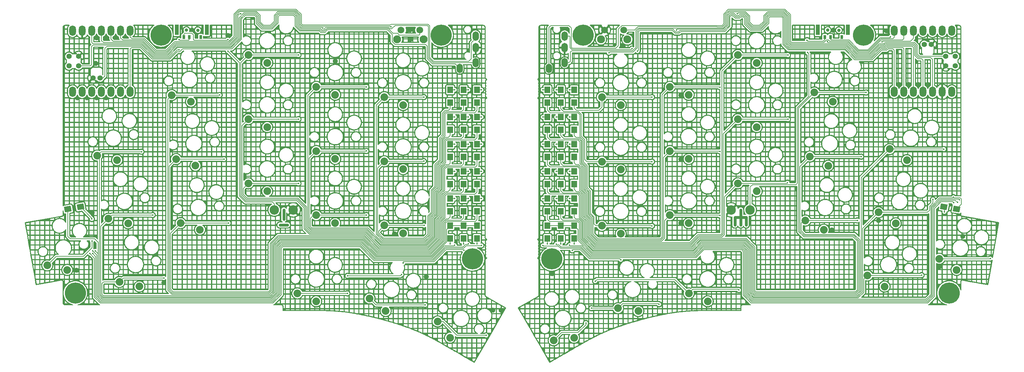
<source format=gtl>
G04 #@! TF.GenerationSoftware,KiCad,Pcbnew,(6.0.6)*
G04 #@! TF.CreationDate,2022-11-10T12:46:59+01:00*
G04 #@! TF.ProjectId,totem_0_3,746f7465-6d5f-4305-9f33-2e6b69636164,0.3*
G04 #@! TF.SameCoordinates,Original*
G04 #@! TF.FileFunction,Copper,L1,Top*
G04 #@! TF.FilePolarity,Positive*
%FSLAX46Y46*%
G04 Gerber Fmt 4.6, Leading zero omitted, Abs format (unit mm)*
G04 Created by KiCad (PCBNEW (6.0.6)) date 2022-11-10 12:46:59*
%MOMM*%
%LPD*%
G01*
G04 APERTURE LIST*
G04 Aperture macros list*
%AMRotRect*
0 Rectangle, with rotation*
0 The origin of the aperture is its center*
0 $1 length*
0 $2 width*
0 $3 Rotation angle, in degrees counterclockwise*
0 Add horizontal line*
21,1,$1,$2,0,0,$3*%
G04 Aperture macros list end*
G04 #@! TA.AperFunction,NonConductor*
%ADD10C,0.750000*%
G04 #@! TD*
G04 #@! TA.AperFunction,ComponentPad*
%ADD11C,2.032000*%
G04 #@! TD*
G04 #@! TA.AperFunction,SMDPad,CuDef*
%ADD12R,1.500000X1.800000*%
G04 #@! TD*
G04 #@! TA.AperFunction,ComponentPad*
%ADD13C,5.600000*%
G04 #@! TD*
G04 #@! TA.AperFunction,ComponentPad*
%ADD14O,1.700000X2.500000*%
G04 #@! TD*
G04 #@! TA.AperFunction,ComponentPad*
%ADD15O,1.800000X2.750000*%
G04 #@! TD*
G04 #@! TA.AperFunction,ComponentPad*
%ADD16C,1.397000*%
G04 #@! TD*
G04 #@! TA.AperFunction,ComponentPad*
%ADD17C,2.500000*%
G04 #@! TD*
G04 #@! TA.AperFunction,WasherPad*
%ADD18C,0.900000*%
G04 #@! TD*
G04 #@! TA.AperFunction,SMDPad,CuDef*
%ADD19R,0.700000X1.000000*%
G04 #@! TD*
G04 #@! TA.AperFunction,SMDPad,CuDef*
%ADD20R,1.000000X2.800000*%
G04 #@! TD*
G04 #@! TA.AperFunction,ComponentPad*
%ADD21C,1.800000*%
G04 #@! TD*
G04 #@! TA.AperFunction,ComponentPad*
%ADD22C,2.100000*%
G04 #@! TD*
G04 #@! TA.AperFunction,SMDPad,CuDef*
%ADD23RotRect,1.800000X1.500000X170.000000*%
G04 #@! TD*
G04 #@! TA.AperFunction,SMDPad,CuDef*
%ADD24RotRect,1.800000X1.500000X10.000000*%
G04 #@! TD*
G04 #@! TA.AperFunction,ViaPad*
%ADD25C,0.450000*%
G04 #@! TD*
G04 #@! TA.AperFunction,Conductor*
%ADD26C,0.200000*%
G04 #@! TD*
G04 APERTURE END LIST*
D10*
X210500000Y-99000000D02*
X210500000Y-103000000D01*
X209000000Y-101000000D02*
X212000000Y-101000000D01*
X89500000Y-99000000D02*
X89500000Y-101500000D01*
X209000000Y-101000000D02*
X209000000Y-103000000D01*
X88500000Y-103000000D02*
X90500000Y-103000000D01*
X212000000Y-101000000D02*
X212000000Y-103000000D01*
D11*
X51279147Y-119291665D03*
X45990447Y-118091809D03*
D12*
X162872435Y-67194348D03*
X162872435Y-70594348D03*
X137127565Y-74393348D03*
X137127565Y-77793348D03*
D11*
X98103165Y-123214348D03*
X93103165Y-121114348D03*
X121129205Y-105224989D03*
X116129205Y-103124989D03*
X64942377Y-70332359D03*
X59808068Y-68586257D03*
X85129229Y-77068188D03*
X80129229Y-74968188D03*
X178753285Y-105310067D03*
X173753285Y-103210067D03*
X232505126Y-104256620D03*
X227663794Y-101812953D03*
D13*
X139500000Y-112000000D03*
D14*
X159700000Y-61500000D03*
X163900000Y-53000000D03*
X163900000Y-56000000D03*
X163900000Y-60000000D03*
D15*
X266420000Y-51505000D03*
X263880000Y-51505000D03*
X261340000Y-51505000D03*
X258800000Y-51505000D03*
X256260000Y-51505000D03*
X253720000Y-51505000D03*
X251180000Y-51505000D03*
X251180000Y-67695000D03*
X253720000Y-67695000D03*
X256260000Y-67695000D03*
X258800000Y-67695000D03*
X261340000Y-67695000D03*
X263880000Y-67695000D03*
X266420000Y-67695000D03*
D16*
X267372000Y-58330000D03*
X267372000Y-60870000D03*
X264832000Y-58330000D03*
X264832000Y-60870000D03*
X259117000Y-55155000D03*
X261022000Y-55155000D03*
D11*
X32177089Y-114899714D03*
X26888389Y-113699858D03*
D17*
X213000000Y-99000000D03*
D12*
X166422435Y-103194348D03*
X166422435Y-106594348D03*
X159322435Y-81597348D03*
X159322435Y-84997348D03*
D11*
X254528041Y-85824714D03*
X249968663Y-82888377D03*
D17*
X92000000Y-99000000D03*
D11*
X116500533Y-125788310D03*
X112214423Y-122465771D03*
X85129229Y-60067968D03*
X80129229Y-57967968D03*
D12*
X162872435Y-88796348D03*
X162872435Y-92196348D03*
D11*
X267678041Y-114899714D03*
X263118663Y-111963377D03*
D13*
X34300000Y-121014348D03*
D12*
X166422435Y-67194348D03*
X166422435Y-70594348D03*
D11*
X196753205Y-102504887D03*
X191753205Y-100404887D03*
D12*
X140677565Y-67194348D03*
X140677565Y-70594348D03*
D18*
X66750000Y-51400000D03*
X63750000Y-51350000D03*
D19*
X67500000Y-53200000D03*
X64500000Y-53200000D03*
X63000000Y-53200000D03*
D20*
X69100000Y-51300000D03*
X61150000Y-51300000D03*
D21*
X179500000Y-51350000D03*
X174500000Y-51350000D03*
D22*
X173500000Y-53850000D03*
X180500000Y-53850000D03*
D13*
X265700000Y-121000000D03*
X243000000Y-52700000D03*
D11*
X183404597Y-125788310D03*
X178031448Y-125053961D03*
D23*
X267674173Y-98795202D03*
X264325827Y-98204798D03*
D11*
X166377203Y-132873898D03*
X160997076Y-133555245D03*
D12*
X162872435Y-81597348D03*
X162872435Y-84997348D03*
D11*
X233691002Y-87297812D03*
X228849670Y-84854145D03*
X178753245Y-71224549D03*
X173753245Y-69124549D03*
X121129205Y-71224549D03*
X116129205Y-69124549D03*
X103129241Y-68504447D03*
X98129241Y-66404447D03*
D12*
X137127565Y-103194348D03*
X137127565Y-106594348D03*
D18*
X236550000Y-51400000D03*
X233550000Y-51350000D03*
D19*
X237300000Y-53200000D03*
X234300000Y-53200000D03*
X232800000Y-53200000D03*
D20*
X230950000Y-51300000D03*
X238900000Y-51300000D03*
D11*
X66128253Y-87291167D03*
X60993944Y-85545065D03*
X196753205Y-85504667D03*
X191753205Y-83404667D03*
X103129241Y-85504667D03*
X98129241Y-83404667D03*
X251575982Y-102566663D03*
X247016604Y-99630326D03*
D12*
X137127565Y-88796348D03*
X137127565Y-92196348D03*
X137127565Y-81597348D03*
X137127565Y-84997348D03*
X159322435Y-103194348D03*
X159322435Y-106594348D03*
X162872435Y-103194348D03*
X162872435Y-106594348D03*
X133577565Y-74393348D03*
X133577565Y-77793348D03*
D11*
X67314128Y-104249976D03*
X62179819Y-102503874D03*
D12*
X159322435Y-67194348D03*
X159322435Y-70594348D03*
D11*
X133527565Y-132873898D03*
X130247438Y-128555245D03*
D13*
X57000000Y-52700000D03*
D11*
X214753165Y-77068188D03*
X209753165Y-74968188D03*
D12*
X162872435Y-95995348D03*
X162872435Y-99395348D03*
D17*
X208000000Y-99000000D03*
D12*
X159322435Y-88796348D03*
X159322435Y-92196348D03*
D11*
X45375033Y-85807767D03*
X40086333Y-84607911D03*
D12*
X166422435Y-95995348D03*
X166422435Y-99395348D03*
X133577565Y-88796348D03*
X133577565Y-92196348D03*
D11*
X214753165Y-60067968D03*
X209753165Y-57967968D03*
D21*
X125500000Y-51350000D03*
X120500000Y-51350000D03*
D22*
X126500000Y-53850000D03*
X119500000Y-53850000D03*
D11*
X234876877Y-70339003D03*
X230035545Y-67895336D03*
X248623927Y-119308611D03*
X244064549Y-116372274D03*
X201778165Y-123214348D03*
X196778165Y-121114348D03*
D24*
X32325827Y-98795202D03*
X35674173Y-98204798D03*
D12*
X140677565Y-81592348D03*
X140677565Y-84992348D03*
X133577565Y-81597348D03*
X133577565Y-84997348D03*
X159322435Y-95995348D03*
X159322435Y-99395348D03*
D14*
X136100000Y-61500000D03*
X140300000Y-53000000D03*
X140300000Y-56000000D03*
X140300000Y-60000000D03*
D11*
X214753165Y-94068408D03*
X209753165Y-91968408D03*
D12*
X140677565Y-95995348D03*
X140677565Y-99395348D03*
D11*
X103129241Y-102504887D03*
X98129241Y-100404887D03*
D12*
X140677565Y-88796348D03*
X140677565Y-92196348D03*
X133577565Y-103194348D03*
X133577565Y-106594348D03*
X137127565Y-67194348D03*
X137127565Y-70594348D03*
X133577565Y-67194348D03*
X133577565Y-70594348D03*
D17*
X87000000Y-99000000D03*
D12*
X137127565Y-95995348D03*
X137127565Y-99395348D03*
X166422435Y-81597348D03*
X166422435Y-84997348D03*
X140677565Y-103194348D03*
X140677565Y-106594348D03*
X159322435Y-74393348D03*
X159322435Y-77793348D03*
D13*
X160500000Y-112000000D03*
D12*
X140677565Y-74393348D03*
X140677565Y-77793348D03*
D11*
X121129205Y-88224769D03*
X116129205Y-86124769D03*
X85129229Y-94068408D03*
X80129229Y-91968408D03*
X48327089Y-102549714D03*
X43038389Y-101349858D03*
D13*
X131200000Y-52700000D03*
D12*
X166422435Y-74393348D03*
X166422435Y-77793348D03*
X166422435Y-88796348D03*
X166422435Y-92196348D03*
D11*
X196753205Y-68504447D03*
X191753205Y-66404447D03*
X178753285Y-88309847D03*
X173753285Y-86209847D03*
D12*
X133577565Y-95995348D03*
X133577565Y-99395348D03*
D15*
X33580000Y-67695000D03*
X36120000Y-67695000D03*
X38660000Y-67695000D03*
X41200000Y-67695000D03*
X43740000Y-67695000D03*
X46280000Y-67695000D03*
X48820000Y-67695000D03*
X48820000Y-51505000D03*
X46280000Y-51505000D03*
X43740000Y-51505000D03*
X41200000Y-51505000D03*
X38660000Y-51505000D03*
X36120000Y-51505000D03*
X33580000Y-51505000D03*
D16*
X32628000Y-60870000D03*
X32628000Y-58330000D03*
X35168000Y-60870000D03*
X35168000Y-58330000D03*
X40883000Y-64045000D03*
X38978000Y-64045000D03*
D13*
X168800000Y-52700000D03*
D12*
X162872435Y-74393348D03*
X162872435Y-77793348D03*
D25*
X141865000Y-88765000D03*
X141865000Y-67185000D03*
X141859000Y-108415000D03*
X141865000Y-81585000D03*
X141865000Y-74385000D03*
X141865000Y-95985000D03*
X38150000Y-110550000D03*
X51827565Y-83589348D03*
X72527565Y-68564348D03*
X93402565Y-57964348D03*
X111402565Y-66389348D03*
X126600000Y-69100000D03*
X138370000Y-88770000D03*
X138359000Y-108015000D03*
X138370000Y-81600000D03*
X138370000Y-74400000D03*
X38875000Y-110550000D03*
X138370000Y-67200000D03*
X138370000Y-95970000D03*
X54802565Y-100364348D03*
X73702565Y-85539348D03*
X93402565Y-74964348D03*
X111402565Y-83389348D03*
X126600000Y-86075000D03*
X134784000Y-108365000D03*
X134790000Y-81590000D03*
X134790000Y-67190000D03*
X134790000Y-74400000D03*
X38900000Y-109850000D03*
X134790000Y-88780000D03*
X134790000Y-96000000D03*
X57752565Y-117039348D03*
X74902565Y-102489348D03*
X93402565Y-91989348D03*
X111402565Y-100364348D03*
X126675000Y-103125000D03*
X39600000Y-109825000D03*
X38700000Y-107200000D03*
X38677565Y-101414348D03*
X106350000Y-121100000D03*
X120680000Y-116120000D03*
X106378165Y-116471835D03*
X133575000Y-108000000D03*
X137125000Y-107975000D03*
X126975000Y-124175000D03*
X140675000Y-108000000D03*
X143125000Y-132250000D03*
X165159000Y-108340000D03*
X165180000Y-67190000D03*
X165170000Y-95990000D03*
X165170000Y-88810000D03*
X165170000Y-74380000D03*
X268409544Y-96310234D03*
X165170000Y-81580000D03*
X264327565Y-82894348D03*
X243727565Y-67894348D03*
X223027565Y-57994348D03*
X205027565Y-66494348D03*
X187027565Y-69124348D03*
X161660000Y-67190000D03*
X161660000Y-88820000D03*
X161660000Y-96010000D03*
X161659000Y-108040000D03*
X161660000Y-74400000D03*
X267895012Y-97027870D03*
X161660000Y-81610000D03*
X261430000Y-96210000D03*
X242427565Y-84894348D03*
X223027565Y-74994348D03*
X205027565Y-83494348D03*
X187027565Y-86214348D03*
X266918358Y-97088457D03*
X158110000Y-74380000D03*
X158109000Y-108415000D03*
X158110000Y-96020000D03*
X158110000Y-88800000D03*
X158110000Y-81600000D03*
X158110000Y-67180000D03*
X258427565Y-116294348D03*
X241427565Y-101794348D03*
X222910000Y-91790000D03*
X205027565Y-100494348D03*
X187027565Y-103234348D03*
X266870000Y-95650000D03*
X276627565Y-111894348D03*
X264475000Y-99525000D03*
X171984000Y-117890000D03*
X166410000Y-107990000D03*
X210044512Y-120228890D03*
X170972116Y-125036326D03*
X162860000Y-107990000D03*
X188894702Y-123997694D03*
X169537989Y-128963329D03*
X159340000Y-108030000D03*
X74709000Y-53865000D03*
X74709000Y-56940000D03*
X228244854Y-57319238D03*
X228089959Y-54032650D03*
X61759000Y-56565000D03*
X61759000Y-53890000D03*
X127226000Y-116672000D03*
X74716000Y-52811000D03*
X42486000Y-69285000D03*
X39623000Y-109007000D03*
X39941000Y-53426000D03*
X34826000Y-69285000D03*
X45023000Y-53426000D03*
X34650000Y-114966000D03*
X103155000Y-59557000D03*
X122937000Y-53898000D03*
X144890000Y-125560000D03*
X103155000Y-59557000D03*
X42482000Y-53426000D03*
X147069000Y-125580000D03*
X103155000Y-59557000D03*
X47592000Y-53447000D03*
X122937000Y-51345000D03*
X39731000Y-60180000D03*
X39908000Y-69285000D03*
X118836000Y-105343000D03*
X57770633Y-118250679D03*
X37392000Y-69285000D03*
X65224000Y-51376000D03*
X38751000Y-99690000D03*
X78075000Y-47000000D03*
X99850000Y-50850000D03*
X121117752Y-113094376D03*
X117875000Y-50500000D03*
X137234000Y-109715000D03*
X247959000Y-54515000D03*
X233459000Y-54440000D03*
X209575464Y-47038784D03*
X193481122Y-51333479D03*
X175614102Y-57372145D03*
X165909000Y-109715000D03*
X178749756Y-112209500D03*
X250160000Y-53160000D03*
X181710000Y-56300000D03*
X183203576Y-56929677D03*
X179390000Y-55793000D03*
X194694815Y-85552927D03*
X234655000Y-104303000D03*
X194646583Y-102480983D03*
X260072000Y-65799000D03*
X263136919Y-114043512D03*
X194685552Y-68599951D03*
X235038000Y-51368000D03*
X255001500Y-65781000D03*
X257537000Y-65781000D03*
X252466000Y-65781000D03*
X249161000Y-51572000D03*
X269312927Y-105994247D03*
X247023000Y-101791000D03*
X160569455Y-115875919D03*
D26*
X140677565Y-67194348D02*
X141855652Y-67194348D01*
X140677565Y-74393348D02*
X141896652Y-74393348D01*
X140677565Y-81592348D02*
X141897652Y-81592348D01*
X137102083Y-109199999D02*
X137782082Y-108520000D01*
X141900000Y-95990000D02*
X140682913Y-95990000D01*
X113431335Y-112414994D02*
X128933991Y-112414991D01*
X39365000Y-111765000D02*
X39365000Y-122115000D01*
X137782082Y-108520000D02*
X141754000Y-108520000D01*
X39365000Y-122115000D02*
X40914999Y-123664999D01*
X109766337Y-108749997D02*
X113431335Y-112414994D01*
X86675211Y-123664999D02*
X88872604Y-121467606D01*
X132325420Y-109200000D02*
X137102083Y-109199999D01*
X129110427Y-112414993D02*
X132325420Y-109200000D01*
X140677565Y-88796348D02*
X141873652Y-88796348D01*
X38150000Y-110550000D02*
X39365000Y-111765000D01*
X141855652Y-67194348D02*
X141865000Y-67185000D01*
X128933991Y-112414991D02*
X129110427Y-112414993D01*
X88872604Y-121467606D02*
X88872605Y-109107395D01*
X141754000Y-108520000D02*
X141859000Y-108415000D01*
X40914999Y-123664999D02*
X86675211Y-123664999D01*
X89230003Y-108749997D02*
X109766337Y-108749997D01*
X88872605Y-109107395D02*
X89230003Y-108749997D01*
X41474508Y-122345000D02*
X40685221Y-121555713D01*
X40685221Y-121555713D02*
X40685221Y-85206799D01*
X86128452Y-122344998D02*
X41474508Y-122345000D01*
X87534999Y-120938451D02*
X86128452Y-122344998D01*
X41102332Y-83591912D02*
X51825001Y-83591912D01*
X88683241Y-107429999D02*
X87534999Y-108578241D01*
X51825001Y-83591912D02*
X51827565Y-83589348D01*
X140225000Y-102050000D02*
X132725000Y-102050000D01*
X110313097Y-107429997D02*
X88683241Y-107429999D01*
X128563666Y-111094994D02*
X113978095Y-111094995D01*
X113978095Y-111094995D02*
X110313097Y-107429997D01*
X140677565Y-99395348D02*
X140677565Y-101597435D01*
X87534999Y-108578241D02*
X87534999Y-120938451D01*
X132725000Y-102050000D02*
X132267565Y-102507435D01*
X132267565Y-107391095D02*
X128563666Y-111094994D01*
X140677565Y-101597435D02*
X140225000Y-102050000D01*
X132267565Y-102507435D02*
X132267565Y-107391095D01*
X40086333Y-84607911D02*
X41102332Y-83591912D01*
X114388166Y-110104996D02*
X128153593Y-110104997D01*
X58792069Y-120242069D02*
X59893309Y-121343309D01*
X131277566Y-102097364D02*
X132200000Y-101174930D01*
X58792069Y-69602256D02*
X58792069Y-120242069D01*
X140125000Y-94865348D02*
X140677565Y-94312783D01*
X59808068Y-68586257D02*
X58792069Y-69602256D01*
X140677565Y-94312783D02*
X140677565Y-92196348D01*
X59808068Y-68586257D02*
X72505656Y-68586257D01*
X132200000Y-101174930D02*
X132200000Y-95262913D01*
X132597565Y-94865348D02*
X140125000Y-94865348D01*
X85730070Y-121343310D02*
X86541656Y-120531724D01*
X132200000Y-95262913D02*
X132597565Y-94865348D01*
X86541656Y-120531724D02*
X86541657Y-108171513D01*
X88273172Y-106439998D02*
X110723167Y-106439997D01*
X72505656Y-68586257D02*
X72527565Y-68564348D01*
X131277565Y-106981025D02*
X131277566Y-102097364D01*
X128153593Y-110104997D02*
X131277565Y-106981025D01*
X59893309Y-121343309D02*
X85730070Y-121343310D01*
X86541657Y-108171513D02*
X88273172Y-106439998D01*
X110723167Y-106439997D02*
X114388166Y-110104996D01*
X94880000Y-104030000D02*
X96299998Y-105449998D01*
X111133238Y-105449998D02*
X114798237Y-109114997D01*
X131210000Y-94840000D02*
X132150000Y-93900000D01*
X127743522Y-109114998D02*
X130287565Y-106570955D01*
X93024999Y-96575001D02*
X94880000Y-98430002D01*
X140677565Y-87247435D02*
X140677565Y-84992348D01*
X132150000Y-93900000D02*
X132150000Y-88113913D01*
X130287565Y-106570955D02*
X130287568Y-101687292D01*
X80129229Y-57967968D02*
X78090000Y-60007197D01*
X136163913Y-87650000D02*
X140275000Y-87650000D01*
X79491621Y-96575001D02*
X93024999Y-96575001D01*
X140275000Y-87650000D02*
X140677565Y-87247435D01*
X93398945Y-57967968D02*
X93402565Y-57964348D01*
X78090002Y-95173382D02*
X79491621Y-96575001D01*
X114798237Y-109114997D02*
X127743522Y-109114998D01*
X132150000Y-88113913D02*
X132597565Y-87666348D01*
X80129229Y-57967968D02*
X93398945Y-57967968D01*
X130287568Y-101687292D02*
X131210000Y-100764860D01*
X94880000Y-98430002D02*
X94880000Y-104030000D01*
X131210000Y-100764860D02*
X131210000Y-94840000D01*
X136147565Y-87666348D02*
X136163913Y-87650000D01*
X96299998Y-105449998D02*
X111133238Y-105449998D01*
X78090000Y-60007197D02*
X78090002Y-95173382D01*
X132597565Y-87666348D02*
X136147565Y-87666348D01*
X140125000Y-80462348D02*
X140677565Y-79909783D01*
X132400000Y-80664913D02*
X132602565Y-80462348D01*
X129297570Y-101277220D02*
X130220000Y-100354790D01*
X129297565Y-106160885D02*
X129297570Y-101277220D01*
X95870000Y-68663688D02*
X95870000Y-103619930D01*
X127333450Y-108125000D02*
X129297565Y-106160885D01*
X98129241Y-66404447D02*
X111387466Y-66404447D01*
X111387466Y-66404447D02*
X111402565Y-66389348D01*
X132400000Y-86463843D02*
X132400000Y-80664913D01*
X111543309Y-104459999D02*
X115208308Y-108124998D01*
X130220002Y-94429928D02*
X131160000Y-93489930D01*
X140677565Y-79909783D02*
X140677565Y-77793348D01*
X131160000Y-87703843D02*
X132400000Y-86463843D01*
X115208308Y-108124998D02*
X127333450Y-108125000D01*
X95870000Y-103619930D02*
X96710069Y-104459999D01*
X132602565Y-80462348D02*
X140125000Y-80462348D01*
X130220000Y-100354790D02*
X130220002Y-94429928D01*
X96710069Y-104459999D02*
X111543309Y-104459999D01*
X98129241Y-66404447D02*
X95870000Y-68663688D01*
X131160000Y-93489930D02*
X131160000Y-87703843D01*
X130170000Y-87293773D02*
X130170000Y-93079860D01*
X126575451Y-69124549D02*
X126600000Y-69100000D01*
X126923380Y-107135000D02*
X115626619Y-107134999D01*
X129230003Y-99944717D02*
X128307570Y-100867150D01*
X132597565Y-73263348D02*
X132225000Y-73635913D01*
X113990001Y-105498381D02*
X115626619Y-107134999D01*
X140677565Y-72635783D02*
X140050000Y-73263348D01*
X129230003Y-94019857D02*
X129230003Y-99944717D01*
X131410000Y-80254843D02*
X131410000Y-86053773D01*
X116129205Y-69124549D02*
X113990001Y-71263753D01*
X132225000Y-73635913D02*
X132225000Y-79439843D01*
X140677565Y-70594348D02*
X140677565Y-72635783D01*
X113990001Y-71263753D02*
X113990001Y-105498381D01*
X128307570Y-100867150D02*
X128307565Y-105750815D01*
X140050000Y-73263348D02*
X132597565Y-73263348D01*
X128307565Y-105750815D02*
X126923380Y-107135000D01*
X130170000Y-93079860D02*
X129230003Y-94019857D01*
X131410000Y-86053773D02*
X130170000Y-87293773D01*
X116129205Y-69124549D02*
X126575451Y-69124549D01*
X132225000Y-79439843D02*
X131410000Y-80254843D01*
X88542606Y-108970704D02*
X88542605Y-121330915D01*
X137127565Y-81597348D02*
X138367348Y-81597348D01*
X138344652Y-95995348D02*
X138370000Y-95970000D01*
X138370000Y-67200000D02*
X137133217Y-67200000D01*
X138184000Y-108190000D02*
X137645392Y-108190000D01*
X136965392Y-108870000D02*
X132188730Y-108870000D01*
X137127565Y-88796348D02*
X138343652Y-88796348D01*
X109903027Y-108419997D02*
X89093313Y-108419997D01*
X138363348Y-74393348D02*
X138370000Y-74400000D01*
X88542605Y-121330915D02*
X86538521Y-123334999D01*
X132188730Y-108870000D02*
X128973738Y-112084992D01*
X138367348Y-81597348D02*
X138370000Y-81600000D01*
X39695221Y-111370221D02*
X39695221Y-121970221D01*
X38875000Y-110550000D02*
X39695221Y-111370221D01*
X137127565Y-95995348D02*
X138344652Y-95995348D01*
X89093313Y-108419997D02*
X88542606Y-108970704D01*
X138359000Y-108015000D02*
X138184000Y-108190000D01*
X137645392Y-108190000D02*
X136965392Y-108870000D01*
X113568025Y-112084994D02*
X109903027Y-108419997D01*
X137127565Y-74393348D02*
X138363348Y-74393348D01*
X128973738Y-112084992D02*
X113568025Y-112084994D01*
X86538521Y-123334999D02*
X41059999Y-123334999D01*
X39695221Y-121970221D02*
X41059999Y-123334999D01*
X138343652Y-88796348D02*
X138370000Y-88770000D01*
X88546553Y-107099997D02*
X87205000Y-108441550D01*
X136554999Y-101720001D02*
X132588310Y-101720000D01*
X41015221Y-121419023D02*
X41611198Y-122015000D01*
X41611198Y-122015000D02*
X85991762Y-122014998D01*
X131937565Y-107254405D02*
X128426975Y-110764995D01*
X128426975Y-110764995D02*
X114114786Y-110764996D01*
X110449787Y-107099997D02*
X88546553Y-107099997D01*
X44023899Y-100364348D02*
X54802565Y-100364348D01*
X43038389Y-101349858D02*
X44023899Y-100364348D01*
X43038389Y-101349858D02*
X41015221Y-103373026D01*
X114114786Y-110764996D02*
X110449787Y-107099997D01*
X137127565Y-101147435D02*
X136554999Y-101720001D01*
X132588310Y-101720000D02*
X131937566Y-102370744D01*
X137127565Y-99395348D02*
X137127565Y-101147435D01*
X87205000Y-108441550D02*
X87205000Y-120801760D01*
X41015221Y-103373026D02*
X41015221Y-121419023D01*
X85991762Y-122014998D02*
X87205000Y-120801760D01*
X131937566Y-102370744D02*
X131937565Y-107254405D01*
X59122069Y-120105379D02*
X59122069Y-87416940D01*
X59122069Y-87416940D02*
X60993944Y-85545065D01*
X131870000Y-101038240D02*
X130947566Y-101960674D01*
X131870000Y-95126223D02*
X131870000Y-101038240D01*
X85593380Y-121013310D02*
X60029999Y-121013309D01*
X73696848Y-85545065D02*
X73702565Y-85539348D01*
X60993944Y-85545065D02*
X73696848Y-85545065D01*
X132460874Y-94535349D02*
X131870000Y-95126223D01*
X88136482Y-106109998D02*
X86211657Y-108034823D01*
X130947565Y-106844335D02*
X128016902Y-109774998D01*
X137127565Y-92196348D02*
X137127565Y-93907783D01*
X136500000Y-94535348D02*
X132460874Y-94535349D01*
X60029999Y-121013309D02*
X59122069Y-120105379D01*
X114524857Y-109774997D02*
X110859857Y-106109997D01*
X110859857Y-106109997D02*
X88136482Y-106109998D01*
X128016902Y-109774998D02*
X114524857Y-109774997D01*
X137127565Y-93907783D02*
X136500000Y-94535348D01*
X86211656Y-120395034D02*
X85593380Y-121013310D01*
X86211657Y-108034823D02*
X86211656Y-120395034D01*
X130947566Y-101960674D02*
X130947565Y-106844335D01*
X129957569Y-101550601D02*
X129957565Y-106434265D01*
X133975000Y-87336349D02*
X132460875Y-87336348D01*
X132460875Y-87336348D02*
X131820000Y-87977223D01*
X96436688Y-105119998D02*
X95210000Y-103893310D01*
X93398725Y-74968188D02*
X93402565Y-74964348D01*
X131820000Y-87977223D02*
X131820000Y-93763310D01*
X131820000Y-93763310D02*
X130880001Y-94703309D01*
X129957565Y-106434265D02*
X127606831Y-108784999D01*
X80129229Y-74968188D02*
X93398725Y-74968188D01*
X137127565Y-86767435D02*
X136575000Y-87320000D01*
X114934928Y-108784998D02*
X111269928Y-105119998D01*
X78420000Y-76677417D02*
X80129229Y-74968188D01*
X93161689Y-96245001D02*
X79628311Y-96245001D01*
X78420001Y-95036691D02*
X78420000Y-76677417D01*
X95210000Y-98293312D02*
X93161689Y-96245001D01*
X136575000Y-87320000D02*
X133991349Y-87320000D01*
X79628311Y-96245001D02*
X78420001Y-95036691D01*
X133991349Y-87320000D02*
X133975000Y-87336349D01*
X127606831Y-108784999D02*
X114934928Y-108784998D01*
X130880000Y-100628170D02*
X129957569Y-101550601D01*
X111269928Y-105119998D02*
X96436688Y-105119998D01*
X130880001Y-94703309D02*
X130880000Y-100628170D01*
X137127565Y-84997348D02*
X137127565Y-86767435D01*
X95210000Y-103893310D02*
X95210000Y-98293312D01*
X129890003Y-94293237D02*
X129890000Y-100218100D01*
X137127565Y-77793348D02*
X137127565Y-79522435D01*
X132070000Y-80528223D02*
X132070000Y-86327153D01*
X128967565Y-106024195D02*
X127196760Y-107795000D01*
X130830000Y-93353240D02*
X129890003Y-94293237D01*
X115344999Y-107794999D02*
X111680000Y-104130000D01*
X98129241Y-83404667D02*
X111387246Y-83404667D01*
X96846760Y-104130000D02*
X96200000Y-103483240D01*
X96200000Y-103483240D02*
X96200000Y-85333908D01*
X137127565Y-79522435D02*
X136517652Y-80132348D01*
X128967570Y-101140530D02*
X128967565Y-106024195D01*
X129890000Y-100218100D02*
X128967570Y-101140530D01*
X111387246Y-83404667D02*
X111402565Y-83389348D01*
X111680000Y-104130000D02*
X96846760Y-104130000D01*
X132465874Y-80132349D02*
X132070000Y-80528223D01*
X132070000Y-86327153D02*
X130830000Y-87567153D01*
X136517652Y-80132348D02*
X132465874Y-80132349D01*
X127196760Y-107795000D02*
X115344999Y-107794999D01*
X130830000Y-87567153D02*
X130830000Y-93353240D01*
X96200000Y-85333908D02*
X98129241Y-83404667D01*
X131895000Y-79303153D02*
X131080000Y-80118153D01*
X127977565Y-105614125D02*
X126786690Y-106805000D01*
X137127565Y-72405783D02*
X136600000Y-72933348D01*
X114320001Y-105361691D02*
X114320001Y-87933973D01*
X128900003Y-99808027D02*
X127977570Y-100730460D01*
X116129205Y-86124769D02*
X126550231Y-86124769D01*
X126786690Y-106805000D02*
X115763309Y-106804999D01*
X129840000Y-87157083D02*
X129840000Y-92943170D01*
X129840000Y-92943170D02*
X128900003Y-93883167D01*
X114320001Y-87933973D02*
X116129205Y-86124769D01*
X127977570Y-100730460D02*
X127977565Y-105614125D01*
X115763309Y-106804999D02*
X114320001Y-105361691D01*
X131895000Y-73499223D02*
X131895000Y-79303153D01*
X128900003Y-93883167D02*
X128900003Y-99808027D01*
X126550231Y-86124769D02*
X126600000Y-86075000D01*
X136600000Y-72933348D02*
X132460874Y-72933349D01*
X131080000Y-80118153D02*
X131080000Y-85917083D01*
X131080000Y-85917083D02*
X129840000Y-87157083D01*
X137127565Y-70594348D02*
X137127565Y-72405783D01*
X132460874Y-72933349D02*
X131895000Y-73499223D01*
X133577565Y-67194348D02*
X134785652Y-67194348D01*
X133577565Y-81597348D02*
X134782652Y-81597348D01*
X88956623Y-108089997D02*
X88212604Y-108834016D01*
X40035564Y-121839436D02*
X41201127Y-123004999D01*
X134773652Y-88796348D02*
X134790000Y-88780000D01*
X134785652Y-67194348D02*
X134790000Y-67190000D01*
X86401831Y-123004999D02*
X41201127Y-123004999D01*
X134783348Y-74393348D02*
X134790000Y-74400000D01*
X134790000Y-96000000D02*
X133582217Y-96000000D01*
X110039717Y-108089997D02*
X88956623Y-108089997D01*
X88212604Y-121194226D02*
X86401831Y-123004999D01*
X40025221Y-110975221D02*
X40025221Y-121829093D01*
X134609000Y-108540000D02*
X132052040Y-108540000D01*
X134784000Y-108365000D02*
X134609000Y-108540000D01*
X128837046Y-111754994D02*
X113704714Y-111754994D01*
X133577565Y-74393348D02*
X134783348Y-74393348D01*
X113704714Y-111754994D02*
X110039717Y-108089997D01*
X133577565Y-88796348D02*
X134773652Y-88796348D01*
X40025221Y-121829093D02*
X40035564Y-121839436D01*
X88212604Y-108834016D02*
X88212604Y-121194226D01*
X38900000Y-109850000D02*
X40025221Y-110975221D01*
X134782652Y-81597348D02*
X134790000Y-81590000D01*
X132052040Y-108540000D02*
X128837046Y-111754994D01*
X88409860Y-106770000D02*
X110586474Y-106770000D01*
X45990447Y-118091809D02*
X47042908Y-117039348D01*
X131607565Y-107117715D02*
X128290284Y-110434996D01*
X114251476Y-110434996D02*
X110586477Y-106769997D01*
X133577565Y-99395348D02*
X133577565Y-100862435D01*
X86871656Y-108308204D02*
X86871656Y-120668414D01*
X133577565Y-100862435D02*
X133050000Y-101390000D01*
X133050000Y-101390000D02*
X132451620Y-101390000D01*
X128290284Y-110434996D02*
X114251476Y-110434996D01*
X131607566Y-102234054D02*
X131607565Y-107117715D01*
X41736197Y-121673309D02*
X41345221Y-121282333D01*
X110586474Y-106770000D02*
X110586477Y-106769997D01*
X132451620Y-101390000D02*
X131607566Y-102234054D01*
X86871656Y-108308204D02*
X88409860Y-106770000D01*
X86871656Y-120668414D02*
X85866761Y-121673309D01*
X85866761Y-121673309D02*
X41736197Y-121673309D01*
X47042908Y-117039348D02*
X57752565Y-117039348D01*
X41345221Y-118494779D02*
X41748191Y-118091809D01*
X41748191Y-118091809D02*
X45990447Y-118091809D01*
X41345221Y-121282333D02*
X41345221Y-118494779D01*
X130617567Y-101823983D02*
X131540000Y-100901550D01*
X130617565Y-106707645D02*
X130617567Y-101823983D01*
X85881656Y-120258344D02*
X85881658Y-107898132D01*
X62179819Y-102503874D02*
X74888039Y-102503874D01*
X85881658Y-107898132D02*
X87999792Y-105779998D01*
X59452069Y-105231624D02*
X59452069Y-119968689D01*
X133000000Y-94205349D02*
X133577565Y-93627784D01*
X87999792Y-105779998D02*
X110996547Y-105779997D01*
X114661546Y-109444996D02*
X127880212Y-109444998D01*
X59452069Y-119968689D02*
X60166690Y-120683310D01*
X131540000Y-94989533D02*
X132324183Y-94205350D01*
X74888039Y-102503874D02*
X74902565Y-102489348D01*
X60166690Y-120683310D02*
X85456690Y-120683310D01*
X133577565Y-93627784D02*
X133577565Y-92196348D01*
X131540000Y-100901550D02*
X131540000Y-94989533D01*
X85456690Y-120683310D02*
X85881656Y-120258344D01*
X62179819Y-102503874D02*
X59452069Y-105231624D01*
X132324183Y-94205350D02*
X133000000Y-94205349D01*
X127880212Y-109444998D02*
X130617565Y-106707645D01*
X110996547Y-105779997D02*
X114661546Y-109444996D01*
X130550000Y-100491480D02*
X130550001Y-94566619D01*
X133577565Y-86653784D02*
X133577565Y-84997348D01*
X131490000Y-93626620D02*
X131490000Y-87840533D01*
X78750000Y-93347637D02*
X78750000Y-94900000D01*
X129627565Y-106297575D02*
X129627570Y-101413910D01*
X129627570Y-101413910D02*
X130550000Y-100491480D01*
X96573379Y-104789999D02*
X111406619Y-104789999D01*
X131490000Y-87840533D02*
X132324184Y-87006349D01*
X80129229Y-91968408D02*
X93381625Y-91968408D01*
X93298379Y-95915001D02*
X95540000Y-98156622D01*
X78750000Y-94900000D02*
X79765001Y-95915001D01*
X80129229Y-91968408D02*
X78750000Y-93347637D01*
X133225000Y-87006349D02*
X133577565Y-86653784D01*
X132324184Y-87006349D02*
X133225000Y-87006349D01*
X95540000Y-103756620D02*
X96573379Y-104789999D01*
X111406619Y-104789999D02*
X115071618Y-108454998D01*
X115071618Y-108454998D02*
X127470140Y-108455000D01*
X95540000Y-98156622D02*
X95540000Y-103756620D01*
X127470140Y-108455000D02*
X129627565Y-106297575D01*
X79765001Y-95915001D02*
X93298379Y-95915001D01*
X130550001Y-94566619D02*
X131490000Y-93626620D01*
X93381625Y-91968408D02*
X93402565Y-91989348D01*
X131740000Y-86190463D02*
X130500000Y-87430463D01*
X130500000Y-87430463D02*
X130500000Y-93216550D01*
X96530000Y-101220000D02*
X96530000Y-103346550D01*
X98129241Y-100404887D02*
X111362026Y-100404887D01*
X96550000Y-101200000D02*
X96530000Y-101220000D01*
X133577565Y-77793348D02*
X133577565Y-79299783D01*
X96916725Y-103733275D02*
X96983450Y-103800000D01*
X129560003Y-94156547D02*
X129560000Y-100081410D01*
X129560000Y-100081410D02*
X128637570Y-101003840D01*
X133075000Y-79802348D02*
X132329183Y-79802350D01*
X127060070Y-107465000D02*
X115489928Y-107464998D01*
X96983450Y-103800000D02*
X97750000Y-103800000D01*
X128637565Y-105887505D02*
X127060070Y-107465000D01*
X115489928Y-107464998D02*
X111824930Y-103800000D01*
X111362026Y-100404887D02*
X111402565Y-100364348D01*
X96983450Y-103800000D02*
X98500000Y-103800000D01*
X128637570Y-101003840D02*
X128637565Y-105887505D01*
X132329183Y-79802350D02*
X131740000Y-80391533D01*
X96530000Y-103346550D02*
X96916725Y-103733275D01*
X131740000Y-80391533D02*
X131740000Y-86190463D01*
X98500000Y-103800000D02*
X97750000Y-103800000D01*
X133577565Y-79299783D02*
X133075000Y-79802348D01*
X97345113Y-100404887D02*
X96550000Y-101200000D01*
X111824930Y-103800000D02*
X98500000Y-103800000D01*
X130500000Y-93216550D02*
X129560003Y-94156547D01*
X126674989Y-103124989D02*
X126675000Y-103125000D01*
X130750000Y-85780393D02*
X129510000Y-87020393D01*
X129510000Y-92806480D02*
X128570004Y-93746476D01*
X129510000Y-87020393D02*
X129510000Y-92806480D01*
X114650000Y-104604194D02*
X116129205Y-103124989D01*
X131565000Y-79166463D02*
X130750000Y-79981463D01*
X131565001Y-73362532D02*
X131565000Y-79166463D01*
X130750000Y-79981463D02*
X130750000Y-85780393D01*
X127647565Y-105477435D02*
X126650000Y-106475000D01*
X115900000Y-106475000D02*
X114650000Y-105225000D01*
X133577565Y-72200784D02*
X133577565Y-70594348D01*
X132324184Y-72603349D02*
X133175000Y-72603349D01*
X128570004Y-93746476D02*
X128570003Y-99671337D01*
X127647570Y-100593770D02*
X127647565Y-105477435D01*
X133175000Y-72603349D02*
X133577565Y-72200784D01*
X126650000Y-106475000D02*
X115900000Y-106475000D01*
X131565001Y-73362532D02*
X132324184Y-72603349D01*
X116129205Y-103124989D02*
X126674989Y-103124989D01*
X114650000Y-105225000D02*
X114650000Y-104604194D01*
X128570003Y-99671337D02*
X127647570Y-100593770D01*
X110176407Y-107759997D02*
X113841404Y-111424994D01*
X132597565Y-107527785D02*
X132597565Y-104174348D01*
X113841404Y-111424994D02*
X128700357Y-111424993D01*
X133577565Y-103194348D02*
X140677565Y-103194348D01*
X32325827Y-98795202D02*
X32325827Y-106045827D01*
X32960000Y-106680000D02*
X39430000Y-106680000D01*
X86265140Y-122675000D02*
X87882605Y-121057535D01*
X40355222Y-121692404D02*
X41337818Y-122675000D01*
X87882605Y-121057535D02*
X87882605Y-108697325D01*
X32325827Y-106045827D02*
X32960000Y-106680000D01*
X41337818Y-122675000D02*
X86265140Y-122675000D01*
X110176407Y-107759997D02*
X88819932Y-107759998D01*
X128700357Y-111424993D02*
X132597565Y-107527785D01*
X87882605Y-108697325D02*
X88819932Y-107759998D01*
X39600000Y-109825000D02*
X40355221Y-110580221D01*
X40355221Y-107605221D02*
X40355222Y-121692404D01*
X39430000Y-106680000D02*
X40355221Y-107605221D01*
X132597565Y-104174348D02*
X133577565Y-103194348D01*
X38677565Y-101208190D02*
X38677565Y-101414348D01*
X35674173Y-98204798D02*
X38677565Y-101208190D01*
X38700000Y-109050000D02*
X38700000Y-107200000D01*
X26888389Y-113699858D02*
X29288248Y-111300000D01*
X29288248Y-111300000D02*
X36450000Y-111300000D01*
X36450000Y-111300000D02*
X38700000Y-109050000D01*
X120328165Y-116471835D02*
X106378165Y-116471835D01*
X106335652Y-121114348D02*
X106350000Y-121100000D01*
X133577565Y-106594348D02*
X133577565Y-107997435D01*
X133577565Y-107997435D02*
X133575000Y-108000000D01*
X120680000Y-116120000D02*
X120328165Y-116471835D01*
X93103165Y-121114348D02*
X106335652Y-121114348D01*
X126950000Y-124200000D02*
X113948652Y-124200000D01*
X126975000Y-124175000D02*
X126950000Y-124200000D01*
X137127565Y-107972435D02*
X137125000Y-107975000D01*
X113948652Y-124200000D02*
X112214423Y-122465771D01*
X137127565Y-106594348D02*
X137127565Y-107972435D01*
X131684278Y-128555245D02*
X130247438Y-128555245D01*
X140677565Y-106594348D02*
X140677565Y-107997435D01*
X135379034Y-132250000D02*
X143125000Y-132250000D01*
X131684278Y-128555245D02*
X135379034Y-132250000D01*
X140677565Y-107997435D02*
X140675000Y-108000000D01*
X168433031Y-108510001D02*
X170898030Y-110975000D01*
X166422435Y-67194348D02*
X165184348Y-67194348D01*
X211904999Y-121378379D02*
X213531619Y-123004999D01*
X268409544Y-96310234D02*
X268270485Y-96171175D01*
X166422435Y-95995348D02*
X165175348Y-95995348D01*
X165329000Y-108510000D02*
X168433031Y-108510001D01*
X259801621Y-123004999D02*
X261195000Y-121611620D01*
X211905000Y-109708310D02*
X211904999Y-121378379D01*
X200561620Y-108835000D02*
X211031691Y-108835001D01*
X263355445Y-96171175D02*
X261195002Y-98331618D01*
X165159000Y-108340000D02*
X165329000Y-108510000D01*
X165183348Y-74393348D02*
X165170000Y-74380000D01*
X170898030Y-110975000D02*
X198421620Y-110975000D01*
X165184348Y-67194348D02*
X165180000Y-67190000D01*
X165183652Y-88796348D02*
X165170000Y-88810000D01*
X211031691Y-108835001D02*
X211905000Y-109708310D01*
X166422435Y-81597348D02*
X165187348Y-81597348D01*
X165175348Y-95995348D02*
X165170000Y-95990000D01*
X165187348Y-81597348D02*
X165170000Y-81580000D01*
X213531619Y-123004999D02*
X259801621Y-123004999D01*
X268270485Y-96171175D02*
X263355445Y-96171175D01*
X166422435Y-74393348D02*
X165183348Y-74393348D01*
X166422435Y-88796348D02*
X165183652Y-88796348D01*
X261195000Y-121611620D02*
X261195002Y-98331618D01*
X198421620Y-110975000D02*
X200561620Y-108835000D01*
X242424999Y-120565070D02*
X242424999Y-90432041D01*
X168410000Y-106620210D02*
X171444790Y-109655000D01*
X213225000Y-109161550D02*
X213224999Y-119884999D01*
X213225001Y-120831621D02*
X214075000Y-121681620D01*
X167573380Y-101400000D02*
X168410000Y-102236620D01*
X166860000Y-101400000D02*
X167573380Y-101400000D01*
X166422435Y-100962435D02*
X166860000Y-101400000D01*
X197874861Y-109654999D02*
X200014860Y-107515000D01*
X264321594Y-82888377D02*
X264327565Y-82894348D01*
X242424999Y-90432041D02*
X249968663Y-82888377D01*
X213224999Y-119884999D02*
X213225001Y-120831621D01*
X168410000Y-102236620D02*
X168410000Y-106620210D01*
X249968663Y-82888377D02*
X264321594Y-82888377D01*
X171444790Y-109655000D02*
X197874861Y-109654999D01*
X166422435Y-99395348D02*
X166422435Y-100962435D01*
X241308453Y-121681617D02*
X242424999Y-120565070D01*
X240771620Y-121681620D02*
X241308453Y-121681617D01*
X211578451Y-107515001D02*
X213225000Y-109161550D01*
X200014860Y-107515000D02*
X211578451Y-107515001D01*
X214075000Y-121681620D02*
X240771620Y-121681620D01*
X225885000Y-104798380D02*
X225885000Y-72045882D01*
X167050000Y-94170001D02*
X167640469Y-94170002D01*
X197464790Y-108665000D02*
X199604790Y-106525000D01*
X241434999Y-120155001D02*
X241434999Y-107264999D01*
X169400000Y-106210140D02*
X171844858Y-108654998D01*
X240335000Y-106165000D02*
X227251619Y-106164999D01*
X172118240Y-108654998D02*
X172128242Y-108665000D01*
X166422435Y-92196348D02*
X166422435Y-93542436D01*
X225885000Y-72045882D02*
X230035545Y-67895336D01*
X230035545Y-67895336D02*
X243726577Y-67895336D01*
X172128242Y-108665000D02*
X197464790Y-108665000D01*
X168460035Y-100886585D02*
X169400000Y-101826550D01*
X241434999Y-107264999D02*
X240335000Y-106165000D01*
X171844858Y-108654998D02*
X172118240Y-108654998D01*
X214214999Y-108751479D02*
X214214998Y-120404998D01*
X199604790Y-106525000D02*
X211988524Y-106525003D01*
X211988524Y-106525003D02*
X214214999Y-108751479D01*
X169400000Y-101826550D02*
X169400000Y-106210140D01*
X214501620Y-120691620D02*
X240898380Y-120691620D01*
X214214998Y-120404998D02*
X214501620Y-120691620D01*
X167640469Y-94170002D02*
X168460035Y-94989568D01*
X168460035Y-94989568D02*
X168460035Y-100886585D01*
X227251619Y-106164999D02*
X225885000Y-104798380D01*
X243726577Y-67895336D02*
X243727565Y-67894348D01*
X240898380Y-120691620D02*
X241434999Y-120155001D01*
X166422435Y-93542436D02*
X167050000Y-94170001D01*
X169450034Y-94580034D02*
X168550000Y-93680000D01*
X170389999Y-101416479D02*
X169450034Y-100476514D01*
X223001185Y-57967968D02*
X209753165Y-57967968D01*
X205547565Y-62173568D02*
X205547565Y-105247565D01*
X205547565Y-105247565D02*
X205260130Y-105535000D01*
X209753165Y-57967968D02*
X205547565Y-62173568D01*
X205260130Y-105535000D02*
X199194720Y-105535000D01*
X199194720Y-105535000D02*
X197064721Y-107664999D01*
X167639468Y-86970001D02*
X166880000Y-86970000D01*
X170389999Y-105800069D02*
X170389999Y-101416479D01*
X166422435Y-86512435D02*
X166422435Y-84997348D01*
X166880000Y-86970000D02*
X166422435Y-86512435D01*
X168550000Y-87880533D02*
X167639468Y-86970001D01*
X169450034Y-100476514D02*
X169450034Y-94580034D01*
X197064721Y-107664999D02*
X172254930Y-107665000D01*
X168550000Y-93680000D02*
X168550000Y-87880533D01*
X172254930Y-107665000D02*
X170389999Y-105800069D01*
X223027565Y-57994348D02*
X223001185Y-57967968D01*
X168570000Y-80701533D02*
X168570000Y-86500463D01*
X189255000Y-106675000D02*
X189722304Y-106207696D01*
X172665000Y-106675000D02*
X189255000Y-106675000D01*
X171379998Y-105389998D02*
X172665000Y-106675000D01*
X205027565Y-66494348D02*
X204937664Y-66404447D01*
X169540000Y-87470462D02*
X169540000Y-93269930D01*
X169540000Y-93269930D02*
X170440034Y-94169964D01*
X166422435Y-77793348D02*
X166422435Y-79279784D01*
X170440033Y-100066443D02*
X171379998Y-101006408D01*
X167675817Y-79807350D02*
X168570000Y-80701533D01*
X166950000Y-79807349D02*
X167675817Y-79807350D01*
X166422435Y-79279784D02*
X166950000Y-79807349D01*
X189722304Y-106207696D02*
X189722304Y-68435348D01*
X189722304Y-68435348D02*
X191753205Y-66404447D01*
X204937664Y-66404447D02*
X191753205Y-66404447D01*
X168570000Y-86500463D02*
X169540000Y-87470462D01*
X171379998Y-101006408D02*
X171379998Y-105389998D01*
X170440034Y-94169964D02*
X170440033Y-100066443D01*
X187027565Y-69124348D02*
X187027364Y-69124549D01*
X187027364Y-69124549D02*
X173753245Y-69124549D01*
X166422435Y-70594348D02*
X166422435Y-72029784D01*
X173768000Y-71765000D02*
X173753245Y-71750245D01*
X166422435Y-72029784D02*
X166996000Y-72603349D01*
X172929651Y-72603349D02*
X173768000Y-71765000D01*
X166996000Y-72603349D02*
X172929651Y-72603349D01*
X173753245Y-71750245D02*
X173753245Y-69124549D01*
X261525000Y-98468310D02*
X263492135Y-96501175D01*
X259938311Y-123334999D02*
X261525000Y-121748310D01*
X211575000Y-109845000D02*
X211575000Y-121515070D01*
X210895000Y-109165000D02*
X211575000Y-109845000D01*
X162872435Y-88796348D02*
X161683652Y-88796348D01*
X168296340Y-108840000D02*
X170761340Y-111305000D01*
X162872435Y-81597348D02*
X161672652Y-81597348D01*
X161683652Y-88796348D02*
X161660000Y-88820000D01*
X162974608Y-108840000D02*
X168296340Y-108840000D01*
X170761340Y-111305000D02*
X198558311Y-111304999D01*
X161664348Y-67194348D02*
X161660000Y-67190000D01*
X267368317Y-96501175D02*
X267895012Y-97027870D01*
X261525000Y-121748310D02*
X261525000Y-98468310D01*
X161672652Y-81597348D02*
X161660000Y-81610000D01*
X198558311Y-111304999D02*
X200698310Y-109165000D01*
X162872435Y-74393348D02*
X161666652Y-74393348D01*
X161659000Y-108040000D02*
X161839000Y-108220000D01*
X200698310Y-109165000D02*
X210895000Y-109165000D01*
X162872435Y-95995348D02*
X161674652Y-95995348D01*
X161839000Y-108220000D02*
X162354608Y-108220000D01*
X211575000Y-121515070D02*
X213394929Y-123334999D01*
X162872435Y-67194348D02*
X161664348Y-67194348D01*
X213394929Y-123334999D02*
X259938311Y-123334999D01*
X263492135Y-96501175D02*
X267368317Y-96501175D01*
X161674652Y-95995348D02*
X161660000Y-96010000D01*
X162354608Y-108220000D02*
X162974608Y-108840000D01*
X161666652Y-74393348D02*
X161660000Y-74400000D01*
X260530000Y-98063240D02*
X260530000Y-99080000D01*
X163370000Y-101730000D02*
X167436690Y-101730000D01*
X162872435Y-99395348D02*
X162872435Y-101232435D01*
X168080000Y-106756900D02*
X171308100Y-109985000D01*
X168080000Y-102373310D02*
X168080000Y-106756900D01*
X198011550Y-109985000D02*
X200151550Y-107845000D01*
X213941689Y-122014999D02*
X241465001Y-122014999D01*
X260530000Y-99080000D02*
X259979674Y-99630326D01*
X242754998Y-120725002D02*
X242755000Y-103891930D01*
X242755000Y-103891930D02*
X247016604Y-99630326D01*
X261430000Y-96210000D02*
X261430000Y-97163240D01*
X211441760Y-107845000D02*
X212895000Y-109298240D01*
X259979674Y-99630326D02*
X247016604Y-99630326D01*
X212895002Y-120968312D02*
X213941689Y-122014999D01*
X261430000Y-97163240D02*
X260530000Y-98063240D01*
X200151550Y-107845000D02*
X211441760Y-107845000D01*
X162872435Y-101232435D02*
X163370000Y-101730000D01*
X167436690Y-101730000D02*
X168080000Y-102373310D01*
X241465001Y-122014999D02*
X242754998Y-120725002D01*
X212895000Y-109298240D02*
X212895002Y-120968312D01*
X171308100Y-109985000D02*
X198011550Y-109985000D01*
X197601481Y-108994999D02*
X199741480Y-106855000D01*
X241764999Y-120291691D02*
X241764999Y-107111689D01*
X213884999Y-120558239D02*
X214348380Y-121021620D01*
X242387362Y-84854145D02*
X242427565Y-84894348D01*
X169070000Y-101963240D02*
X169070000Y-106346830D01*
X163440000Y-94500000D02*
X167503778Y-94500001D01*
X168130035Y-95126258D02*
X168130035Y-101023275D01*
X211851833Y-106855002D02*
X213884999Y-108888169D01*
X199741480Y-106855000D02*
X211851833Y-106855002D01*
X167503778Y-94500001D02*
X168130035Y-95126258D01*
X241035071Y-121021619D02*
X241764999Y-120291691D01*
X241764999Y-107111689D02*
X240488310Y-105835000D01*
X162872435Y-93932435D02*
X163440000Y-94500000D01*
X162872435Y-92196348D02*
X162872435Y-93932435D01*
X228849670Y-84854145D02*
X242387362Y-84854145D01*
X226215000Y-87488815D02*
X228849670Y-84854145D01*
X168130035Y-101023275D02*
X169070000Y-101963240D01*
X240488310Y-105835000D02*
X227388310Y-105835000D01*
X227388310Y-105835000D02*
X226215000Y-104661690D01*
X226215000Y-104661690D02*
X226215000Y-87488815D01*
X213884999Y-108888169D02*
X213884999Y-120558239D01*
X214348380Y-121021620D02*
X241035071Y-121021619D01*
X169070000Y-106346830D02*
X171718170Y-108995000D01*
X171718170Y-108995000D02*
X197601481Y-108994999D01*
X169120034Y-100613204D02*
X170060000Y-101553170D01*
X205877564Y-105384256D02*
X205877565Y-78843788D01*
X163500000Y-87300000D02*
X167502777Y-87300000D01*
X168193579Y-93789732D02*
X169120034Y-94716187D01*
X223001405Y-74968188D02*
X209753165Y-74968188D01*
X199331410Y-105865000D02*
X205396821Y-105864999D01*
X162872435Y-84997348D02*
X162872435Y-86672435D01*
X205396821Y-105864999D02*
X205877564Y-105384256D01*
X223027565Y-74994348D02*
X223001405Y-74968188D01*
X205877565Y-78843788D02*
X209753165Y-74968188D01*
X169120034Y-94716187D02*
X169120034Y-100613204D01*
X170059999Y-105936759D02*
X172118240Y-107995000D01*
X168193579Y-87990802D02*
X168193579Y-93789732D01*
X172118240Y-107995000D02*
X197201411Y-107994999D01*
X170060000Y-101553170D02*
X170059999Y-105936759D01*
X197201411Y-107994999D02*
X199331410Y-105865000D01*
X167502777Y-87300000D02*
X168193579Y-87990802D01*
X162872435Y-86672435D02*
X163500000Y-87300000D01*
X163690000Y-80137348D02*
X167539126Y-80137349D01*
X172528310Y-107005000D02*
X171049998Y-105526688D01*
X205027565Y-83494348D02*
X204937884Y-83404667D01*
X189391691Y-107004999D02*
X172528310Y-107005000D01*
X170110034Y-94306654D02*
X169210000Y-93406620D01*
X169210000Y-93406620D02*
X169210000Y-87607152D01*
X162872435Y-77793348D02*
X162872435Y-79319783D01*
X170110033Y-100203133D02*
X170110034Y-94306654D01*
X171049998Y-105526688D02*
X171049998Y-101143098D01*
X190052304Y-85105568D02*
X190052304Y-106344386D01*
X168240000Y-80838223D02*
X168240000Y-86637153D01*
X171049998Y-101143098D02*
X170110033Y-100203133D01*
X204937884Y-83404667D02*
X191753205Y-83404667D01*
X191753205Y-83404667D02*
X190052304Y-85105568D01*
X162872435Y-79319783D02*
X163690000Y-80137348D01*
X169210000Y-87607152D02*
X168240000Y-86637153D01*
X190052304Y-106344386D02*
X189391691Y-107004999D01*
X167539126Y-80137349D02*
X168240000Y-80838223D01*
X168300000Y-73694223D02*
X167539126Y-72933349D01*
X167539126Y-72933349D02*
X163593348Y-72933348D01*
X162872435Y-72212435D02*
X162872435Y-70594348D01*
X169230000Y-80428153D02*
X168300000Y-79498153D01*
X163593348Y-72933348D02*
X162872435Y-72212435D01*
X187027565Y-86214348D02*
X187023064Y-86209847D01*
X173753285Y-86209847D02*
X169779847Y-86209847D01*
X187023064Y-86209847D02*
X173753285Y-86209847D01*
X169230000Y-85660000D02*
X169230000Y-80428153D01*
X169779847Y-86209847D02*
X169230000Y-85660000D01*
X168300000Y-79498153D02*
X168300000Y-73694223D01*
X168159650Y-109170000D02*
X170624650Y-111635000D01*
X211245001Y-121651761D02*
X213258239Y-123664999D01*
X263628825Y-96831175D02*
X266661076Y-96831175D01*
X158123348Y-74393348D02*
X158110000Y-74380000D01*
X200835000Y-109495000D02*
X210745000Y-109495000D01*
X159322435Y-81597348D02*
X158112652Y-81597348D01*
X266661076Y-96831175D02*
X266918358Y-97088457D01*
X159322435Y-67194348D02*
X158124348Y-67194348D01*
X158244000Y-108550000D02*
X162217918Y-108550000D01*
X211245000Y-109995000D02*
X211245001Y-121651761D01*
X170624650Y-111635000D02*
X198695001Y-111634999D01*
X158109000Y-108415000D02*
X158244000Y-108550000D01*
X158124348Y-67194348D02*
X158110000Y-67180000D01*
X162217918Y-108550000D02*
X162837917Y-109169999D01*
X198695001Y-111634999D02*
X200835000Y-109495000D01*
X260075001Y-123664999D02*
X261855000Y-121885000D01*
X159322435Y-88796348D02*
X158113652Y-88796348D01*
X158134652Y-95995348D02*
X158110000Y-96020000D01*
X159322435Y-95995348D02*
X158134652Y-95995348D01*
X210745000Y-109495000D02*
X211245000Y-109995000D01*
X261855000Y-121885000D02*
X261855000Y-98605000D01*
X159322435Y-74393348D02*
X158123348Y-74393348D01*
X261855000Y-98605000D02*
X263628825Y-96831175D01*
X162837917Y-109169999D02*
X168159650Y-109170000D01*
X213258239Y-123664999D02*
X260075001Y-123664999D01*
X158113652Y-88796348D02*
X158110000Y-88800000D01*
X158112652Y-81597348D02*
X158110000Y-81600000D01*
X243084998Y-117714998D02*
X243084998Y-117351825D01*
X167300000Y-102060000D02*
X167750000Y-102510000D01*
X243084998Y-117351825D02*
X244064549Y-116372274D01*
X212565000Y-121105000D02*
X213804999Y-122344999D01*
X243084998Y-120861692D02*
X243084998Y-117715002D01*
X171171410Y-110315000D02*
X198148240Y-110315000D01*
X212565000Y-109434930D02*
X212565000Y-121105000D01*
X258349639Y-116372274D02*
X258427565Y-116294348D01*
X159322435Y-101496783D02*
X159885652Y-102060000D01*
X244064549Y-116372274D02*
X258349639Y-116372274D01*
X213804999Y-122344999D02*
X241601692Y-122344998D01*
X243085000Y-117715000D02*
X243084998Y-117714998D01*
X241601692Y-122344998D02*
X243084998Y-120861692D01*
X159885652Y-102060000D02*
X167300000Y-102060000D01*
X167750000Y-102510000D02*
X167750000Y-106893590D01*
X167750000Y-106893590D02*
X171171410Y-110315000D01*
X243084998Y-117715002D02*
X243085000Y-117715000D01*
X198148240Y-110315000D02*
X200288240Y-108175000D01*
X200288240Y-108175000D02*
X211305070Y-108175000D01*
X211305070Y-108175000D02*
X212565000Y-109434930D01*
X159322435Y-99395348D02*
X159322435Y-101496783D01*
X167367087Y-94830000D02*
X167800035Y-95262948D01*
X211715142Y-107185002D02*
X213555000Y-109024860D01*
X226545000Y-104525000D02*
X226545000Y-102515000D01*
X241171762Y-121351618D02*
X242094999Y-120428381D01*
X168739999Y-106483519D02*
X171581480Y-109325000D01*
X199878170Y-107185000D02*
X211195000Y-107185000D01*
X240628380Y-121351620D02*
X241171762Y-121351618D01*
X227525000Y-105505000D02*
X226545000Y-104525000D01*
X167800035Y-101159965D02*
X168740000Y-102099930D01*
X159322435Y-94232435D02*
X159920000Y-94830000D01*
X213555000Y-109024860D02*
X213555000Y-120694930D01*
X197738170Y-109325000D02*
X199878170Y-107185000D01*
X240625000Y-105505000D02*
X227525000Y-105505000D01*
X168740000Y-102099930D02*
X168739999Y-106483519D01*
X226545000Y-102515000D02*
X227247047Y-101812953D01*
X159322435Y-92196348D02*
X159322435Y-94232435D01*
X213555000Y-120694930D02*
X214211690Y-121351620D01*
X159920000Y-94830000D02*
X167367087Y-94830000D01*
X171581480Y-109325000D02*
X197738170Y-109325000D01*
X167800035Y-95262948D02*
X167800035Y-101159965D01*
X242094999Y-120428381D02*
X242094999Y-106974999D01*
X227663794Y-101812953D02*
X241408960Y-101812953D01*
X241408960Y-101812953D02*
X241427565Y-101794348D01*
X214211690Y-121351620D02*
X240628380Y-121351620D01*
X211195000Y-107185000D02*
X211715142Y-107185002D01*
X242094999Y-106974999D02*
X240625000Y-105505000D01*
X205533511Y-106194999D02*
X206207563Y-105520947D01*
X167863579Y-93926422D02*
X168790034Y-94852877D01*
X159322435Y-86982435D02*
X159970000Y-87630000D01*
X159970000Y-87630000D02*
X167366087Y-87630000D01*
X167863579Y-88127492D02*
X167863579Y-93926422D01*
X183525000Y-108335000D02*
X197328100Y-108335000D01*
X169730000Y-106073450D02*
X171981549Y-108324999D01*
X206207563Y-105520947D02*
X206207564Y-95514009D01*
X222731592Y-91968408D02*
X209753165Y-91968408D01*
X169730000Y-101689860D02*
X169730000Y-106073450D01*
X171981549Y-108324999D02*
X183514999Y-108324999D01*
X199468100Y-106195000D02*
X205533511Y-106194999D01*
X168790034Y-94852877D02*
X168790034Y-100749894D01*
X206207564Y-95514009D02*
X209753165Y-91968408D01*
X222910000Y-91790000D02*
X222731592Y-91968408D01*
X183514999Y-108324999D02*
X183525000Y-108335000D01*
X197328100Y-108335000D02*
X199468100Y-106195000D01*
X168790034Y-100749894D02*
X169730000Y-101689860D01*
X167366087Y-87630000D02*
X167863579Y-88127492D01*
X159322435Y-84997348D02*
X159322435Y-86982435D01*
X167910000Y-86773843D02*
X168880000Y-87743843D01*
X169780033Y-100339823D02*
X170719999Y-101279789D01*
X204938104Y-100404887D02*
X191753205Y-100404887D01*
X189528382Y-107334998D02*
X190382304Y-106481076D01*
X190382304Y-106481076D02*
X190382304Y-101775788D01*
X159322435Y-77793348D02*
X159322435Y-79759783D01*
X169780034Y-94443344D02*
X169780033Y-100339823D01*
X172391620Y-107335000D02*
X189528382Y-107334998D01*
X205027565Y-100494348D02*
X204938104Y-100404887D01*
X168880000Y-93543310D02*
X168880000Y-87743843D01*
X159322435Y-79759783D02*
X160030000Y-80467348D01*
X170719998Y-105663378D02*
X172391620Y-107335000D01*
X170719999Y-101279789D02*
X170719998Y-105663378D01*
X167402435Y-80467348D02*
X167910000Y-80974913D01*
X167910000Y-80974913D02*
X167910000Y-86773843D01*
X168880000Y-93543310D02*
X169780034Y-94443344D01*
X190382304Y-101775788D02*
X191753205Y-100404887D01*
X160030000Y-80467348D02*
X167402435Y-80467348D01*
X159322435Y-72535783D02*
X160050000Y-73263348D01*
X160050000Y-73263348D02*
X167402435Y-73263348D01*
X187027565Y-103234348D02*
X187003284Y-103210067D01*
X167402435Y-73263348D02*
X167970000Y-73830913D01*
X168900000Y-80564843D02*
X168900000Y-86363772D01*
X159322435Y-70594348D02*
X159322435Y-72535783D01*
X169870000Y-87333772D02*
X169870000Y-93133240D01*
X167970000Y-73830913D02*
X167970000Y-79634843D01*
X169870000Y-93133240D02*
X170770034Y-94033274D01*
X168900000Y-86363772D02*
X169870000Y-87333772D01*
X170770034Y-99929754D02*
X171709998Y-100869718D01*
X167970000Y-79634843D02*
X168900000Y-80564843D01*
X187003284Y-103210067D02*
X173753285Y-103210067D01*
X171709998Y-100869718D02*
X171709998Y-102726998D01*
X172193067Y-103210067D02*
X173753285Y-103210067D01*
X171709998Y-102726998D02*
X172193067Y-103210067D01*
X170770034Y-94033274D02*
X170770034Y-99929754D01*
X171034720Y-110645000D02*
X198284930Y-110645000D01*
X268630000Y-95790000D02*
X267010000Y-95790000D01*
X167420000Y-104191913D02*
X167420000Y-107030280D01*
X212235000Y-109571620D02*
X212234999Y-119984999D01*
X259664931Y-122674999D02*
X260865002Y-121474928D01*
X266870000Y-95650000D02*
X266678825Y-95841175D01*
X263218755Y-95841175D02*
X260865001Y-98194929D01*
X198284930Y-110645000D02*
X200424930Y-108505000D01*
X266678825Y-95841175D02*
X263218755Y-95841175D01*
X212234999Y-119984999D02*
X212235001Y-121241691D01*
X268929544Y-97539831D02*
X268929544Y-96089544D01*
X260865002Y-98764998D02*
X260865002Y-98564998D01*
X267674173Y-98795202D02*
X268929544Y-97539831D01*
X268929544Y-96089544D02*
X268630000Y-95790000D01*
X211168382Y-108505002D02*
X212235000Y-109571620D01*
X212235001Y-121241691D02*
X213668309Y-122674999D01*
X213668309Y-122674999D02*
X259664931Y-122674999D01*
X260865001Y-98194929D02*
X260865002Y-98764998D01*
X260865002Y-121474928D02*
X260865002Y-98564998D01*
X167420000Y-107030280D02*
X171034720Y-110645000D01*
X166422435Y-103194348D02*
X167420000Y-104191913D01*
X159322435Y-103194348D02*
X166422435Y-103194348D01*
X267010000Y-95790000D02*
X266870000Y-95650000D01*
X200424930Y-108505000D02*
X211168382Y-108505002D01*
X263118663Y-111963377D02*
X276558536Y-111963377D01*
X276558536Y-111963377D02*
X276627565Y-111894348D01*
X264475000Y-99525000D02*
X264475000Y-98353971D01*
X166422435Y-107977565D02*
X166410000Y-107990000D01*
X172409058Y-117464942D02*
X171984000Y-117890000D01*
X197837513Y-120055000D02*
X209870622Y-120055000D01*
X209870622Y-120055000D02*
X210044512Y-120228890D01*
X166422435Y-106594348D02*
X166422435Y-107977565D01*
X172409058Y-117464942D02*
X193128759Y-117464942D01*
X196778165Y-121114348D02*
X197837513Y-120055000D01*
X196778165Y-121114348D02*
X193128759Y-117464942D01*
X162872435Y-107977565D02*
X162860000Y-107990000D01*
X162872435Y-106594348D02*
X162872435Y-107977565D01*
X178031448Y-125053961D02*
X179281061Y-123804348D01*
X170989751Y-125053961D02*
X178031448Y-125053961D01*
X179281061Y-123804348D02*
X188701356Y-123804348D01*
X188701356Y-123804348D02*
X188894702Y-123997694D01*
X170972116Y-125036326D02*
X170989751Y-125053961D01*
X159322435Y-108012435D02*
X159340000Y-108030000D01*
X159322435Y-106594348D02*
X159322435Y-108012435D01*
X167475000Y-131450000D02*
X169537989Y-129387011D01*
X169537989Y-129387011D02*
X169537989Y-128963329D01*
X163102321Y-131450000D02*
X160997076Y-133555245D01*
X167475000Y-131450000D02*
X163102321Y-131450000D01*
X65789000Y-54070000D02*
X65559000Y-53840000D01*
X74504000Y-54070000D02*
X65789000Y-54070000D01*
X87000000Y-99000000D02*
X87000000Y-97410000D01*
X80095000Y-96905000D02*
X79795000Y-96905000D01*
X63000000Y-52574000D02*
X63334000Y-52240000D01*
X65559000Y-52615000D02*
X65559000Y-53840000D01*
X74709000Y-56940000D02*
X77760002Y-59991002D01*
X77760002Y-59991002D02*
X77760002Y-95310072D01*
X65184000Y-52240000D02*
X65559000Y-52615000D01*
X63334000Y-52240000D02*
X65184000Y-52240000D01*
X86495001Y-96905001D02*
X80095000Y-96905000D01*
X63000000Y-53200000D02*
X63000000Y-52574000D01*
X87000000Y-97410000D02*
X86495001Y-96905001D01*
X77760002Y-95310072D02*
X79354930Y-96905000D01*
X74504000Y-54070000D02*
X74709000Y-53865000D01*
X79795000Y-96905000D02*
X79495000Y-96905000D01*
X79354930Y-96905000D02*
X80095000Y-96905000D01*
X228309000Y-54330000D02*
X228089959Y-54110959D01*
X228089959Y-54110959D02*
X228089959Y-54032650D01*
X225555001Y-71909191D02*
X228584000Y-68880192D01*
X225555000Y-91895000D02*
X225555001Y-71909191D01*
X232800000Y-53200000D02*
X232800000Y-53900000D01*
X225151592Y-92298408D02*
X225555000Y-91895000D01*
X228584000Y-68880192D02*
X228584000Y-57658384D01*
X228584000Y-57658384D02*
X228244854Y-57319238D01*
X213000000Y-92940000D02*
X213641592Y-92298408D01*
X213000000Y-99000000D02*
X213000000Y-92940000D01*
X213641592Y-92298408D02*
X225151592Y-92298408D01*
X232800000Y-53900000D02*
X232370000Y-54330000D01*
X232370000Y-54330000D02*
X228309000Y-54330000D01*
X64500000Y-53849000D02*
X64500000Y-53200000D01*
X61334140Y-56565000D02*
X59204141Y-58694999D01*
X59204141Y-58694999D02*
X54813858Y-58694998D01*
X42129000Y-63567000D02*
X41651000Y-64045000D01*
X42690001Y-55659999D02*
X42129000Y-56221000D01*
X62014000Y-54070000D02*
X64279000Y-54070000D01*
X51778859Y-55659999D02*
X42690001Y-55659999D01*
X41651000Y-64045000D02*
X40883000Y-64045000D01*
X64279000Y-54070000D02*
X64500000Y-53849000D01*
X61759000Y-53890000D02*
X61834000Y-53890000D01*
X54813858Y-58694998D02*
X51778859Y-55659999D01*
X61759000Y-56565000D02*
X61334140Y-56565000D01*
X61834000Y-53890000D02*
X62014000Y-54070000D01*
X42129000Y-56221000D02*
X42129000Y-63567000D01*
X100932082Y-50970000D02*
X117142918Y-50970000D01*
X87660000Y-47713310D02*
X88228310Y-47145000D01*
X92851654Y-47751654D02*
X92851655Y-50218415D01*
X99497917Y-51699999D02*
X100202082Y-51700000D01*
X92851655Y-50218415D02*
X93953240Y-51320000D01*
X119659000Y-52240000D02*
X120109000Y-52690000D01*
X54950548Y-58364998D02*
X59067451Y-58364999D01*
X117142918Y-50970000D02*
X118412918Y-52240000D01*
X77985000Y-53678310D02*
X77985000Y-48292082D01*
X125500000Y-52499000D02*
X125500000Y-51350000D01*
X38575000Y-60550000D02*
X38575000Y-55785000D01*
X35168000Y-60870000D02*
X38255000Y-60870000D01*
X79132082Y-47145000D02*
X82001620Y-47145000D01*
X92245001Y-47145001D02*
X92851654Y-47751654D01*
X87660000Y-49381690D02*
X87660000Y-47713310D01*
X118412918Y-52240000D02*
X119659000Y-52240000D01*
X39030001Y-55329999D02*
X51915549Y-55329999D01*
X88228310Y-47145000D02*
X92245001Y-47145001D01*
X38575000Y-55785000D02*
X39030001Y-55329999D01*
X51915549Y-55329999D02*
X54950548Y-58364998D01*
X59067451Y-58364999D02*
X61382450Y-56050000D01*
X82615002Y-47758382D02*
X82615002Y-49498382D01*
X38255000Y-60870000D02*
X38575000Y-60550000D01*
X61382450Y-56050000D02*
X75613310Y-56050000D01*
X99117918Y-51320000D02*
X99497917Y-51699999D01*
X100202082Y-51700000D02*
X100932082Y-50970000D01*
X83871620Y-50755000D02*
X86286691Y-50754999D01*
X82615002Y-49498382D02*
X83871620Y-50755000D01*
X82001620Y-47145000D02*
X82615002Y-47758382D01*
X86286691Y-50754999D02*
X87660000Y-49381690D01*
X93953240Y-51320000D02*
X99117918Y-51320000D01*
X125309000Y-52690000D02*
X125500000Y-52499000D01*
X120109000Y-52690000D02*
X125309000Y-52690000D01*
X77985000Y-48292082D02*
X79132082Y-47145000D01*
X75613310Y-56050000D02*
X77985000Y-53678310D01*
X206368345Y-49828345D02*
X206368346Y-47214894D01*
X223842380Y-54990000D02*
X238804862Y-54990000D01*
X244630139Y-57554999D02*
X247150138Y-55035000D01*
X183344930Y-50465000D02*
X204259000Y-50465000D01*
X257858000Y-58330000D02*
X257249999Y-57721999D01*
X247150138Y-55035000D02*
X248424392Y-55035000D01*
X241369862Y-57555000D02*
X238804864Y-54990002D01*
X179500000Y-51350000D02*
X182459930Y-51350000D01*
X182459930Y-51350000D02*
X183344930Y-50465000D01*
X243123999Y-57554999D02*
X244630139Y-57554999D01*
X223375000Y-54522620D02*
X223842380Y-54990000D01*
X222111761Y-46205001D02*
X223375000Y-47468240D01*
X204259000Y-50465000D02*
X204269000Y-50475000D01*
X248424392Y-55035000D02*
X248789392Y-54670000D01*
X238804862Y-54990000D02*
X241369861Y-57554999D01*
X207378240Y-46205000D02*
X222111761Y-46205001D01*
X206368346Y-47214894D02*
X207378240Y-46205000D01*
X223375000Y-47468240D02*
X223375000Y-54522620D01*
X243123999Y-57554999D02*
X241369862Y-57555000D01*
X205721690Y-50475000D02*
X206368345Y-49828345D01*
X248789392Y-54670000D02*
X256546384Y-54670002D01*
X204269000Y-50475000D02*
X205721690Y-50475000D01*
X257249999Y-57721999D02*
X257250000Y-55373620D01*
X241369861Y-57554999D02*
X243123999Y-57554999D01*
X264832000Y-58330000D02*
X257858000Y-58330000D01*
X256546384Y-54670002D02*
X257250000Y-55373620D01*
X52188930Y-54670000D02*
X41750000Y-54670000D01*
X58794071Y-57704999D02*
X55223929Y-57704999D01*
X75339930Y-55390000D02*
X61109070Y-55390000D01*
X41750000Y-54670000D02*
X41200000Y-54120000D01*
X77325000Y-53404930D02*
X75339930Y-55390000D01*
X61109070Y-55390000D02*
X58794071Y-57704999D01*
X41200000Y-54120000D02*
X41200000Y-51980000D01*
X77325001Y-47483309D02*
X77325000Y-53404930D01*
X55223929Y-57704999D02*
X52188930Y-54670000D01*
X78075000Y-47000000D02*
X77808310Y-47000000D01*
X77808310Y-47000000D02*
X77325001Y-47483309D01*
X99660000Y-50660000D02*
X99850000Y-50850000D01*
X87954930Y-46485000D02*
X92518380Y-46485000D01*
X52325620Y-54340000D02*
X55360620Y-57375000D01*
X44370000Y-54340000D02*
X52325620Y-54340000D01*
X83275000Y-47485000D02*
X83275000Y-49225000D01*
X93511656Y-49945036D02*
X94226620Y-50660000D01*
X87000000Y-49100000D02*
X87000002Y-47439928D01*
X93511655Y-47478275D02*
X93511656Y-49945036D01*
X84125000Y-50075000D02*
X86025000Y-50075000D01*
X94226620Y-50660000D02*
X99660000Y-50660000D01*
X77856620Y-46485000D02*
X82275000Y-46485000D01*
X60972380Y-55060000D02*
X75203240Y-55060000D01*
X43740000Y-51980000D02*
X43740000Y-53710000D01*
X83275000Y-49225000D02*
X84125000Y-50075000D01*
X75203240Y-55060000D02*
X76985000Y-53278240D01*
X55360620Y-57375000D02*
X58657381Y-57374999D01*
X43740000Y-53710000D02*
X44370000Y-54340000D01*
X92518380Y-46485000D02*
X93511655Y-47478275D01*
X76985000Y-53278240D02*
X76985000Y-47356620D01*
X82275000Y-46485000D02*
X83275000Y-47485000D01*
X58657381Y-57374999D02*
X60972380Y-55060000D01*
X87000002Y-47439928D02*
X87954930Y-46485000D01*
X76985000Y-47356620D02*
X77856620Y-46485000D01*
X86025000Y-50075000D02*
X87000000Y-49100000D01*
X137049000Y-109530000D02*
X137234000Y-109715000D01*
X92655071Y-46155001D02*
X93841655Y-47341585D01*
X58520690Y-57045000D02*
X60835690Y-54730000D01*
X55497310Y-57045000D02*
X58520690Y-57045000D01*
X117685000Y-50310000D02*
X117875000Y-50500000D01*
X93841655Y-49808345D02*
X94343310Y-50310000D01*
X46280000Y-53430000D02*
X46860000Y-54010000D01*
X52462310Y-54010000D02*
X55497310Y-57045000D01*
X76655001Y-47219929D02*
X77719930Y-46155000D01*
X121117752Y-113094376D02*
X121117752Y-112782248D01*
X46860000Y-54010000D02*
X52462310Y-54010000D01*
X129247117Y-112744993D02*
X132462110Y-109530000D01*
X60835690Y-54730000D02*
X75066550Y-54730000D01*
X93841655Y-47341585D02*
X93841655Y-49808345D01*
X46280000Y-51980000D02*
X46280000Y-53430000D01*
X132462110Y-109530000D02*
X137049000Y-109530000D01*
X76655000Y-53141550D02*
X76655001Y-47219929D01*
X77719930Y-46155000D02*
X92655071Y-46155001D01*
X121117752Y-112782248D02*
X121155007Y-112744993D01*
X94343310Y-50310000D02*
X117685000Y-50310000D01*
X75066550Y-54730000D02*
X76655000Y-53141550D01*
X121155007Y-112744993D02*
X129247117Y-112744993D01*
X256260000Y-53580000D02*
X255500000Y-54340000D01*
X256260000Y-51980000D02*
X256260000Y-53580000D01*
X248134000Y-54340000D02*
X255500000Y-54340000D01*
X248134000Y-54340000D02*
X247959000Y-54515000D01*
X233679002Y-54660002D02*
X233459000Y-54440000D01*
X253720000Y-51980000D02*
X253720000Y-53670000D01*
X238941554Y-54660002D02*
X233679002Y-54660002D01*
X253720000Y-53670000D02*
X253380000Y-54010000D01*
X253380000Y-54010000D02*
X247708448Y-54010000D01*
X244493448Y-57225000D02*
X241506552Y-57225000D01*
X241506552Y-57225000D02*
X238941554Y-54660002D01*
X247708448Y-54010000D02*
X244493448Y-57225000D01*
X256590000Y-58028690D02*
X257551310Y-58990000D01*
X238531482Y-55650000D02*
X223569000Y-55650000D01*
X247423518Y-55695000D02*
X244903518Y-58215000D01*
X209749248Y-46865000D02*
X209575464Y-47038784D01*
X256590000Y-55647000D02*
X256590000Y-58028690D01*
X249062772Y-55330000D02*
X248697772Y-55695000D01*
X256273001Y-55330001D02*
X256590000Y-55647000D01*
X244903518Y-58215000D02*
X241096482Y-58215000D01*
X216958345Y-49166511D02*
X215699856Y-50425000D01*
X221838382Y-46865002D02*
X217741619Y-46865001D01*
X248697772Y-55695000D02*
X247423518Y-55695000D01*
X223569000Y-55650000D02*
X222715000Y-54796000D01*
X249062772Y-55330000D02*
X256273001Y-55330001D01*
X241096482Y-58215000D02*
X238531482Y-55650000D01*
X215699856Y-50425000D02*
X213598309Y-50424999D01*
X257551310Y-58990000D02*
X258441999Y-58989999D01*
X212555000Y-47734930D02*
X211685070Y-46865000D01*
X211685070Y-46865000D02*
X209749248Y-46865000D01*
X258800000Y-59348000D02*
X258800000Y-68169960D01*
X222715000Y-47741620D02*
X221838382Y-46865002D01*
X213598309Y-50424999D02*
X212555000Y-49381690D01*
X258441999Y-58989999D02*
X258800000Y-59348000D01*
X217741619Y-46865001D02*
X216958346Y-47648274D01*
X212555000Y-49381690D02*
X212555000Y-47734930D01*
X222715000Y-54796000D02*
X222715000Y-47741620D01*
X216958346Y-47648274D02*
X216958345Y-49166511D01*
X207651620Y-46865000D02*
X208665000Y-46865000D01*
X223432310Y-55980000D02*
X238394792Y-55980000D01*
X193679602Y-51134999D02*
X205995070Y-51135000D01*
X255990000Y-55660000D02*
X256260000Y-55930000D01*
X217288344Y-49303202D02*
X217288345Y-47784965D01*
X221701692Y-47195002D02*
X222385000Y-47878310D01*
X217288345Y-47784965D02*
X217878309Y-47195001D01*
X207028344Y-47488276D02*
X207651620Y-46865000D01*
X209951216Y-47558784D02*
X210315000Y-47195000D01*
X217878309Y-47195001D02*
X221701692Y-47195002D01*
X209360072Y-47558784D02*
X209951216Y-47558784D01*
X208665000Y-46865000D02*
X208975000Y-47175000D01*
X208975000Y-47175000D02*
X208976288Y-47175000D01*
X212225001Y-47871621D02*
X212225000Y-49518380D01*
X212225000Y-49518380D02*
X213461618Y-50754998D01*
X238394792Y-55980000D02*
X240959791Y-58544999D01*
X210315000Y-47195000D02*
X211548382Y-47195002D01*
X248834462Y-56025000D02*
X249199462Y-55660000D01*
X240959791Y-58544999D02*
X245040209Y-58544999D01*
X247560208Y-56025000D02*
X248834462Y-56025000D01*
X213461618Y-50754998D02*
X215836546Y-50755000D01*
X245040209Y-58544999D02*
X247560208Y-56025000D01*
X256260000Y-55930000D02*
X256260000Y-67220000D01*
X222385000Y-54932690D02*
X223432310Y-55980000D01*
X208976288Y-47175000D02*
X209360072Y-47558784D01*
X215836546Y-50755000D02*
X217288344Y-49303202D01*
X211548382Y-47195002D02*
X212225001Y-47871621D01*
X222385000Y-47878310D02*
X222385000Y-54932690D01*
X193481122Y-51333479D02*
X193679602Y-51134999D01*
X207028343Y-50101727D02*
X207028344Y-47488276D01*
X249199462Y-55660000D02*
X255990000Y-55660000D01*
X205995070Y-51135000D02*
X207028343Y-50101727D01*
X208528310Y-47195000D02*
X209028784Y-47695474D01*
X211895000Y-48008310D02*
X211895000Y-49655070D01*
X178749756Y-112209500D02*
X178505256Y-111965000D01*
X183608311Y-51134999D02*
X192575535Y-51134999D01*
X209030072Y-47695474D02*
X209223381Y-47888783D01*
X215973236Y-51085000D02*
X217618343Y-49439893D01*
X217618344Y-47921656D02*
X218015000Y-47525000D01*
X166124000Y-109500000D02*
X168022960Y-109500000D01*
X222055000Y-55069380D02*
X223295619Y-56309999D01*
X175786247Y-57200000D02*
X175614102Y-57372145D01*
X183085000Y-56121690D02*
X183085000Y-51658310D01*
X218015000Y-47525000D02*
X221565001Y-47525001D01*
X207358344Y-50238416D02*
X207358344Y-47624966D01*
X245176899Y-58874999D02*
X247696898Y-56355000D01*
X209223381Y-47888783D02*
X210087906Y-47888784D01*
X192575535Y-51134999D02*
X193274015Y-51833479D01*
X175786247Y-57200000D02*
X182006690Y-57200000D01*
X247696898Y-56355000D02*
X248971152Y-56355000D01*
X206131759Y-51465000D02*
X207358344Y-50238416D01*
X182006690Y-57200000D02*
X183085000Y-56121690D01*
X213324927Y-51084997D02*
X215973236Y-51085000D01*
X223295619Y-56309999D02*
X238258102Y-56310000D01*
X168022960Y-109500000D02*
X170487959Y-111964999D01*
X194435001Y-51464999D02*
X206131759Y-51465000D01*
X211411691Y-47525001D02*
X211895000Y-48008310D01*
X240823100Y-58874998D02*
X245176899Y-58874999D01*
X210451690Y-47525000D02*
X211411691Y-47525001D01*
X183085000Y-51658310D02*
X183608311Y-51134999D01*
X209028784Y-47695474D02*
X209030072Y-47695474D01*
X248971152Y-56355000D02*
X249336152Y-55990000D01*
X253740000Y-56270000D02*
X253740000Y-67200000D01*
X207788310Y-47195000D02*
X208528310Y-47195000D01*
X238258102Y-56310000D02*
X240823100Y-58874998D01*
X166124000Y-109500000D02*
X165909000Y-109715000D01*
X253460000Y-55990000D02*
X253740000Y-56270000D01*
X178505256Y-111965000D02*
X170487959Y-111964999D01*
X217618343Y-49439893D02*
X217618344Y-47921656D01*
X207358344Y-47624966D02*
X207788310Y-47195000D01*
X249336152Y-55990000D02*
X253460000Y-55990000D01*
X210087906Y-47888784D02*
X210451690Y-47525000D01*
X194066521Y-51833479D02*
X194435001Y-51464999D01*
X221565001Y-47525001D02*
X222055000Y-48015000D01*
X193274015Y-51833479D02*
X194066521Y-51833479D01*
X211895000Y-49655070D02*
X213324927Y-51084997D01*
X222055000Y-48015000D02*
X222055000Y-55069380D01*
X75476620Y-55720000D02*
X77655000Y-53541620D01*
X82945001Y-49361691D02*
X84008310Y-50425000D01*
X100065392Y-51370000D02*
X100370000Y-51065392D01*
X99634608Y-51370000D02*
X100065392Y-51370000D01*
X127829000Y-58754000D02*
X129075000Y-60000000D01*
X127547310Y-50145000D02*
X127829000Y-50426690D01*
X86150000Y-50425000D02*
X87330000Y-49245000D01*
X129075000Y-60000000D02*
X140300000Y-60000000D01*
X93181656Y-47614966D02*
X93181657Y-50081727D01*
X77655000Y-48155392D02*
X78995391Y-46815001D01*
X55087239Y-58034999D02*
X58930761Y-58034999D01*
X117279608Y-50640000D02*
X117659608Y-51020000D01*
X38660000Y-54680000D02*
X38980000Y-55000000D01*
X38980000Y-55000000D02*
X52052239Y-54999999D01*
X77655000Y-53541620D02*
X77655000Y-48155392D01*
X82138310Y-46815000D02*
X82945001Y-47621691D01*
X92381692Y-46815002D02*
X93181656Y-47614966D01*
X118090392Y-51020000D02*
X118965392Y-50145000D01*
X84008310Y-50425000D02*
X86150000Y-50425000D01*
X78985000Y-46815000D02*
X82138310Y-46815000D01*
X88091620Y-46815000D02*
X92381692Y-46815002D01*
X117659608Y-51020000D02*
X118090392Y-51020000D01*
X82945001Y-47621691D02*
X82945001Y-49361691D01*
X118965392Y-50145000D02*
X127547310Y-50145000D01*
X87330000Y-49245000D02*
X87330001Y-47576619D01*
X61245760Y-55720000D02*
X75476620Y-55720000D01*
X94089930Y-50990000D02*
X99254608Y-50990000D01*
X93181657Y-50081727D02*
X94089930Y-50990000D01*
X99254608Y-50990000D02*
X99634608Y-51370000D01*
X127829000Y-50426690D02*
X127829000Y-58754000D01*
X58930761Y-58034999D02*
X61245760Y-55720000D01*
X38660000Y-51980000D02*
X38660000Y-54680000D01*
X52052239Y-54999999D02*
X55087239Y-58034999D01*
X100370000Y-50830000D02*
X100560000Y-50640000D01*
X87330001Y-47576619D02*
X88091620Y-46815000D01*
X100560000Y-50640000D02*
X117279608Y-50640000D01*
X100370000Y-51065392D02*
X100370000Y-50830000D01*
X94480000Y-49980000D02*
X117749000Y-49980000D01*
X75984930Y-53344930D02*
X74929860Y-54400000D01*
X58384000Y-56715000D02*
X55634000Y-56715000D01*
X92791760Y-45825000D02*
X94175000Y-47208240D01*
X94175000Y-47208240D02*
X94175000Y-49675000D01*
X127684000Y-49815000D02*
X128159000Y-50290000D01*
X117914000Y-49815000D02*
X127684000Y-49815000D01*
X138459000Y-59665000D02*
X139184000Y-58940000D01*
X76325000Y-53004860D02*
X76325002Y-47083238D01*
X139184000Y-58940000D02*
X139184000Y-54740000D01*
X77583240Y-45825000D02*
X92791760Y-45825000D01*
X74929860Y-54400000D02*
X60699000Y-54400000D01*
X55634000Y-56715000D02*
X52599000Y-53680000D01*
X139184000Y-54740000D02*
X140300000Y-53624000D01*
X94175000Y-49675000D02*
X94480000Y-49980000D01*
X128159000Y-58617310D02*
X129206690Y-59665000D01*
X76325002Y-47083238D02*
X77583240Y-45825000D01*
X75984930Y-53344930D02*
X76325000Y-53004860D01*
X128159000Y-50290000D02*
X128159000Y-58617310D01*
X49310000Y-53680000D02*
X48820000Y-53190000D01*
X129206690Y-59665000D02*
X138459000Y-59665000D01*
X60699000Y-54400000D02*
X58384000Y-56715000D01*
X75049430Y-54280430D02*
X74929860Y-54400000D01*
X75984930Y-53344930D02*
X75049430Y-54280430D01*
X52599000Y-53680000D02*
X49310000Y-53680000D01*
X48820000Y-53190000D02*
X48820000Y-51980000D01*
X117749000Y-49980000D02*
X117914000Y-49815000D01*
X134930000Y-60330000D02*
X136100000Y-61500000D01*
X127084000Y-55165000D02*
X127499000Y-55580000D01*
X78315000Y-48428772D02*
X79268772Y-47475000D01*
X100338772Y-52030000D02*
X101068772Y-51300000D01*
X127499000Y-55580000D02*
X127499000Y-58890690D01*
X118209000Y-52502772D02*
X118209000Y-54390000D01*
X49184001Y-55989999D02*
X51642169Y-55989999D01*
X61289000Y-57085000D02*
X61974392Y-57085000D01*
X128938310Y-60330000D02*
X134930000Y-60330000D01*
X83734930Y-51085000D02*
X86423382Y-51084998D01*
X49042000Y-56132000D02*
X49184001Y-55989999D01*
X48820000Y-56370000D02*
X48820000Y-67220000D01*
X87990000Y-49518380D02*
X87990000Y-47850000D01*
X78315000Y-53815000D02*
X78315000Y-48428772D01*
X82282465Y-47892535D02*
X82282465Y-49632535D01*
X118984000Y-55165000D02*
X127084000Y-55165000D01*
X82282465Y-49632535D02*
X83734930Y-51085000D01*
X81864930Y-47475000D02*
X82282465Y-47892535D01*
X62679392Y-56380000D02*
X75750000Y-56380000D01*
X98981228Y-51650000D02*
X99361226Y-52029998D01*
X88365000Y-47475000D02*
X92108310Y-47475000D01*
X79268772Y-47475000D02*
X81864930Y-47475000D01*
X87990000Y-47850000D02*
X88365000Y-47475000D01*
X48820000Y-56370000D02*
X49042000Y-56148000D01*
X59349001Y-59024999D02*
X61289000Y-57085000D01*
X92108310Y-47475000D02*
X92521655Y-47888345D01*
X86423382Y-51084998D02*
X87990000Y-49518380D01*
X99361226Y-52029998D02*
X100338772Y-52030000D01*
X51642169Y-55989999D02*
X54677168Y-59024998D01*
X118209000Y-54390000D02*
X118984000Y-55165000D01*
X127499000Y-58890690D02*
X128938310Y-60330000D01*
X54677168Y-59024998D02*
X59349001Y-59024999D01*
X92521655Y-47888345D02*
X92521656Y-50355106D01*
X101068772Y-51300000D02*
X117006228Y-51300000D01*
X93816550Y-51650000D02*
X98981228Y-51650000D01*
X92521656Y-50355106D02*
X93816550Y-51650000D01*
X49042000Y-56148000D02*
X49042000Y-56132000D01*
X61974392Y-57085000D02*
X62679392Y-56380000D01*
X117006228Y-51300000D02*
X118209000Y-52502772D01*
X75750000Y-56380000D02*
X78315000Y-53815000D01*
X241779932Y-56565000D02*
X244220068Y-56565000D01*
X250160000Y-53289000D02*
X250160000Y-53160000D01*
X239214934Y-54000002D02*
X241779932Y-56565000D01*
X234300000Y-53806000D02*
X234494002Y-54000002D01*
X234494002Y-54000002D02*
X239214934Y-54000002D01*
X250099000Y-53350000D02*
X250160000Y-53289000D01*
X234300000Y-53200000D02*
X234300000Y-53806000D01*
X247435068Y-53350000D02*
X250099000Y-53350000D01*
X244220068Y-56565000D02*
X247435068Y-53350000D01*
X247839001Y-56684999D02*
X249144000Y-56685000D01*
X210588380Y-47855000D02*
X211275000Y-47855000D01*
X207688345Y-47761655D02*
X207925000Y-47525000D01*
X183745001Y-51464999D02*
X192438845Y-51464999D01*
X249144000Y-56685000D02*
X249509000Y-56320000D01*
X221428310Y-47855000D02*
X221725001Y-48151691D01*
X211275000Y-47855000D02*
X211565000Y-48145000D01*
X249509000Y-56320000D02*
X250860000Y-56320000D01*
X181525000Y-56485000D02*
X181710000Y-56300000D01*
X250860000Y-56320000D02*
X251190000Y-56650000D01*
X211565000Y-48145000D02*
X211565000Y-49791760D01*
X216109925Y-51415000D02*
X217955000Y-49569926D01*
X183415000Y-56718253D02*
X183415000Y-51795000D01*
X165304000Y-53160000D02*
X165304000Y-56048000D01*
X206268449Y-51795000D02*
X207688343Y-50375107D01*
X245319003Y-59204997D02*
X247839001Y-56684999D01*
X213188239Y-51414999D02*
X216109925Y-51415000D01*
X207688343Y-50375107D02*
X207688345Y-47761655D01*
X223158928Y-56639998D02*
X238121410Y-56639998D01*
X183203576Y-56929677D02*
X183415000Y-56718253D01*
X207925000Y-47525000D02*
X208355000Y-47525000D01*
X181470000Y-56540000D02*
X181710000Y-56300000D01*
X193137324Y-52163478D02*
X194203211Y-52163479D01*
X210224596Y-48218784D02*
X210588380Y-47855000D01*
X238121410Y-56639998D02*
X240686409Y-59204997D01*
X194571691Y-51794999D02*
X206268449Y-51795000D01*
X208355000Y-47525000D02*
X209048783Y-48218783D01*
X217955000Y-48095000D02*
X218195000Y-47855000D01*
X211565000Y-49791760D02*
X213188239Y-51414999D01*
X163900000Y-53000000D02*
X165144000Y-53000000D01*
X165144000Y-53000000D02*
X165304000Y-53160000D01*
X218195000Y-47855000D02*
X221428310Y-47855000D01*
X183415000Y-51795000D02*
X183745001Y-51464999D01*
X240686409Y-59204997D02*
X245319003Y-59204997D01*
X192438845Y-51464999D02*
X193137324Y-52163478D01*
X165796000Y-56540000D02*
X181470000Y-56540000D01*
X221725001Y-55206071D02*
X221725001Y-48151691D01*
X251190000Y-56650000D02*
X251190000Y-67210000D01*
X194203211Y-52163479D02*
X194571691Y-51794999D01*
X165304000Y-56048000D02*
X165796000Y-56540000D01*
X209048783Y-48218783D02*
X210224596Y-48218784D01*
X217955000Y-49569926D02*
X217955000Y-48095000D01*
X221725001Y-55206071D02*
X223158928Y-56639998D01*
X233196690Y-53970000D02*
X232506690Y-54660000D01*
X251180000Y-51980000D02*
X251180000Y-53320000D01*
X165932690Y-56210000D02*
X165634000Y-55911310D01*
X251180000Y-53320000D02*
X250820000Y-53680000D01*
X250820000Y-53680000D02*
X247571758Y-53680000D01*
X241643242Y-56895000D02*
X239078244Y-54330002D01*
X222255000Y-45875000D02*
X207241550Y-45875000D01*
X178109000Y-55515000D02*
X177414000Y-56210000D01*
X205585000Y-50145000D02*
X205259000Y-50145000D01*
X244356759Y-56894999D02*
X241643242Y-56895000D01*
X165634000Y-50790000D02*
X164989000Y-50145000D01*
X223705000Y-54385930D02*
X223705000Y-47325000D01*
X160265000Y-50145000D02*
X159700000Y-50710000D01*
X159700000Y-50710000D02*
X159700000Y-61500000D01*
X223979070Y-54660000D02*
X223705000Y-54385930D01*
X164989000Y-50145000D02*
X160265000Y-50145000D01*
X179114000Y-50135000D02*
X178109000Y-51140000D01*
X177414000Y-56210000D02*
X165932690Y-56210000D01*
X205249000Y-50135000D02*
X179114000Y-50135000D01*
X233724392Y-53970000D02*
X233196690Y-53970000D01*
X247571758Y-53680000D02*
X244356759Y-56894999D01*
X207241550Y-45875000D02*
X206035000Y-47081550D01*
X205259000Y-50145000D02*
X205249000Y-50135000D01*
X178109000Y-51140000D02*
X178109000Y-55515000D01*
X239078244Y-54330002D02*
X234084394Y-54330002D01*
X206035000Y-47081550D02*
X206035000Y-49695000D01*
X206035000Y-49695000D02*
X205585000Y-50145000D01*
X223705000Y-47325000D02*
X222255000Y-45875000D01*
X232506690Y-54660000D02*
X223979070Y-54660000D01*
X165634000Y-55911310D02*
X165634000Y-50790000D01*
X234084394Y-54330002D02*
X233724392Y-53970000D01*
X261340000Y-59158000D02*
X260842000Y-58660000D01*
X216603166Y-49055000D02*
X215563166Y-50095000D01*
X256409691Y-55000001D02*
X248926082Y-55000000D01*
X213735000Y-50095000D02*
X212895000Y-49255000D01*
X206698345Y-47351585D02*
X206698344Y-49965036D01*
X223045000Y-47604930D02*
X221975070Y-46535000D01*
X244766828Y-57885000D02*
X241233172Y-57885000D01*
X165390000Y-57234000D02*
X165390000Y-59630000D01*
X248561082Y-55365000D02*
X247286828Y-55365000D01*
X212895000Y-47608240D02*
X211821761Y-46535001D01*
X256920000Y-55510310D02*
X256409691Y-55000001D01*
X241233172Y-57885000D02*
X238668172Y-55320000D01*
X182740000Y-51536620D02*
X182740000Y-56000000D01*
X165020000Y-60000000D02*
X163900000Y-60000000D01*
X261340000Y-68169960D02*
X261340000Y-59158000D01*
X217604930Y-46535000D02*
X216603166Y-47536764D01*
X221975070Y-46535000D02*
X217604930Y-46535000D01*
X238668172Y-55320000D02*
X223705690Y-55320000D01*
X223045000Y-54659310D02*
X223045000Y-47604930D01*
X205858380Y-50805000D02*
X183471621Y-50804999D01*
X211821761Y-46535001D02*
X207514930Y-46535000D01*
X183471621Y-50804999D02*
X182740000Y-51536620D01*
X215563166Y-50095000D02*
X213735000Y-50095000D01*
X216603166Y-47536764D02*
X216603166Y-49055000D01*
X260842000Y-58660000D02*
X257688000Y-58660000D01*
X247286828Y-55365000D02*
X244766828Y-57885000D01*
X165390000Y-59630000D02*
X165020000Y-60000000D01*
X165754000Y-56870000D02*
X165390000Y-57234000D01*
X256920000Y-57892000D02*
X256920000Y-55510310D01*
X181870000Y-56870000D02*
X165754000Y-56870000D01*
X182740000Y-56000000D02*
X181870000Y-56870000D01*
X212895000Y-49255000D02*
X212895000Y-47608240D01*
X206698344Y-49965036D02*
X205858380Y-50805000D01*
X207514930Y-46535000D02*
X206698345Y-47351585D01*
X248926082Y-55000000D02*
X248561082Y-55365000D01*
X223705690Y-55320000D02*
X223045000Y-54659310D01*
X257688000Y-58660000D02*
X256920000Y-57892000D01*
G04 #@! TA.AperFunction,Conductor*
G36*
X81714968Y-47895502D02*
G01*
X81735942Y-47912405D01*
X81845060Y-48021523D01*
X81879086Y-48083835D01*
X81881965Y-48110618D01*
X81881965Y-49695968D01*
X81885029Y-49705399D01*
X81885030Y-49705403D01*
X81888762Y-49716888D01*
X81893378Y-49736113D01*
X81894236Y-49741527D01*
X81896819Y-49757839D01*
X81901320Y-49766672D01*
X81901321Y-49766676D01*
X81906806Y-49777441D01*
X81914370Y-49795701D01*
X81921169Y-49816625D01*
X81934104Y-49834428D01*
X81944430Y-49851280D01*
X81954415Y-49870877D01*
X81976978Y-49893440D01*
X81976981Y-49893444D01*
X83474021Y-51390484D01*
X83474025Y-51390487D01*
X83496588Y-51413050D01*
X83505427Y-51417554D01*
X83505429Y-51417555D01*
X83516188Y-51423037D01*
X83533044Y-51433365D01*
X83550841Y-51446296D01*
X83571762Y-51453094D01*
X83590022Y-51460658D01*
X83600789Y-51466144D01*
X83600793Y-51466145D01*
X83609626Y-51470646D01*
X83619417Y-51472197D01*
X83619418Y-51472197D01*
X83631352Y-51474087D01*
X83650577Y-51478703D01*
X83662062Y-51482435D01*
X83662066Y-51482436D01*
X83671497Y-51485500D01*
X83798363Y-51485500D01*
X86454901Y-51485498D01*
X86486815Y-51485498D01*
X86496246Y-51482434D01*
X86496250Y-51482433D01*
X86507735Y-51478701D01*
X86526960Y-51474085D01*
X86538894Y-51472195D01*
X86538895Y-51472195D01*
X86548686Y-51470644D01*
X86557519Y-51466143D01*
X86557523Y-51466142D01*
X86568288Y-51460657D01*
X86586550Y-51453092D01*
X86607472Y-51446294D01*
X86625275Y-51433359D01*
X86642127Y-51423033D01*
X86652884Y-51417552D01*
X86661724Y-51413048D01*
X86684288Y-51390484D01*
X86684291Y-51390482D01*
X88154753Y-49920020D01*
X88217065Y-49885994D01*
X88287880Y-49891059D01*
X88344716Y-49933606D01*
X88369527Y-50000126D01*
X88368210Y-50029364D01*
X88339201Y-50207491D01*
X88331333Y-50255805D01*
X88330551Y-50260604D01*
X88328980Y-50380618D01*
X88327143Y-50520973D01*
X88327048Y-50528194D01*
X88363136Y-50793363D01*
X88364444Y-50797850D01*
X88364444Y-50797851D01*
X88368069Y-50810289D01*
X88438021Y-51050285D01*
X88439981Y-51054538D01*
X88439982Y-51054539D01*
X88447561Y-51070979D01*
X88550060Y-51293316D01*
X88579894Y-51338820D01*
X88694225Y-51513204D01*
X88694229Y-51513209D01*
X88696791Y-51517117D01*
X88777941Y-51608038D01*
X88860467Y-51700500D01*
X88874989Y-51716771D01*
X89002657Y-51822951D01*
X89066010Y-51875641D01*
X89080741Y-51887893D01*
X89084734Y-51890316D01*
X89305535Y-52024302D01*
X89305539Y-52024304D01*
X89309527Y-52026724D01*
X89313835Y-52028531D01*
X89313836Y-52028531D01*
X89552005Y-52128404D01*
X89552010Y-52128406D01*
X89556320Y-52130213D01*
X89560852Y-52131364D01*
X89560855Y-52131365D01*
X89811162Y-52194935D01*
X89811165Y-52194936D01*
X89815699Y-52196087D01*
X89820355Y-52196556D01*
X89820356Y-52196556D01*
X90034831Y-52218152D01*
X90034832Y-52218152D01*
X90037970Y-52218468D01*
X90197173Y-52218468D01*
X90199496Y-52218295D01*
X90199506Y-52218295D01*
X90391441Y-52204032D01*
X90391445Y-52204031D01*
X90396106Y-52203685D01*
X90400670Y-52202652D01*
X90400672Y-52202652D01*
X90555109Y-52167706D01*
X90657120Y-52144623D01*
X90667820Y-52140462D01*
X90902185Y-52049323D01*
X90902187Y-52049322D01*
X90906538Y-52047630D01*
X90912498Y-52044224D01*
X91024477Y-51980222D01*
X91138879Y-51914836D01*
X91349040Y-51749158D01*
X91532404Y-51554237D01*
X91684943Y-51334353D01*
X91687115Y-51329949D01*
X91801240Y-51098527D01*
X91801241Y-51098524D01*
X91803305Y-51094339D01*
X91811835Y-51067693D01*
X91860924Y-50914339D01*
X91884891Y-50839465D01*
X91924742Y-50594769D01*
X91927217Y-50579569D01*
X91957909Y-50515549D01*
X92018340Y-50478285D01*
X92089325Y-50479609D01*
X92148325Y-50519099D01*
X92159170Y-50535533D01*
X92160360Y-50539196D01*
X92173295Y-50556999D01*
X92183621Y-50573851D01*
X92193606Y-50593448D01*
X92216169Y-50616011D01*
X92216172Y-50616015D01*
X93555641Y-51955484D01*
X93555645Y-51955487D01*
X93578208Y-51978050D01*
X93587047Y-51982554D01*
X93587049Y-51982555D01*
X93597808Y-51988037D01*
X93614664Y-51998365D01*
X93632461Y-52011296D01*
X93653382Y-52018094D01*
X93671642Y-52025658D01*
X93682409Y-52031144D01*
X93682413Y-52031145D01*
X93691246Y-52035646D01*
X93701037Y-52037197D01*
X93701038Y-52037197D01*
X93712972Y-52039087D01*
X93732197Y-52043703D01*
X93743682Y-52047435D01*
X93743686Y-52047436D01*
X93753117Y-52050500D01*
X98763144Y-52050500D01*
X98831265Y-52070502D01*
X98852239Y-52087404D01*
X99059204Y-52294368D01*
X99089582Y-52324746D01*
X99122883Y-52358048D01*
X99131718Y-52362550D01*
X99131721Y-52362552D01*
X99142486Y-52368037D01*
X99159343Y-52378367D01*
X99169112Y-52385465D01*
X99169115Y-52385467D01*
X99177136Y-52391294D01*
X99186566Y-52394358D01*
X99186570Y-52394360D01*
X99198053Y-52398091D01*
X99216319Y-52405657D01*
X99227084Y-52411142D01*
X99227088Y-52411143D01*
X99235921Y-52415644D01*
X99245712Y-52417195D01*
X99245713Y-52417195D01*
X99257654Y-52419086D01*
X99276880Y-52423702D01*
X99288359Y-52427432D01*
X99288361Y-52427432D01*
X99297793Y-52430497D01*
X99329702Y-52430497D01*
X99329706Y-52430498D01*
X100275338Y-52430500D01*
X100402205Y-52430500D01*
X100423132Y-52423700D01*
X100442348Y-52419087D01*
X100464075Y-52415646D01*
X100483673Y-52405660D01*
X100501930Y-52398097D01*
X100522862Y-52391296D01*
X100530882Y-52385469D01*
X100530884Y-52385468D01*
X100540665Y-52378362D01*
X100557524Y-52368031D01*
X100559256Y-52367149D01*
X100577113Y-52358050D01*
X100584124Y-52351039D01*
X100584127Y-52351037D01*
X100599676Y-52335488D01*
X100599681Y-52335484D01*
X100681387Y-52253778D01*
X101764258Y-52253778D01*
X102766258Y-52253778D01*
X103064258Y-52253778D01*
X104066258Y-52253778D01*
X104364258Y-52253778D01*
X105366258Y-52253778D01*
X105664258Y-52253778D01*
X106666258Y-52253778D01*
X106964258Y-52253778D01*
X107966258Y-52253778D01*
X108264258Y-52253778D01*
X109266258Y-52253778D01*
X109564258Y-52253778D01*
X110566258Y-52253778D01*
X110864258Y-52253778D01*
X111866258Y-52253778D01*
X112164258Y-52253778D01*
X113166258Y-52253778D01*
X113464258Y-52253778D01*
X114466258Y-52253778D01*
X114764258Y-52253778D01*
X115766258Y-52253778D01*
X116064258Y-52253778D01*
X116972178Y-52253778D01*
X116716900Y-51998500D01*
X116064258Y-51998500D01*
X116064258Y-52253778D01*
X115766258Y-52253778D01*
X115766258Y-51998500D01*
X114764258Y-51998500D01*
X114764258Y-52253778D01*
X114466258Y-52253778D01*
X114466258Y-51998500D01*
X113464258Y-51998500D01*
X113464258Y-52253778D01*
X113166258Y-52253778D01*
X113166258Y-51998500D01*
X112164258Y-51998500D01*
X112164258Y-52253778D01*
X111866258Y-52253778D01*
X111866258Y-51998500D01*
X110864258Y-51998500D01*
X110864258Y-52253778D01*
X110566258Y-52253778D01*
X110566258Y-51998500D01*
X109564258Y-51998500D01*
X109564258Y-52253778D01*
X109266258Y-52253778D01*
X109266258Y-51998500D01*
X108264258Y-51998500D01*
X108264258Y-52253778D01*
X107966258Y-52253778D01*
X107966258Y-51998500D01*
X106964258Y-51998500D01*
X106964258Y-52253778D01*
X106666258Y-52253778D01*
X106666258Y-51998500D01*
X105664258Y-51998500D01*
X105664258Y-52253778D01*
X105366258Y-52253778D01*
X105366258Y-51998500D01*
X104364258Y-51998500D01*
X104364258Y-52253778D01*
X104066258Y-52253778D01*
X104066258Y-51998500D01*
X103064258Y-51998500D01*
X103064258Y-52253778D01*
X102766258Y-52253778D01*
X102766258Y-51998500D01*
X101764258Y-51998500D01*
X101764258Y-52253778D01*
X100681387Y-52253778D01*
X101197760Y-51737405D01*
X101260072Y-51703379D01*
X101286855Y-51700500D01*
X116788144Y-51700500D01*
X116856265Y-51720502D01*
X116877239Y-51737404D01*
X117771595Y-52631759D01*
X117805620Y-52694072D01*
X117808500Y-52720855D01*
X117808500Y-54453433D01*
X117811564Y-54462864D01*
X117811565Y-54462868D01*
X117815297Y-54474353D01*
X117819913Y-54493578D01*
X117820358Y-54496384D01*
X117823354Y-54515304D01*
X117827855Y-54524137D01*
X117827856Y-54524141D01*
X117833341Y-54534906D01*
X117840905Y-54553166D01*
X117847704Y-54574090D01*
X117860639Y-54591893D01*
X117870965Y-54608745D01*
X117880950Y-54628342D01*
X117903513Y-54650905D01*
X117903516Y-54650909D01*
X118723091Y-55470484D01*
X118723095Y-55470487D01*
X118745658Y-55493050D01*
X118754492Y-55497551D01*
X118754493Y-55497552D01*
X118765257Y-55503037D01*
X118782113Y-55513366D01*
X118799911Y-55526297D01*
X118820836Y-55533096D01*
X118839097Y-55540660D01*
X118849860Y-55546144D01*
X118858696Y-55550646D01*
X118868489Y-55552197D01*
X118880422Y-55554087D01*
X118899648Y-55558703D01*
X118911133Y-55562435D01*
X118911135Y-55562435D01*
X118920567Y-55565500D01*
X126865917Y-55565500D01*
X126934038Y-55585502D01*
X126955012Y-55602405D01*
X127061595Y-55708988D01*
X127095621Y-55771300D01*
X127098500Y-55798083D01*
X127098500Y-58954123D01*
X127101564Y-58963554D01*
X127101565Y-58963558D01*
X127105297Y-58975043D01*
X127109913Y-58994268D01*
X127113354Y-59015994D01*
X127117855Y-59024827D01*
X127117856Y-59024831D01*
X127123341Y-59035596D01*
X127130905Y-59053856D01*
X127137704Y-59074780D01*
X127150639Y-59092583D01*
X127160965Y-59109435D01*
X127170950Y-59129032D01*
X127193513Y-59151595D01*
X127193516Y-59151599D01*
X128677401Y-60635484D01*
X128677405Y-60635487D01*
X128699968Y-60658050D01*
X128708807Y-60662554D01*
X128708809Y-60662555D01*
X128719568Y-60668037D01*
X128736424Y-60678365D01*
X128754221Y-60691296D01*
X128775142Y-60698094D01*
X128793402Y-60705658D01*
X128804169Y-60711144D01*
X128804173Y-60711145D01*
X128813006Y-60715646D01*
X128822797Y-60717197D01*
X128822798Y-60717197D01*
X128834732Y-60719087D01*
X128853957Y-60723703D01*
X128865442Y-60727435D01*
X128865446Y-60727436D01*
X128874877Y-60730500D01*
X134711917Y-60730500D01*
X134780038Y-60750502D01*
X134801012Y-60767405D01*
X135062595Y-61028988D01*
X135096621Y-61091300D01*
X135099500Y-61118083D01*
X135099500Y-61950800D01*
X135101677Y-61972234D01*
X135113936Y-62092919D01*
X135114880Y-62102216D01*
X135175662Y-62296172D01*
X135274203Y-62473944D01*
X135406477Y-62628271D01*
X135411514Y-62632178D01*
X135411516Y-62632180D01*
X135460979Y-62670547D01*
X135567081Y-62752848D01*
X135749455Y-62842587D01*
X135755633Y-62844196D01*
X135755635Y-62844197D01*
X135939966Y-62892212D01*
X135939969Y-62892212D01*
X135946148Y-62893822D01*
X136026465Y-62898031D01*
X136142744Y-62904125D01*
X136142748Y-62904125D01*
X136149126Y-62904459D01*
X136350097Y-62874065D01*
X136540852Y-62803881D01*
X136546273Y-62800520D01*
X136708176Y-62700137D01*
X136708180Y-62700134D01*
X136713599Y-62696774D01*
X136759066Y-62653778D01*
X137157389Y-62653778D01*
X137866258Y-62653778D01*
X138164258Y-62653778D01*
X139166258Y-62653778D01*
X139464258Y-62653778D01*
X140466258Y-62653778D01*
X140764258Y-62653778D01*
X141766258Y-62653778D01*
X142064258Y-62653778D01*
X142675402Y-62653778D01*
X142675402Y-61651778D01*
X142064258Y-61651778D01*
X142064258Y-62653778D01*
X141766258Y-62653778D01*
X141766258Y-61651778D01*
X140764258Y-61651778D01*
X140764258Y-62653778D01*
X140466258Y-62653778D01*
X140466258Y-61688133D01*
X140393687Y-61699108D01*
X140387351Y-61699903D01*
X140382719Y-61700365D01*
X140376369Y-61700837D01*
X140350934Y-61702081D01*
X140344562Y-61702231D01*
X140339908Y-61702223D01*
X140333531Y-61702050D01*
X140130553Y-61691413D01*
X140124208Y-61690920D01*
X140119578Y-61690442D01*
X140113241Y-61689625D01*
X140088074Y-61685729D01*
X140081797Y-61684594D01*
X140077239Y-61683650D01*
X140071031Y-61682199D01*
X139954244Y-61651778D01*
X139464258Y-61651778D01*
X139464258Y-62653778D01*
X139166258Y-62653778D01*
X139166258Y-61651778D01*
X138164258Y-61651778D01*
X138164258Y-62653778D01*
X137866258Y-62653778D01*
X137866258Y-61651778D01*
X137398500Y-61651778D01*
X137398500Y-61998461D01*
X137398489Y-62000132D01*
X137398473Y-62001338D01*
X137398441Y-62002971D01*
X137398268Y-62009566D01*
X137398215Y-62011185D01*
X137398168Y-62012387D01*
X137398091Y-62014059D01*
X137397742Y-62020718D01*
X137397397Y-62025540D01*
X137397077Y-62029057D01*
X137396545Y-62033869D01*
X137394055Y-62053040D01*
X137393340Y-62057826D01*
X137392751Y-62061308D01*
X137391853Y-62066059D01*
X137350288Y-62265020D01*
X137348826Y-62271232D01*
X137347645Y-62275733D01*
X137345873Y-62281851D01*
X137338173Y-62306126D01*
X137336095Y-62312144D01*
X137334465Y-62316505D01*
X137332077Y-62322432D01*
X137251354Y-62508972D01*
X137248668Y-62514770D01*
X137246605Y-62518943D01*
X137243642Y-62524575D01*
X137231218Y-62546805D01*
X137227965Y-62552294D01*
X137225492Y-62556236D01*
X137221970Y-62561547D01*
X137157389Y-62653778D01*
X136759066Y-62653778D01*
X136812224Y-62603509D01*
X136856639Y-62561508D01*
X136856640Y-62561507D01*
X136861280Y-62557119D01*
X136977863Y-62390621D01*
X137058586Y-62204081D01*
X137072249Y-62138682D01*
X137099162Y-62009856D01*
X137099163Y-62009851D01*
X137100151Y-62005120D01*
X137100407Y-62000238D01*
X137100413Y-62000129D01*
X137100413Y-62000113D01*
X137100500Y-61998461D01*
X137100500Y-61049200D01*
X137100081Y-61045069D01*
X137085765Y-60904132D01*
X137085765Y-60904130D01*
X137085120Y-60897784D01*
X137024338Y-60703828D01*
X137021385Y-60698500D01*
X137334958Y-60698500D01*
X137369483Y-60808670D01*
X137371238Y-60814810D01*
X137372403Y-60819316D01*
X137373840Y-60825518D01*
X137378961Y-60850464D01*
X137380081Y-60856717D01*
X137380786Y-60861318D01*
X137381595Y-60867669D01*
X137396975Y-61019085D01*
X137397260Y-61022295D01*
X137397436Y-61024617D01*
X137397635Y-61027766D01*
X137398280Y-61040499D01*
X137398401Y-61043679D01*
X137398460Y-61046006D01*
X137398500Y-61049200D01*
X137398500Y-61353778D01*
X137866258Y-61353778D01*
X138164258Y-61353778D01*
X139166258Y-61353778D01*
X139166258Y-61033070D01*
X139115026Y-60940645D01*
X139112079Y-60934997D01*
X139110031Y-60930817D01*
X139107368Y-60925015D01*
X139097336Y-60901608D01*
X139094977Y-60895694D01*
X139093362Y-60891329D01*
X139091299Y-60885286D01*
X139032764Y-60698500D01*
X138164258Y-60698500D01*
X138164258Y-61353778D01*
X137866258Y-61353778D01*
X137866258Y-60698500D01*
X137334958Y-60698500D01*
X137021385Y-60698500D01*
X137021240Y-60698239D01*
X136959904Y-60587586D01*
X136944373Y-60518309D01*
X136968761Y-60451633D01*
X137025325Y-60408726D01*
X137070106Y-60400500D01*
X139180541Y-60400500D01*
X139248662Y-60420502D01*
X139295155Y-60474158D01*
X139305896Y-60513766D01*
X139306450Y-60519222D01*
X139313599Y-60589600D01*
X139314880Y-60602216D01*
X139375662Y-60796172D01*
X139474203Y-60973944D01*
X139606477Y-61128271D01*
X139611514Y-61132178D01*
X139611516Y-61132180D01*
X139670938Y-61178272D01*
X139767081Y-61252848D01*
X139949455Y-61342587D01*
X139955633Y-61344196D01*
X139955635Y-61344197D01*
X140139966Y-61392212D01*
X140139969Y-61392212D01*
X140146148Y-61393822D01*
X140227328Y-61398076D01*
X140342744Y-61404125D01*
X140342748Y-61404125D01*
X140349126Y-61404459D01*
X140550097Y-61374065D01*
X140605236Y-61353778D01*
X141181285Y-61353778D01*
X141766258Y-61353778D01*
X142064258Y-61353778D01*
X142675402Y-61353778D01*
X142675402Y-60351778D01*
X142064258Y-60351778D01*
X142064258Y-61353778D01*
X141766258Y-61353778D01*
X141766258Y-60351778D01*
X141598500Y-60351778D01*
X141598500Y-60498461D01*
X141598489Y-60500132D01*
X141598473Y-60501338D01*
X141598441Y-60502971D01*
X141598268Y-60509566D01*
X141598215Y-60511185D01*
X141598168Y-60512387D01*
X141598091Y-60514059D01*
X141597742Y-60520718D01*
X141597397Y-60525540D01*
X141597077Y-60529057D01*
X141596545Y-60533869D01*
X141594055Y-60553040D01*
X141593340Y-60557826D01*
X141592751Y-60561308D01*
X141591853Y-60566059D01*
X141550288Y-60765020D01*
X141548826Y-60771232D01*
X141547645Y-60775733D01*
X141545873Y-60781851D01*
X141538173Y-60806126D01*
X141536095Y-60812144D01*
X141534465Y-60816505D01*
X141532077Y-60822432D01*
X141451354Y-61008972D01*
X141448668Y-61014770D01*
X141446605Y-61018943D01*
X141443642Y-61024575D01*
X141431218Y-61046805D01*
X141427965Y-61052294D01*
X141425492Y-61056236D01*
X141421970Y-61061547D01*
X141305387Y-61228045D01*
X141301600Y-61233172D01*
X141298740Y-61236846D01*
X141294694Y-61241781D01*
X141278054Y-61261058D01*
X141273764Y-61265780D01*
X141270549Y-61269144D01*
X141266032Y-61273637D01*
X141181285Y-61353778D01*
X140605236Y-61353778D01*
X140740852Y-61303881D01*
X140746273Y-61300520D01*
X140908176Y-61200137D01*
X140908180Y-61200134D01*
X140913599Y-61196774D01*
X140952205Y-61160266D01*
X141056639Y-61061508D01*
X141056640Y-61061507D01*
X141061280Y-61057119D01*
X141177863Y-60890621D01*
X141258586Y-60704081D01*
X141270149Y-60648732D01*
X141299162Y-60509856D01*
X141299163Y-60509851D01*
X141300151Y-60505120D01*
X141300407Y-60500238D01*
X141300413Y-60500129D01*
X141300413Y-60500113D01*
X141300500Y-60498461D01*
X141300500Y-59549200D01*
X141299961Y-59543888D01*
X141285765Y-59404132D01*
X141285765Y-59404130D01*
X141285120Y-59397784D01*
X141224338Y-59203828D01*
X141140055Y-59051778D01*
X141480774Y-59051778D01*
X141484974Y-59059355D01*
X141487921Y-59065003D01*
X141489969Y-59069183D01*
X141492632Y-59074985D01*
X141502664Y-59098392D01*
X141505023Y-59104306D01*
X141506638Y-59108671D01*
X141508701Y-59114714D01*
X141569483Y-59308670D01*
X141571238Y-59314810D01*
X141572403Y-59319316D01*
X141573840Y-59325518D01*
X141578961Y-59350464D01*
X141580081Y-59356717D01*
X141580786Y-59361318D01*
X141581595Y-59367669D01*
X141596975Y-59519085D01*
X141597260Y-59522295D01*
X141597436Y-59524617D01*
X141597635Y-59527766D01*
X141598280Y-59540499D01*
X141598401Y-59543679D01*
X141598460Y-59546006D01*
X141598500Y-59549200D01*
X141598500Y-60053778D01*
X141766258Y-60053778D01*
X142064258Y-60053778D01*
X142675402Y-60053778D01*
X142675402Y-59051778D01*
X142064258Y-59051778D01*
X142064258Y-60053778D01*
X141766258Y-60053778D01*
X141766258Y-59051778D01*
X141480774Y-59051778D01*
X141140055Y-59051778D01*
X141125797Y-59026056D01*
X140993523Y-58871729D01*
X140978680Y-58860215D01*
X140887409Y-58789419D01*
X140832919Y-58747152D01*
X140682631Y-58673201D01*
X140656272Y-58660231D01*
X140650545Y-58657413D01*
X140644367Y-58655804D01*
X140644365Y-58655803D01*
X140460034Y-58607788D01*
X140460031Y-58607788D01*
X140453852Y-58606178D01*
X140364433Y-58601492D01*
X140257256Y-58595875D01*
X140257252Y-58595875D01*
X140250874Y-58595541D01*
X140049903Y-58625935D01*
X140043908Y-58628141D01*
X140043907Y-58628141D01*
X140038034Y-58630302D01*
X139859148Y-58696119D01*
X139853728Y-58699479D01*
X139853727Y-58699480D01*
X139776896Y-58747117D01*
X139708460Y-58766013D01*
X139640672Y-58744911D01*
X139595054Y-58690510D01*
X139584500Y-58640030D01*
X139584500Y-58382450D01*
X140764258Y-58382450D01*
X140766125Y-58383144D01*
X140772034Y-58385513D01*
X140776310Y-58387354D01*
X140782114Y-58390029D01*
X140964488Y-58479768D01*
X140970132Y-58482725D01*
X140974200Y-58484989D01*
X140979697Y-58488234D01*
X141001293Y-58501729D01*
X141006616Y-58505246D01*
X141010433Y-58507909D01*
X141015565Y-58511685D01*
X141176169Y-58636262D01*
X141181116Y-58640305D01*
X141184645Y-58643341D01*
X141189366Y-58647615D01*
X141207808Y-58665178D01*
X141212294Y-58669671D01*
X141215498Y-58673046D01*
X141219786Y-58677798D01*
X141284909Y-58753778D01*
X141766258Y-58753778D01*
X142064258Y-58753778D01*
X142675402Y-58753778D01*
X142675402Y-57751778D01*
X142064258Y-57751778D01*
X142064258Y-58753778D01*
X141766258Y-58753778D01*
X141766258Y-57751778D01*
X141264128Y-57751778D01*
X141262122Y-57753115D01*
X141257618Y-57755981D01*
X141060594Y-57875539D01*
X141055960Y-57878218D01*
X141052548Y-57880095D01*
X141047836Y-57882559D01*
X141028751Y-57892032D01*
X141023919Y-57894304D01*
X141020363Y-57895885D01*
X141015456Y-57897943D01*
X140801105Y-57982594D01*
X140796113Y-57984445D01*
X140792437Y-57985720D01*
X140787359Y-57987362D01*
X140766952Y-57993485D01*
X140764258Y-57994232D01*
X140764258Y-58382450D01*
X139584500Y-58382450D01*
X139584500Y-58369997D01*
X139882500Y-58369997D01*
X139947005Y-58346264D01*
X139953054Y-58344211D01*
X139957499Y-58342827D01*
X139963623Y-58341088D01*
X139988289Y-58334755D01*
X139994496Y-58333328D01*
X139999056Y-58332400D01*
X140005342Y-58331286D01*
X140206313Y-58300892D01*
X140212649Y-58300097D01*
X140217281Y-58299635D01*
X140223631Y-58299163D01*
X140249066Y-58297919D01*
X140255438Y-58297769D01*
X140260092Y-58297777D01*
X140266469Y-58297950D01*
X140466258Y-58308420D01*
X140466258Y-58017099D01*
X140466130Y-58017075D01*
X140458150Y-58015189D01*
X140424785Y-58002061D01*
X140409188Y-57993180D01*
X140389022Y-57978911D01*
X140335366Y-57932418D01*
X140327206Y-57924684D01*
X140321512Y-57918783D01*
X140300536Y-57889693D01*
X140300239Y-57889125D01*
X140294452Y-57899521D01*
X140283598Y-57913816D01*
X140266804Y-57931931D01*
X140213664Y-57979012D01*
X140204913Y-57986093D01*
X140198315Y-57990961D01*
X140166739Y-58007922D01*
X140149880Y-58014080D01*
X140125956Y-58020240D01*
X140055798Y-58031118D01*
X140037878Y-58032598D01*
X140024786Y-58032742D01*
X140006844Y-58031658D01*
X139968179Y-58026533D01*
X139962919Y-58025722D01*
X139959085Y-58025048D01*
X139953844Y-58024012D01*
X139933036Y-58019437D01*
X139927853Y-58018182D01*
X139924090Y-58017186D01*
X139918966Y-58015712D01*
X139882500Y-58004389D01*
X139882500Y-58369997D01*
X139584500Y-58369997D01*
X139584500Y-57765109D01*
X139604502Y-57696988D01*
X139658158Y-57650495D01*
X139728432Y-57640391D01*
X139767605Y-57652792D01*
X139782484Y-57660357D01*
X139792335Y-57664357D01*
X140002240Y-57729534D01*
X140012624Y-57731817D01*
X140028043Y-57733861D01*
X140042207Y-57731665D01*
X140046000Y-57718478D01*
X140046000Y-57716192D01*
X140554000Y-57716192D01*
X140557973Y-57729723D01*
X140568580Y-57731248D01*
X140686421Y-57706523D01*
X140696617Y-57703463D01*
X140901029Y-57622737D01*
X140910561Y-57618006D01*
X141098462Y-57503984D01*
X141107052Y-57497720D01*
X141157691Y-57453778D01*
X142064258Y-57453778D01*
X142675402Y-57453778D01*
X142675402Y-56451778D01*
X142064258Y-56451778D01*
X142064258Y-57453778D01*
X141157691Y-57453778D01*
X141273052Y-57353673D01*
X141280472Y-57346042D01*
X141419826Y-57176089D01*
X141425850Y-57167322D01*
X141534576Y-56976318D01*
X141539041Y-56966654D01*
X141614031Y-56760059D01*
X141616802Y-56749792D01*
X141656123Y-56532345D01*
X141657056Y-56524116D01*
X141657930Y-56505598D01*
X141658000Y-56502623D01*
X141658000Y-56272115D01*
X141653525Y-56256876D01*
X141652135Y-56255671D01*
X141644452Y-56254000D01*
X140572115Y-56254000D01*
X140556876Y-56258475D01*
X140555671Y-56259865D01*
X140554000Y-56267548D01*
X140554000Y-57716192D01*
X140046000Y-57716192D01*
X140046000Y-56153778D01*
X142064258Y-56153778D01*
X142675402Y-56153778D01*
X142675402Y-55151778D01*
X142064258Y-55151778D01*
X142064258Y-56153778D01*
X140046000Y-56153778D01*
X140046000Y-55872000D01*
X140066002Y-55803879D01*
X140119658Y-55757386D01*
X140172000Y-55746000D01*
X141639885Y-55746000D01*
X141655124Y-55741525D01*
X141656329Y-55740135D01*
X141658000Y-55732452D01*
X141658000Y-55544794D01*
X141657775Y-55539485D01*
X141643876Y-55375675D01*
X141642086Y-55365203D01*
X141586870Y-55152465D01*
X141583335Y-55142425D01*
X141493063Y-54942030D01*
X141487894Y-54932744D01*
X141434731Y-54853778D01*
X142064258Y-54853778D01*
X142675402Y-54853778D01*
X142675402Y-53851778D01*
X142064258Y-53851778D01*
X142064258Y-54853778D01*
X141434731Y-54853778D01*
X141365150Y-54750425D01*
X141358481Y-54742130D01*
X141206772Y-54583100D01*
X141198814Y-54576059D01*
X141056171Y-54469929D01*
X141013458Y-54413219D01*
X141008852Y-54351373D01*
X141394582Y-54351373D01*
X141408232Y-54363450D01*
X141412154Y-54367070D01*
X141414957Y-54369770D01*
X141418713Y-54373545D01*
X141577790Y-54540299D01*
X141581398Y-54544244D01*
X141583963Y-54547172D01*
X141587382Y-54551246D01*
X141600733Y-54567851D01*
X141603989Y-54572082D01*
X141606298Y-54575217D01*
X141609366Y-54579572D01*
X141738071Y-54770746D01*
X141740950Y-54775223D01*
X141742985Y-54778540D01*
X141745680Y-54783150D01*
X141756042Y-54801766D01*
X141758536Y-54806477D01*
X141760284Y-54809956D01*
X141762578Y-54814774D01*
X141766258Y-54822943D01*
X141766258Y-53851778D01*
X141676528Y-53851778D01*
X141652074Y-53930533D01*
X141650232Y-53936015D01*
X141648799Y-53939978D01*
X141646716Y-53945353D01*
X141637891Y-53966657D01*
X141635557Y-53971944D01*
X141633768Y-53975758D01*
X141631202Y-53980918D01*
X141532749Y-54168046D01*
X141529952Y-54173079D01*
X141527822Y-54176714D01*
X141524784Y-54181637D01*
X141512226Y-54200975D01*
X141508976Y-54205737D01*
X141506522Y-54209162D01*
X141503049Y-54213782D01*
X141394582Y-54351373D01*
X141008852Y-54351373D01*
X141008185Y-54342418D01*
X141042028Y-54280006D01*
X141048295Y-54274119D01*
X141138119Y-54195345D01*
X141269024Y-54029292D01*
X141274516Y-54018855D01*
X141326573Y-53919909D01*
X141367477Y-53842164D01*
X141424626Y-53658114D01*
X141428467Y-53645744D01*
X141428467Y-53645743D01*
X141430180Y-53640227D01*
X141438185Y-53572595D01*
X141440412Y-53553778D01*
X142064258Y-53553778D01*
X142675402Y-53553778D01*
X142675402Y-52551778D01*
X142064258Y-52551778D01*
X142064258Y-53553778D01*
X141440412Y-53553778D01*
X141450064Y-53472232D01*
X141450064Y-53472225D01*
X141450500Y-53468545D01*
X141450500Y-52546359D01*
X141436081Y-52389440D01*
X141423154Y-52343602D01*
X141414550Y-52313095D01*
X141378686Y-52185931D01*
X141373651Y-52175720D01*
X141287719Y-52001469D01*
X141285165Y-51996290D01*
X141198029Y-51879600D01*
X141162104Y-51831491D01*
X141162103Y-51831490D01*
X141158651Y-51826867D01*
X141032342Y-51710108D01*
X141007622Y-51687257D01*
X141007620Y-51687255D01*
X141003381Y-51683337D01*
X140970014Y-51662284D01*
X140829434Y-51573584D01*
X140829433Y-51573584D01*
X140824554Y-51570505D01*
X140628160Y-51492152D01*
X140622503Y-51491027D01*
X140622497Y-51491025D01*
X140426442Y-51452028D01*
X140426440Y-51452028D01*
X140420775Y-51450901D01*
X140415000Y-51450825D01*
X140414996Y-51450825D01*
X140308976Y-51449437D01*
X140209346Y-51448133D01*
X140203649Y-51449112D01*
X140203648Y-51449112D01*
X140006650Y-51482962D01*
X140006649Y-51482962D01*
X140000953Y-51483941D01*
X139802575Y-51557127D01*
X139797614Y-51560079D01*
X139797613Y-51560079D01*
X139656519Y-51644021D01*
X139620856Y-51665238D01*
X139461881Y-51804655D01*
X139330976Y-51970708D01*
X139328287Y-51975819D01*
X139328285Y-51975822D01*
X139286996Y-52054300D01*
X139232523Y-52157836D01*
X139169820Y-52359773D01*
X139169141Y-52365510D01*
X139150968Y-52519055D01*
X139149500Y-52531455D01*
X139149500Y-53453641D01*
X139163919Y-53610560D01*
X139165488Y-53616122D01*
X139165488Y-53616124D01*
X139177722Y-53659502D01*
X139221314Y-53814069D01*
X139223867Y-53819247D01*
X139223869Y-53819251D01*
X139251058Y-53874384D01*
X139287531Y-53948342D01*
X139287802Y-53948892D01*
X139299992Y-54018834D01*
X139272433Y-54084264D01*
X139263891Y-54093716D01*
X138878516Y-54479091D01*
X138878513Y-54479095D01*
X138855950Y-54501658D01*
X138848063Y-54517138D01*
X138845965Y-54521255D01*
X138835639Y-54538107D01*
X138822704Y-54555910D01*
X138816035Y-54576435D01*
X138815907Y-54576830D01*
X138808341Y-54595094D01*
X138802856Y-54605859D01*
X138802855Y-54605863D01*
X138798354Y-54614696D01*
X138796803Y-54624487D01*
X138796803Y-54624488D01*
X138794913Y-54636422D01*
X138790297Y-54655647D01*
X138786565Y-54667132D01*
X138786564Y-54667136D01*
X138783500Y-54676567D01*
X138783500Y-57278838D01*
X138763498Y-57346959D01*
X138709842Y-57393452D01*
X138639568Y-57403556D01*
X138594502Y-57387958D01*
X138568284Y-57372821D01*
X138388256Y-57314326D01*
X138381695Y-57313636D01*
X138381693Y-57313636D01*
X138324251Y-57307599D01*
X138247192Y-57299500D01*
X138152808Y-57299500D01*
X138075749Y-57307599D01*
X138018307Y-57313636D01*
X138018305Y-57313636D01*
X138011744Y-57314326D01*
X137831716Y-57372821D01*
X137825997Y-57376123D01*
X137825993Y-57376125D01*
X137725200Y-57434318D01*
X137667784Y-57467467D01*
X137662877Y-57471885D01*
X137662876Y-57471886D01*
X137532190Y-57589557D01*
X137527112Y-57594129D01*
X137523233Y-57599468D01*
X137427187Y-57731665D01*
X137415849Y-57747270D01*
X137338856Y-57920197D01*
X137320961Y-58004389D01*
X137300902Y-58098759D01*
X137299500Y-58105354D01*
X137299500Y-58294646D01*
X137300872Y-58301099D01*
X137300872Y-58301103D01*
X137314814Y-58366692D01*
X137338856Y-58479803D01*
X137415849Y-58652730D01*
X137419729Y-58658071D01*
X137419730Y-58658072D01*
X137477785Y-58737978D01*
X137527112Y-58805871D01*
X137532014Y-58810284D01*
X137532015Y-58810286D01*
X137621777Y-58891108D01*
X137667784Y-58932533D01*
X137673505Y-58935836D01*
X137831716Y-59027179D01*
X137830942Y-59028520D01*
X137879005Y-59069371D01*
X137899656Y-59137298D01*
X137880305Y-59205607D01*
X137827095Y-59252609D01*
X137773662Y-59264500D01*
X129424773Y-59264500D01*
X129356652Y-59244498D01*
X129335677Y-59227595D01*
X128642822Y-58534739D01*
X129064258Y-58534739D01*
X129283296Y-58753778D01*
X130066258Y-58753778D01*
X130364258Y-58753778D01*
X131366258Y-58753778D01*
X131664258Y-58753778D01*
X132666258Y-58753778D01*
X132964258Y-58753778D01*
X133966258Y-58753778D01*
X134264258Y-58753778D01*
X135266258Y-58753778D01*
X135564258Y-58753778D01*
X136566258Y-58753778D01*
X136864258Y-58753778D01*
X137134638Y-58753778D01*
X137066621Y-58601011D01*
X137064098Y-58594923D01*
X137062373Y-58590430D01*
X137060170Y-58584210D01*
X137052029Y-58559158D01*
X137050156Y-58552834D01*
X137048909Y-58548181D01*
X137047367Y-58541761D01*
X137008011Y-58356604D01*
X137006808Y-58350111D01*
X137006055Y-58345355D01*
X137005195Y-58338820D01*
X137002442Y-58312623D01*
X137001925Y-58306049D01*
X137001673Y-58301241D01*
X137001500Y-58294646D01*
X137001500Y-58105354D01*
X137001673Y-58098759D01*
X137001925Y-58093951D01*
X137002442Y-58087377D01*
X137005195Y-58061180D01*
X137006055Y-58054645D01*
X137006808Y-58049889D01*
X137008011Y-58043396D01*
X137047367Y-57858239D01*
X137048909Y-57851819D01*
X137050156Y-57847166D01*
X137052029Y-57840842D01*
X137060170Y-57815790D01*
X137062373Y-57809570D01*
X137064098Y-57805077D01*
X137066621Y-57798989D01*
X137087641Y-57751778D01*
X136864258Y-57751778D01*
X136864258Y-58753778D01*
X136566258Y-58753778D01*
X136566258Y-57751778D01*
X135564258Y-57751778D01*
X135564258Y-58753778D01*
X135266258Y-58753778D01*
X135266258Y-57751778D01*
X134264258Y-57751778D01*
X134264258Y-58753778D01*
X133966258Y-58753778D01*
X133966258Y-57751778D01*
X132964258Y-57751778D01*
X132964258Y-58753778D01*
X132666258Y-58753778D01*
X132666258Y-57751778D01*
X131664258Y-57751778D01*
X131664258Y-58753778D01*
X131366258Y-58753778D01*
X131366258Y-57751778D01*
X130364258Y-57751778D01*
X130364258Y-58753778D01*
X130066258Y-58753778D01*
X130066258Y-57751778D01*
X129064258Y-57751778D01*
X129064258Y-58534739D01*
X128642822Y-58534739D01*
X128596404Y-58488321D01*
X128562379Y-58426009D01*
X128559500Y-58399226D01*
X128559500Y-57453778D01*
X129064258Y-57453778D01*
X130066258Y-57453778D01*
X130364258Y-57453778D01*
X131366258Y-57453778D01*
X131664258Y-57453778D01*
X132666258Y-57453778D01*
X132964258Y-57453778D01*
X133966258Y-57453778D01*
X134264258Y-57453778D01*
X135266258Y-57453778D01*
X135564258Y-57453778D01*
X136566258Y-57453778D01*
X136864258Y-57453778D01*
X137260735Y-57453778D01*
X137286025Y-57418969D01*
X137290038Y-57413739D01*
X137293068Y-57409997D01*
X137297354Y-57404979D01*
X137314979Y-57385404D01*
X137319521Y-57380618D01*
X137322926Y-57377213D01*
X137327710Y-57372672D01*
X137468382Y-57246010D01*
X137473402Y-57241723D01*
X137477144Y-57238693D01*
X137482375Y-57234679D01*
X137503686Y-57219196D01*
X137509127Y-57215457D01*
X137513165Y-57212835D01*
X137518784Y-57209392D01*
X137682716Y-57114746D01*
X137688510Y-57111600D01*
X137692800Y-57109414D01*
X137698757Y-57106572D01*
X137722821Y-57095858D01*
X137728904Y-57093339D01*
X137733399Y-57091613D01*
X137739629Y-57089406D01*
X137866258Y-57048261D01*
X137866258Y-56451778D01*
X136864258Y-56451778D01*
X136864258Y-57453778D01*
X136566258Y-57453778D01*
X136566258Y-56451778D01*
X135564258Y-56451778D01*
X135564258Y-57453778D01*
X135266258Y-57453778D01*
X135266258Y-56451778D01*
X134264258Y-56451778D01*
X134264258Y-57453778D01*
X133966258Y-57453778D01*
X133966258Y-56451778D01*
X132964258Y-56451778D01*
X132964258Y-57453778D01*
X132666258Y-57453778D01*
X132666258Y-56451778D01*
X131664258Y-56451778D01*
X131664258Y-57453778D01*
X131366258Y-57453778D01*
X131366258Y-56451778D01*
X130364258Y-56451778D01*
X130364258Y-57453778D01*
X130066258Y-57453778D01*
X130066258Y-56451778D01*
X129064258Y-56451778D01*
X129064258Y-57453778D01*
X128559500Y-57453778D01*
X128559500Y-55347745D01*
X129064258Y-55347745D01*
X129064258Y-56153778D01*
X130066258Y-56153778D01*
X131664258Y-56153778D01*
X132666258Y-56153778D01*
X132964258Y-56153778D01*
X133966258Y-56153778D01*
X134264258Y-56153778D01*
X135266258Y-56153778D01*
X135564258Y-56153778D01*
X136566258Y-56153778D01*
X136864258Y-56153778D01*
X137866258Y-56153778D01*
X138164258Y-56153778D01*
X138485500Y-56153778D01*
X138485500Y-55151778D01*
X138164258Y-55151778D01*
X138164258Y-56153778D01*
X137866258Y-56153778D01*
X137866258Y-55151778D01*
X136864258Y-55151778D01*
X136864258Y-56153778D01*
X136566258Y-56153778D01*
X136566258Y-55151778D01*
X135564258Y-55151778D01*
X135564258Y-56153778D01*
X135266258Y-56153778D01*
X135266258Y-55151778D01*
X134264258Y-55151778D01*
X134264258Y-56153778D01*
X133966258Y-56153778D01*
X133966258Y-55151778D01*
X133559752Y-55151778D01*
X133558767Y-55152827D01*
X133556331Y-55155350D01*
X133554521Y-55157173D01*
X133551999Y-55159642D01*
X133541812Y-55169343D01*
X133539234Y-55171731D01*
X133537325Y-55173450D01*
X133534674Y-55175771D01*
X133270653Y-55400471D01*
X133267899Y-55402748D01*
X133265896Y-55404357D01*
X133263166Y-55406489D01*
X133251961Y-55414994D01*
X133249166Y-55417055D01*
X133247078Y-55418551D01*
X133244152Y-55420586D01*
X132964258Y-55609377D01*
X132964258Y-56153778D01*
X132666258Y-56153778D01*
X132666258Y-55768405D01*
X132620910Y-55792112D01*
X132617763Y-55793701D01*
X132615454Y-55794827D01*
X132612278Y-55796322D01*
X132599468Y-55802133D01*
X132596267Y-55803532D01*
X132593899Y-55804528D01*
X132590613Y-55805856D01*
X132267382Y-55931230D01*
X132264080Y-55932457D01*
X132261659Y-55933319D01*
X132258331Y-55934452D01*
X132244952Y-55938799D01*
X132241583Y-55939842D01*
X132239119Y-55940567D01*
X132235739Y-55941511D01*
X131900546Y-56030072D01*
X131897140Y-56030921D01*
X131894638Y-56031508D01*
X131891188Y-56032267D01*
X131877408Y-56035095D01*
X131873969Y-56035751D01*
X131871441Y-56036197D01*
X131867956Y-56036761D01*
X131664258Y-56066840D01*
X131664258Y-56153778D01*
X130066258Y-56153778D01*
X130066258Y-55906695D01*
X130029428Y-55895294D01*
X130026063Y-55894201D01*
X130023632Y-55893373D01*
X130020337Y-55892199D01*
X130007153Y-55887296D01*
X130003888Y-55886030D01*
X130001506Y-55885068D01*
X129998246Y-55883698D01*
X129680548Y-55744900D01*
X129677325Y-55743437D01*
X129674999Y-55742342D01*
X129671852Y-55740807D01*
X129659296Y-55734464D01*
X129656177Y-55732834D01*
X129653919Y-55731613D01*
X129650852Y-55729898D01*
X129350605Y-55556550D01*
X129347577Y-55554745D01*
X129345391Y-55553400D01*
X129342431Y-55551521D01*
X129330660Y-55543819D01*
X129327744Y-55541853D01*
X129325633Y-55540386D01*
X129322766Y-55538334D01*
X129064258Y-55347745D01*
X128559500Y-55347745D01*
X128559500Y-54724850D01*
X128579502Y-54656729D01*
X128633158Y-54610236D01*
X128703432Y-54600132D01*
X128768012Y-54629626D01*
X128780881Y-54642519D01*
X128875476Y-54752108D01*
X128966173Y-54857182D01*
X128968743Y-54859562D01*
X128968747Y-54859566D01*
X129042425Y-54927792D01*
X129220553Y-55092740D01*
X129223375Y-55094821D01*
X129223378Y-55094823D01*
X129276750Y-55134172D01*
X129499605Y-55298475D01*
X129502642Y-55300229D01*
X129502646Y-55300231D01*
X129633319Y-55375675D01*
X129799852Y-55471823D01*
X130117550Y-55610621D01*
X130120906Y-55611660D01*
X130120909Y-55611661D01*
X130445379Y-55712102D01*
X130448739Y-55713142D01*
X130452191Y-55713800D01*
X130452197Y-55713802D01*
X130785842Y-55777448D01*
X130785847Y-55777449D01*
X130789293Y-55778106D01*
X130991969Y-55793701D01*
X131131469Y-55804435D01*
X131131470Y-55804435D01*
X131134966Y-55804704D01*
X131364159Y-55796700D01*
X131477933Y-55792727D01*
X131477937Y-55792727D01*
X131481449Y-55792604D01*
X131484928Y-55792090D01*
X131484931Y-55792090D01*
X131820932Y-55742474D01*
X131820938Y-55742473D01*
X131824424Y-55741958D01*
X131827828Y-55741059D01*
X131827831Y-55741058D01*
X132156226Y-55654293D01*
X132156227Y-55654293D01*
X132159617Y-55653397D01*
X132482848Y-55528023D01*
X132790090Y-55367401D01*
X133016648Y-55214586D01*
X133074597Y-55175499D01*
X133074599Y-55175498D01*
X133077513Y-55173532D01*
X133098983Y-55155260D01*
X133338861Y-54951107D01*
X133338862Y-54951106D01*
X133341534Y-54948832D01*
X133409620Y-54876328D01*
X133430796Y-54853778D01*
X134264258Y-54853778D01*
X135266258Y-54853778D01*
X135564258Y-54853778D01*
X136566258Y-54853778D01*
X136864258Y-54853778D01*
X137866258Y-54853778D01*
X138164258Y-54853778D01*
X138485500Y-54853778D01*
X138485500Y-54676567D01*
X138485888Y-54666687D01*
X138486454Y-54659491D01*
X138487617Y-54649660D01*
X138493784Y-54610723D01*
X138495714Y-54601022D01*
X138497399Y-54594003D01*
X138500084Y-54584483D01*
X138502699Y-54576435D01*
X138504023Y-54568075D01*
X138505952Y-54558378D01*
X138507637Y-54551359D01*
X138510323Y-54541835D01*
X138522505Y-54504342D01*
X138525935Y-54495045D01*
X138528698Y-54488377D01*
X138532834Y-54479407D01*
X138536677Y-54471864D01*
X138539290Y-54463823D01*
X138542712Y-54454547D01*
X138545474Y-54447878D01*
X138549619Y-54438886D01*
X138567517Y-54403760D01*
X138572349Y-54395131D01*
X138576120Y-54388977D01*
X138581619Y-54380748D01*
X138586591Y-54373905D01*
X138590429Y-54366372D01*
X138595258Y-54357748D01*
X138599029Y-54351593D01*
X138604532Y-54343356D01*
X138627704Y-54311463D01*
X138633828Y-54303695D01*
X138638516Y-54298206D01*
X138645233Y-54290941D01*
X138667796Y-54268378D01*
X138667799Y-54268374D01*
X138966020Y-53970153D01*
X138954046Y-53945872D01*
X138951609Y-53940630D01*
X138949920Y-53936768D01*
X138947730Y-53931431D01*
X138939467Y-53909903D01*
X138937527Y-53904481D01*
X138936199Y-53900484D01*
X138934502Y-53894957D01*
X138922324Y-53851778D01*
X138164258Y-53851778D01*
X138164258Y-54853778D01*
X137866258Y-54853778D01*
X137866258Y-53851778D01*
X136864258Y-53851778D01*
X136864258Y-54853778D01*
X136566258Y-54853778D01*
X136566258Y-53851778D01*
X135564258Y-53851778D01*
X135564258Y-54853778D01*
X135266258Y-54853778D01*
X135266258Y-53851778D01*
X134400074Y-53851778D01*
X134387045Y-53892851D01*
X134385926Y-53896212D01*
X134385081Y-53898637D01*
X134383887Y-53901919D01*
X134378892Y-53915069D01*
X134377601Y-53918329D01*
X134376622Y-53920705D01*
X134375231Y-53923952D01*
X134264258Y-54173200D01*
X134264258Y-54853778D01*
X133430796Y-54853778D01*
X133576452Y-54698671D01*
X133576456Y-54698666D01*
X133578863Y-54696103D01*
X133580968Y-54693289D01*
X133580974Y-54693282D01*
X133757212Y-54457699D01*
X133786541Y-54418494D01*
X133790781Y-54411268D01*
X133876724Y-54264780D01*
X133961980Y-54119465D01*
X133974777Y-54090723D01*
X134101562Y-53805961D01*
X134101564Y-53805956D01*
X134102994Y-53802744D01*
X134181971Y-53553778D01*
X134494352Y-53553778D01*
X135266258Y-53553778D01*
X135564258Y-53553778D01*
X136566258Y-53553778D01*
X136864258Y-53553778D01*
X137866258Y-53553778D01*
X138164258Y-53553778D01*
X138859447Y-53553778D01*
X138852751Y-53480908D01*
X138852521Y-53478054D01*
X138852376Y-53475953D01*
X138852209Y-53473053D01*
X138851680Y-53461524D01*
X138851581Y-53458617D01*
X138851533Y-53456509D01*
X138851500Y-53453641D01*
X138851500Y-52551778D01*
X138164258Y-52551778D01*
X138164258Y-53553778D01*
X137866258Y-53553778D01*
X137866258Y-52551778D01*
X136864258Y-52551778D01*
X136864258Y-53553778D01*
X136566258Y-53553778D01*
X136566258Y-52551778D01*
X135564258Y-52551778D01*
X135564258Y-53553778D01*
X135266258Y-53553778D01*
X135266258Y-52551778D01*
X134595564Y-52551778D01*
X134602921Y-52683364D01*
X134603023Y-52685537D01*
X134603085Y-52687143D01*
X134603151Y-52689368D01*
X134603335Y-52698162D01*
X134603362Y-52700327D01*
X134603368Y-52701931D01*
X134603357Y-52704162D01*
X134602146Y-52790869D01*
X134602095Y-52793106D01*
X134602044Y-52794713D01*
X134601956Y-52796877D01*
X134601526Y-52805660D01*
X134601401Y-52807828D01*
X134601295Y-52809428D01*
X134601129Y-52811642D01*
X134572119Y-53157121D01*
X134571772Y-53160654D01*
X134571485Y-53163207D01*
X134571048Y-53166668D01*
X134569090Y-53180599D01*
X134568555Y-53184055D01*
X134568127Y-53186588D01*
X134567488Y-53190069D01*
X134500148Y-53530161D01*
X134499416Y-53533607D01*
X134498847Y-53536111D01*
X134498021Y-53539523D01*
X134494523Y-53553148D01*
X134494352Y-53553778D01*
X134181971Y-53553778D01*
X134207824Y-53472278D01*
X134275164Y-53132186D01*
X134290991Y-52943705D01*
X134303991Y-52788891D01*
X134303992Y-52788880D01*
X134304174Y-52786707D01*
X134304219Y-52783550D01*
X134305355Y-52702178D01*
X134305355Y-52702166D01*
X134305385Y-52700000D01*
X134304910Y-52691494D01*
X134291510Y-52451830D01*
X134286032Y-52353846D01*
X134284300Y-52343602D01*
X134228803Y-52015488D01*
X134228802Y-52015484D01*
X134228214Y-52012007D01*
X134221905Y-51990003D01*
X134185913Y-51864487D01*
X134132652Y-51678742D01*
X134000537Y-51358207D01*
X133942027Y-51251778D01*
X134278991Y-51251778D01*
X134408167Y-51565183D01*
X134409453Y-51568430D01*
X134410366Y-51570832D01*
X134411579Y-51574165D01*
X134416205Y-51587450D01*
X134417323Y-51590811D01*
X134418099Y-51593259D01*
X134419108Y-51596603D01*
X134514670Y-51929868D01*
X134515593Y-51933266D01*
X134516232Y-51935755D01*
X134517060Y-51939176D01*
X134520176Y-51952893D01*
X134520904Y-51956320D01*
X134521403Y-51958839D01*
X134522040Y-51962310D01*
X134571338Y-52253778D01*
X135266258Y-52253778D01*
X135564258Y-52253778D01*
X136566258Y-52253778D01*
X136864258Y-52253778D01*
X137628198Y-52253778D01*
X137518784Y-52190608D01*
X137513165Y-52187165D01*
X137509127Y-52184543D01*
X137503686Y-52180804D01*
X137482375Y-52165321D01*
X137477144Y-52161307D01*
X137473402Y-52158277D01*
X137468382Y-52153990D01*
X137327710Y-52027328D01*
X137322926Y-52022787D01*
X137319521Y-52019382D01*
X137314979Y-52014596D01*
X137297354Y-51995021D01*
X137293068Y-51990003D01*
X137290038Y-51986261D01*
X137286025Y-51981031D01*
X137174762Y-51827890D01*
X137171026Y-51822454D01*
X137168403Y-51818415D01*
X137164955Y-51812788D01*
X137151785Y-51789976D01*
X137148634Y-51784173D01*
X137146449Y-51779884D01*
X137143614Y-51773938D01*
X137066621Y-51601011D01*
X137064098Y-51594923D01*
X137062373Y-51590430D01*
X137060170Y-51584210D01*
X137052029Y-51559158D01*
X137050156Y-51552834D01*
X137048909Y-51548181D01*
X137047367Y-51541761D01*
X137008011Y-51356604D01*
X137006808Y-51350111D01*
X137006055Y-51345355D01*
X137005195Y-51338820D01*
X137002442Y-51312623D01*
X137001925Y-51306049D01*
X137001673Y-51301241D01*
X137001500Y-51294646D01*
X137299500Y-51294646D01*
X137300872Y-51301099D01*
X137300872Y-51301103D01*
X137314906Y-51367128D01*
X137338856Y-51479803D01*
X137415849Y-51652730D01*
X137419729Y-51658071D01*
X137419730Y-51658072D01*
X137484236Y-51746857D01*
X137527112Y-51805871D01*
X137532014Y-51810284D01*
X137532015Y-51810286D01*
X137650705Y-51917155D01*
X137667784Y-51932533D01*
X137673505Y-51935836D01*
X137821286Y-52021157D01*
X137831716Y-52027179D01*
X138011744Y-52085674D01*
X138018305Y-52086364D01*
X138018307Y-52086364D01*
X138071963Y-52092003D01*
X138152808Y-52100500D01*
X138247192Y-52100500D01*
X138328037Y-52092003D01*
X138381693Y-52086364D01*
X138381695Y-52086364D01*
X138388256Y-52085674D01*
X138568284Y-52027179D01*
X138578715Y-52021157D01*
X138726495Y-51935836D01*
X138732216Y-51932533D01*
X138749295Y-51917155D01*
X138867985Y-51810286D01*
X138867986Y-51810284D01*
X138872888Y-51805871D01*
X138915764Y-51746857D01*
X138980270Y-51658072D01*
X138980271Y-51658071D01*
X138984151Y-51652730D01*
X139061144Y-51479803D01*
X139085094Y-51367128D01*
X139099128Y-51301103D01*
X139099128Y-51301099D01*
X139100500Y-51294646D01*
X139100500Y-51251778D01*
X140829851Y-51251778D01*
X140934980Y-51293720D01*
X140940289Y-51295980D01*
X140944125Y-51297718D01*
X140949326Y-51300220D01*
X140969872Y-51310688D01*
X140974966Y-51313432D01*
X140978630Y-51315516D01*
X140983572Y-51318478D01*
X141162399Y-51431310D01*
X141167200Y-51434496D01*
X141170657Y-51436905D01*
X141175325Y-51440319D01*
X141193618Y-51454356D01*
X141198104Y-51457965D01*
X141201326Y-51460680D01*
X141205664Y-51464508D01*
X141360934Y-51608038D01*
X141365082Y-51612053D01*
X141368042Y-51615052D01*
X141372002Y-51619253D01*
X141387431Y-51636389D01*
X141391193Y-51640764D01*
X141393866Y-51644021D01*
X141397425Y-51648566D01*
X141523939Y-51817989D01*
X141527297Y-51822708D01*
X141529660Y-51826196D01*
X141532776Y-51831030D01*
X141544824Y-51850690D01*
X141547726Y-51855678D01*
X141549761Y-51859368D01*
X141552433Y-51864487D01*
X141645954Y-52054128D01*
X141648391Y-52059370D01*
X141650080Y-52063232D01*
X141652270Y-52068569D01*
X141660533Y-52090097D01*
X141662473Y-52095519D01*
X141663801Y-52099516D01*
X141665497Y-52105043D01*
X141707444Y-52253778D01*
X141766258Y-52253778D01*
X142064258Y-52253778D01*
X142675402Y-52253778D01*
X142675402Y-51251778D01*
X142064258Y-51251778D01*
X142064258Y-52253778D01*
X141766258Y-52253778D01*
X141766258Y-51251778D01*
X140829851Y-51251778D01*
X139100500Y-51251778D01*
X139100500Y-51105354D01*
X139097322Y-51090400D01*
X139069280Y-50958476D01*
X139068281Y-50953778D01*
X139464258Y-50953778D01*
X140466258Y-50953778D01*
X140764258Y-50953778D01*
X141766258Y-50953778D01*
X142064258Y-50953778D01*
X142675402Y-50953778D01*
X142675402Y-50660916D01*
X142674672Y-50631991D01*
X142673098Y-50611263D01*
X142670531Y-50591038D01*
X142667020Y-50571362D01*
X142662582Y-50552121D01*
X142657249Y-50533341D01*
X142651020Y-50514937D01*
X142643955Y-50497024D01*
X142636026Y-50479499D01*
X142627246Y-50462375D01*
X142617671Y-50445745D01*
X142607303Y-50429595D01*
X142596131Y-50413915D01*
X142584224Y-50398792D01*
X142571610Y-50384260D01*
X142558282Y-50370315D01*
X142544296Y-50357014D01*
X142529755Y-50344451D01*
X142514549Y-50332535D01*
X142498863Y-50321413D01*
X142482630Y-50311040D01*
X142465914Y-50301458D01*
X142448776Y-50292711D01*
X142431210Y-50284796D01*
X142413226Y-50277729D01*
X142394845Y-50271532D01*
X142376061Y-50266217D01*
X142356882Y-50261806D01*
X142337291Y-50258320D01*
X142317237Y-50255782D01*
X142296639Y-50254221D01*
X142268016Y-50253500D01*
X142064258Y-50253500D01*
X142064258Y-50953778D01*
X141766258Y-50953778D01*
X141766258Y-50253500D01*
X140764258Y-50253500D01*
X140764258Y-50953778D01*
X140466258Y-50953778D01*
X140466258Y-50253500D01*
X139464258Y-50253500D01*
X139464258Y-50953778D01*
X139068281Y-50953778D01*
X139061144Y-50920197D01*
X138984151Y-50747270D01*
X138978401Y-50739355D01*
X138876767Y-50599468D01*
X138872888Y-50594129D01*
X138865142Y-50587154D01*
X138737124Y-50471886D01*
X138737123Y-50471885D01*
X138732216Y-50467467D01*
X138694592Y-50445745D01*
X138574007Y-50376125D01*
X138574006Y-50376124D01*
X138568284Y-50372821D01*
X138388256Y-50314326D01*
X138381695Y-50313636D01*
X138381693Y-50313636D01*
X138318342Y-50306978D01*
X138247192Y-50299500D01*
X138152808Y-50299500D01*
X138081658Y-50306978D01*
X138018307Y-50313636D01*
X138018305Y-50313636D01*
X138011744Y-50314326D01*
X137831716Y-50372821D01*
X137825994Y-50376124D01*
X137825993Y-50376125D01*
X137705408Y-50445745D01*
X137667784Y-50467467D01*
X137662877Y-50471885D01*
X137662876Y-50471886D01*
X137534859Y-50587154D01*
X137527112Y-50594129D01*
X137523233Y-50599468D01*
X137421600Y-50739355D01*
X137415849Y-50747270D01*
X137338856Y-50920197D01*
X137330720Y-50958476D01*
X137302679Y-51090400D01*
X137299500Y-51105354D01*
X137299500Y-51294646D01*
X137001500Y-51294646D01*
X137001500Y-51251778D01*
X136864258Y-51251778D01*
X136864258Y-52253778D01*
X136566258Y-52253778D01*
X136566258Y-51251778D01*
X135564258Y-51251778D01*
X135564258Y-52253778D01*
X135266258Y-52253778D01*
X135266258Y-51251778D01*
X134278991Y-51251778D01*
X133942027Y-51251778D01*
X133833516Y-51054397D01*
X133762537Y-50953778D01*
X134264258Y-50953778D01*
X135266258Y-50953778D01*
X135564258Y-50953778D01*
X136566258Y-50953778D01*
X136864258Y-50953778D01*
X137027060Y-50953778D01*
X137047367Y-50858239D01*
X137048909Y-50851819D01*
X137050156Y-50847166D01*
X137052029Y-50840842D01*
X137060170Y-50815790D01*
X137062373Y-50809570D01*
X137064098Y-50805077D01*
X137066621Y-50798989D01*
X137143614Y-50626062D01*
X137146449Y-50620116D01*
X137148634Y-50615827D01*
X137151785Y-50610024D01*
X137164955Y-50587212D01*
X137168403Y-50581585D01*
X137171026Y-50577546D01*
X137174762Y-50572110D01*
X137286025Y-50418969D01*
X137290038Y-50413739D01*
X137293068Y-50409997D01*
X137297354Y-50404979D01*
X137314979Y-50385404D01*
X137319521Y-50380618D01*
X137322926Y-50377213D01*
X137327710Y-50372672D01*
X137460064Y-50253500D01*
X136864258Y-50253500D01*
X136864258Y-50953778D01*
X136566258Y-50953778D01*
X136566258Y-50253500D01*
X135564258Y-50253500D01*
X135564258Y-50953778D01*
X135266258Y-50953778D01*
X135266258Y-50253500D01*
X134264258Y-50253500D01*
X134264258Y-50953778D01*
X133762537Y-50953778D01*
X133633670Y-50771097D01*
X133403490Y-50511839D01*
X133349043Y-50462815D01*
X133148464Y-50282213D01*
X133148461Y-50282211D01*
X133145846Y-50279856D01*
X133011887Y-50183951D01*
X132968141Y-50128032D01*
X132961572Y-50057340D01*
X132994264Y-49994319D01*
X133055839Y-49958977D01*
X133085234Y-49955500D01*
X142270163Y-49955500D01*
X142273334Y-49955540D01*
X142277764Y-49955652D01*
X142308508Y-49956426D01*
X142314855Y-49956746D01*
X142344047Y-49958958D01*
X142350352Y-49959596D01*
X142379001Y-49963223D01*
X142385247Y-49964173D01*
X142391530Y-49965291D01*
X142413315Y-49969167D01*
X142419478Y-49970423D01*
X142447026Y-49976758D01*
X142453096Y-49978314D01*
X142480077Y-49985949D01*
X142486026Y-49987792D01*
X142512437Y-49996697D01*
X142518258Y-49998821D01*
X142544106Y-50008977D01*
X142549788Y-50011371D01*
X142575005Y-50022733D01*
X142580528Y-50025384D01*
X142605131Y-50037943D01*
X142610490Y-50040845D01*
X142634423Y-50054563D01*
X142639602Y-50057700D01*
X142662835Y-50072547D01*
X142667829Y-50075911D01*
X142671077Y-50078214D01*
X142690281Y-50091830D01*
X142695120Y-50095438D01*
X142696653Y-50096639D01*
X142716804Y-50112430D01*
X142721415Y-50116226D01*
X142735082Y-50128032D01*
X142742230Y-50134207D01*
X142746692Y-50138252D01*
X142766639Y-50157223D01*
X142770891Y-50161465D01*
X142789875Y-50181327D01*
X142793928Y-50185776D01*
X142803045Y-50196278D01*
X142811962Y-50206551D01*
X142815803Y-50211197D01*
X142832824Y-50232814D01*
X142836451Y-50237655D01*
X142852410Y-50260057D01*
X142855813Y-50265085D01*
X142856459Y-50266091D01*
X142870680Y-50288240D01*
X142873849Y-50293448D01*
X142887602Y-50317335D01*
X142890517Y-50322695D01*
X142903123Y-50347283D01*
X142905784Y-50352802D01*
X142917203Y-50378042D01*
X142919612Y-50383734D01*
X142929810Y-50409589D01*
X142931939Y-50415404D01*
X142940888Y-50441844D01*
X142942748Y-50447824D01*
X142950424Y-50474859D01*
X142951991Y-50480953D01*
X142958362Y-50508572D01*
X142959627Y-50514761D01*
X142964659Y-50542964D01*
X142965615Y-50549230D01*
X142969272Y-50578041D01*
X142969913Y-50584367D01*
X142972145Y-50613761D01*
X142972467Y-50620121D01*
X142973362Y-50655576D01*
X142973402Y-50658756D01*
X142973402Y-63831977D01*
X142972837Y-63843534D01*
X142969656Y-63854519D01*
X142972238Y-63884333D01*
X142972932Y-63892345D01*
X142973402Y-63903217D01*
X142973402Y-63912299D01*
X142974464Y-63918000D01*
X142974464Y-63918002D01*
X142974626Y-63918872D01*
X142976286Y-63931071D01*
X142978253Y-63953778D01*
X142979315Y-63966047D01*
X142984422Y-63976496D01*
X142985334Y-63979784D01*
X142986563Y-63982968D01*
X142988693Y-63994404D01*
X143003884Y-64019048D01*
X143007123Y-64024303D01*
X143013062Y-64035085D01*
X143028477Y-64066620D01*
X143037003Y-64074529D01*
X143039036Y-64077267D01*
X143041330Y-64079797D01*
X143047434Y-64089699D01*
X143056690Y-64096738D01*
X143056695Y-64096743D01*
X143075389Y-64110958D01*
X143084810Y-64118877D01*
X143092986Y-64126461D01*
X143110548Y-64142752D01*
X143121349Y-64147061D01*
X143124226Y-64148880D01*
X143127283Y-64150417D01*
X143136543Y-64157459D01*
X143170269Y-64167225D01*
X143181910Y-64171222D01*
X143214524Y-64184234D01*
X143220817Y-64184851D01*
X143222347Y-64184851D01*
X143232020Y-64187205D01*
X143231590Y-64188971D01*
X143286114Y-64207915D01*
X143329934Y-64263775D01*
X143335424Y-64281056D01*
X143336958Y-64287446D01*
X143338852Y-64292020D01*
X143338854Y-64292025D01*
X143386495Y-64407055D01*
X143394081Y-64477646D01*
X143362299Y-64541131D01*
X143340917Y-64558521D01*
X143339710Y-64559043D01*
X143257639Y-64625503D01*
X143231525Y-64646650D01*
X143222495Y-64653962D01*
X143135123Y-64776906D01*
X143084032Y-64918816D01*
X143083403Y-64927378D01*
X143083403Y-64927379D01*
X143080336Y-64969139D01*
X143072985Y-65069239D01*
X143074682Y-65077654D01*
X143074682Y-65077657D01*
X143085597Y-65131784D01*
X143102798Y-65217091D01*
X143117798Y-65246530D01*
X143170625Y-65350211D01*
X143183729Y-65419988D01*
X143161065Y-65480402D01*
X143143514Y-65505099D01*
X143135123Y-65516906D01*
X143084032Y-65658816D01*
X143083403Y-65667378D01*
X143083403Y-65667379D01*
X143079251Y-65723915D01*
X143072985Y-65809239D01*
X143074682Y-65817654D01*
X143074682Y-65817657D01*
X143084221Y-65864960D01*
X143102798Y-65957091D01*
X143120068Y-65990986D01*
X143170625Y-66090211D01*
X143183729Y-66159988D01*
X143161065Y-66220402D01*
X143140243Y-66249702D01*
X143135123Y-66256906D01*
X143084032Y-66398816D01*
X143083403Y-66407378D01*
X143083403Y-66407379D01*
X143082425Y-66420697D01*
X143072985Y-66549239D01*
X143074682Y-66557654D01*
X143074682Y-66557657D01*
X143080282Y-66585426D01*
X143102798Y-66697091D01*
X143106697Y-66704743D01*
X143170625Y-66830211D01*
X143183729Y-66899988D01*
X143161065Y-66960402D01*
X143141070Y-66988538D01*
X143135123Y-66996906D01*
X143084032Y-67138816D01*
X143083403Y-67147378D01*
X143083403Y-67147379D01*
X143080140Y-67191812D01*
X143072985Y-67289239D01*
X143074682Y-67297654D01*
X143074682Y-67297657D01*
X143083140Y-67339601D01*
X143102798Y-67437091D01*
X143106697Y-67444743D01*
X143170625Y-67570211D01*
X143183729Y-67639988D01*
X143161065Y-67700402D01*
X143141522Y-67727902D01*
X143135123Y-67736906D01*
X143084032Y-67878816D01*
X143072985Y-68029239D01*
X143074682Y-68037654D01*
X143074682Y-68037657D01*
X143078131Y-68054759D01*
X143102798Y-68177091D01*
X143121972Y-68214722D01*
X143170625Y-68310211D01*
X143183729Y-68379988D01*
X143161065Y-68440402D01*
X143140732Y-68469014D01*
X143135123Y-68476906D01*
X143084032Y-68618816D01*
X143083403Y-68627378D01*
X143083403Y-68627379D01*
X143080988Y-68660263D01*
X143072985Y-68769239D01*
X143074682Y-68777654D01*
X143074682Y-68777657D01*
X143085109Y-68829365D01*
X143102798Y-68917091D01*
X143171272Y-69051480D01*
X143177089Y-69057806D01*
X143191211Y-69073163D01*
X143273364Y-69162504D01*
X143280664Y-69167030D01*
X143280665Y-69167031D01*
X143337957Y-69202554D01*
X143385312Y-69255450D01*
X143396551Y-69325551D01*
X143387971Y-69357852D01*
X143336874Y-69481227D01*
X143335720Y-69486035D01*
X143335719Y-69486038D01*
X143334605Y-69490680D01*
X143299253Y-69552249D01*
X143236226Y-69584932D01*
X143222959Y-69586796D01*
X143215620Y-69587431D01*
X143200309Y-69588757D01*
X143200308Y-69588757D01*
X143188718Y-69589761D01*
X143178269Y-69594868D01*
X143174981Y-69595780D01*
X143171797Y-69597009D01*
X143160361Y-69599139D01*
X143134855Y-69614861D01*
X143130462Y-69617569D01*
X143119679Y-69623508D01*
X143088145Y-69638923D01*
X143080236Y-69647449D01*
X143077498Y-69649482D01*
X143074968Y-69651776D01*
X143065066Y-69657880D01*
X143058027Y-69667136D01*
X143058022Y-69667141D01*
X143043807Y-69685835D01*
X143035888Y-69695256D01*
X143012013Y-69720994D01*
X143007704Y-69731795D01*
X143005885Y-69734672D01*
X143004348Y-69737729D01*
X142997306Y-69746989D01*
X142994070Y-69758165D01*
X142987540Y-69780715D01*
X142983543Y-69792356D01*
X142970531Y-69824970D01*
X142969914Y-69831263D01*
X142969914Y-69834341D01*
X142969764Y-69837415D01*
X142969648Y-69837409D01*
X142969349Y-69843531D01*
X142966168Y-69854516D01*
X142968750Y-69884331D01*
X142969444Y-69892342D01*
X142969914Y-69903214D01*
X142969914Y-106231977D01*
X142969349Y-106243534D01*
X142966168Y-106254519D01*
X142968597Y-106282565D01*
X142969444Y-106292345D01*
X142969914Y-106303217D01*
X142969914Y-106312299D01*
X142970976Y-106318000D01*
X142970976Y-106318002D01*
X142971138Y-106318872D01*
X142972798Y-106331071D01*
X142975827Y-106366047D01*
X142980934Y-106376496D01*
X142981846Y-106379784D01*
X142983075Y-106382968D01*
X142985205Y-106394404D01*
X143000647Y-106419455D01*
X143003635Y-106424303D01*
X143009574Y-106435085D01*
X143024989Y-106466620D01*
X143033515Y-106474529D01*
X143035548Y-106477267D01*
X143037842Y-106479797D01*
X143043946Y-106489699D01*
X143053202Y-106496738D01*
X143053207Y-106496743D01*
X143071901Y-106510958D01*
X143081322Y-106518877D01*
X143107060Y-106542752D01*
X143117861Y-106547061D01*
X143120738Y-106548880D01*
X143123795Y-106550417D01*
X143133055Y-106557459D01*
X143166781Y-106567225D01*
X143178422Y-106571222D01*
X143211036Y-106584234D01*
X143214039Y-106584528D01*
X143272962Y-106618604D01*
X143304230Y-106676082D01*
X143305416Y-106681020D01*
X143306958Y-106687446D01*
X143308852Y-106692020D01*
X143308854Y-106692025D01*
X143356495Y-106807055D01*
X143364081Y-106877646D01*
X143332299Y-106941131D01*
X143310917Y-106958521D01*
X143309710Y-106959043D01*
X143192495Y-107053962D01*
X143105123Y-107176906D01*
X143054032Y-107318816D01*
X143053403Y-107327378D01*
X143053403Y-107327379D01*
X143050781Y-107363077D01*
X143042985Y-107469239D01*
X143044682Y-107477654D01*
X143044682Y-107477657D01*
X143054452Y-107526109D01*
X143072798Y-107617091D01*
X143083056Y-107637223D01*
X143140625Y-107750211D01*
X143153729Y-107819988D01*
X143131065Y-107880402D01*
X143112891Y-107905976D01*
X143105123Y-107916906D01*
X143054032Y-108058816D01*
X143053403Y-108067378D01*
X143053403Y-108067379D01*
X143051078Y-108099035D01*
X143042985Y-108209239D01*
X143044682Y-108217654D01*
X143044682Y-108217657D01*
X143052243Y-108255153D01*
X143072798Y-108357091D01*
X143076697Y-108364743D01*
X143140625Y-108490211D01*
X143153729Y-108559988D01*
X143131065Y-108620402D01*
X143119228Y-108637059D01*
X143105123Y-108656906D01*
X143054032Y-108798816D01*
X143053403Y-108807378D01*
X143053403Y-108807379D01*
X143049925Y-108854737D01*
X143042985Y-108949239D01*
X143044682Y-108957654D01*
X143044682Y-108957657D01*
X143052627Y-108997059D01*
X143072798Y-109097091D01*
X143076697Y-109104743D01*
X143140625Y-109230211D01*
X143153729Y-109299988D01*
X143131065Y-109360402D01*
X143110439Y-109389426D01*
X143105123Y-109396906D01*
X143054032Y-109538816D01*
X143053403Y-109547378D01*
X143053403Y-109547379D01*
X143051133Y-109578284D01*
X143042985Y-109689239D01*
X143044682Y-109697654D01*
X143044682Y-109697657D01*
X143052149Y-109734686D01*
X143072798Y-109837091D01*
X143076697Y-109844743D01*
X143140625Y-109970211D01*
X143153729Y-110039988D01*
X143131065Y-110100402D01*
X143110489Y-110129356D01*
X143105123Y-110136906D01*
X143054032Y-110278816D01*
X143053403Y-110287378D01*
X143053403Y-110287379D01*
X143049817Y-110336207D01*
X143042985Y-110429239D01*
X143044682Y-110437654D01*
X143044682Y-110437657D01*
X143052789Y-110477860D01*
X143072798Y-110577091D01*
X143086314Y-110603618D01*
X143140625Y-110710211D01*
X143153729Y-110779988D01*
X143131065Y-110840402D01*
X143105123Y-110876906D01*
X143054032Y-111018816D01*
X143042985Y-111169239D01*
X143044682Y-111177654D01*
X143044682Y-111177657D01*
X143055675Y-111232174D01*
X143072798Y-111317091D01*
X143141272Y-111451480D01*
X143243364Y-111562504D01*
X143250664Y-111567030D01*
X143250665Y-111567031D01*
X143307957Y-111602554D01*
X143355312Y-111655450D01*
X143366551Y-111725551D01*
X143357971Y-111757852D01*
X143306874Y-111881227D01*
X143305089Y-111888665D01*
X143304575Y-111889560D01*
X143304189Y-111890749D01*
X143303939Y-111890668D01*
X143269742Y-111950237D01*
X143206719Y-111982925D01*
X143198120Y-111984133D01*
X143196795Y-111984501D01*
X143185209Y-111985504D01*
X143175405Y-111990296D01*
X143173725Y-111990671D01*
X143173526Y-111990736D01*
X143171947Y-111991411D01*
X143161190Y-111993246D01*
X143151199Y-111999197D01*
X143151194Y-111999199D01*
X143128232Y-112012877D01*
X143119091Y-112017823D01*
X143084636Y-112034666D01*
X143077216Y-112042665D01*
X143075783Y-112043620D01*
X143075623Y-112043750D01*
X143074391Y-112044950D01*
X143065015Y-112050535D01*
X143041329Y-112080722D01*
X143034607Y-112088598D01*
X143008504Y-112116737D01*
X143004460Y-112126875D01*
X143003475Y-112128271D01*
X143003357Y-112128475D01*
X143002645Y-112130025D01*
X142995912Y-112138606D01*
X142992508Y-112149727D01*
X142984686Y-112175279D01*
X142981234Y-112185087D01*
X142970319Y-112212446D01*
X142970317Y-112212453D01*
X142967022Y-112220713D01*
X142966405Y-112227006D01*
X142966405Y-112230088D01*
X142966255Y-112233158D01*
X142966153Y-112233153D01*
X142965968Y-112236429D01*
X142963146Y-112245648D01*
X142963974Y-112257252D01*
X142966086Y-112286854D01*
X142966405Y-112295821D01*
X142966405Y-121560526D01*
X142966106Y-121569208D01*
X142965107Y-121583677D01*
X142963225Y-121610918D01*
X142972011Y-121639390D01*
X142972479Y-121640908D01*
X142975950Y-121654991D01*
X142981696Y-121685841D01*
X142987801Y-121695745D01*
X142989983Y-121701399D01*
X142992801Y-121706768D01*
X142996232Y-121717886D01*
X143015671Y-121742546D01*
X143023964Y-121754413D01*
X143040437Y-121781136D01*
X143049695Y-121788176D01*
X143054922Y-121793941D01*
X143060030Y-121798817D01*
X143065535Y-121805801D01*
X143070676Y-121809481D01*
X143093005Y-121822374D01*
X143106262Y-121831191D01*
X143129546Y-121848896D01*
X143140721Y-121852132D01*
X143151113Y-121857359D01*
X143151047Y-121857490D01*
X143161648Y-121862007D01*
X145801739Y-123386348D01*
X148337455Y-124850425D01*
X148386446Y-124901808D01*
X148399880Y-124971522D01*
X148383565Y-125022550D01*
X143864794Y-132847925D01*
X140078514Y-139404810D01*
X140059218Y-139438225D01*
X140007832Y-139487215D01*
X139938117Y-139500646D01*
X139887207Y-139484396D01*
X139787085Y-139426717D01*
X139787064Y-139426705D01*
X139659444Y-139353152D01*
X139659429Y-139353143D01*
X139514227Y-139269430D01*
X139514215Y-139269423D01*
X139362723Y-139182060D01*
X139362712Y-139182054D01*
X139198506Y-139087338D01*
X139198498Y-139087333D01*
X139010303Y-138978762D01*
X139010295Y-138978757D01*
X138867921Y-138896606D01*
X139464258Y-138896606D01*
X139511590Y-138923908D01*
X139511593Y-138923909D01*
X139663085Y-139011272D01*
X139663087Y-139011274D01*
X139808244Y-139094961D01*
X139808250Y-139094963D01*
X139887084Y-139140398D01*
X140342474Y-138351778D01*
X139464258Y-138351778D01*
X139464258Y-138896606D01*
X138867921Y-138896606D01*
X138822099Y-138870166D01*
X138822093Y-138870163D01*
X138617847Y-138752297D01*
X138409656Y-138632143D01*
X138324232Y-138582836D01*
X138186720Y-138503463D01*
X138186716Y-138503461D01*
X137947165Y-138365180D01*
X137947161Y-138365178D01*
X137721041Y-138234639D01*
X137721039Y-138234638D01*
X137481469Y-138096327D01*
X137481466Y-138096325D01*
X137407774Y-138053778D01*
X138164258Y-138053778D01*
X139166258Y-138053778D01*
X139464258Y-138053778D01*
X140466258Y-138053778D01*
X140466258Y-137051778D01*
X139464258Y-137051778D01*
X139464258Y-138053778D01*
X139166258Y-138053778D01*
X139166258Y-137051778D01*
X138164258Y-137051778D01*
X138164258Y-138053778D01*
X137407774Y-138053778D01*
X137197163Y-137932178D01*
X137197160Y-137932175D01*
X137197160Y-137932176D01*
X136943848Y-137785912D01*
X136943846Y-137785911D01*
X136778423Y-137690391D01*
X136697503Y-137643665D01*
X136697501Y-137643663D01*
X136697501Y-137643664D01*
X136388644Y-137465312D01*
X136388645Y-137465312D01*
X136268348Y-137395843D01*
X136864258Y-137395843D01*
X137092841Y-137527834D01*
X137092860Y-137527842D01*
X137346172Y-137674106D01*
X137346194Y-137674121D01*
X137630467Y-137838250D01*
X137630467Y-137838251D01*
X137866258Y-137974380D01*
X137866258Y-137051778D01*
X136864258Y-137051778D01*
X136864258Y-137395843D01*
X136268348Y-137395843D01*
X136158073Y-137332162D01*
X136158071Y-137332160D01*
X136158071Y-137332161D01*
X135828779Y-137141992D01*
X135568265Y-136991540D01*
X135253810Y-136809928D01*
X135253806Y-136809926D01*
X134980594Y-136652129D01*
X134980592Y-136652128D01*
X134968417Y-136645096D01*
X135564258Y-136645096D01*
X135717299Y-136733484D01*
X135752439Y-136753778D01*
X136566258Y-136753778D01*
X136864258Y-136753778D01*
X137866258Y-136753778D01*
X138164258Y-136753778D01*
X139166258Y-136753778D01*
X139464258Y-136753778D01*
X140466258Y-136753778D01*
X140764258Y-136753778D01*
X141265241Y-136753778D01*
X141766258Y-135886142D01*
X141766258Y-135751778D01*
X140764258Y-135751778D01*
X140764258Y-136753778D01*
X140466258Y-136753778D01*
X140466258Y-135751778D01*
X139464258Y-135751778D01*
X139464258Y-136753778D01*
X139166258Y-136753778D01*
X139166258Y-135751778D01*
X138164258Y-135751778D01*
X138164258Y-136753778D01*
X137866258Y-136753778D01*
X137866258Y-135751778D01*
X136864258Y-135751778D01*
X136864258Y-136753778D01*
X136566258Y-136753778D01*
X136566258Y-135751778D01*
X135564258Y-135751778D01*
X135564258Y-136645096D01*
X134968417Y-136645096D01*
X134698072Y-136488950D01*
X134698071Y-136488950D01*
X134373253Y-136301338D01*
X134373252Y-136301337D01*
X134077239Y-136130358D01*
X133838972Y-135992731D01*
X133838970Y-135992730D01*
X133668466Y-135894242D01*
X134264258Y-135894242D01*
X134522299Y-136043288D01*
X134847117Y-136230900D01*
X135129634Y-136394077D01*
X135266258Y-136472986D01*
X135266258Y-135751778D01*
X134264258Y-135751778D01*
X134264258Y-135894242D01*
X133668466Y-135894242D01*
X133484967Y-135788248D01*
X133484968Y-135788248D01*
X133238294Y-135645759D01*
X132922919Y-135463582D01*
X132922918Y-135463582D01*
X132657159Y-135310064D01*
X132657158Y-135310063D01*
X132386112Y-135153488D01*
X132385978Y-135153406D01*
X132385891Y-135153344D01*
X132368519Y-135143315D01*
X132964258Y-135143315D01*
X133071977Y-135205540D01*
X133387351Y-135387716D01*
X133501716Y-135453778D01*
X133966258Y-135453778D01*
X134264258Y-135453778D01*
X135266258Y-135453778D01*
X135564258Y-135453778D01*
X136566258Y-135453778D01*
X136864258Y-135453778D01*
X137866258Y-135453778D01*
X138164258Y-135453778D01*
X139166258Y-135453778D01*
X139464258Y-135453778D01*
X140466258Y-135453778D01*
X140764258Y-135453778D01*
X141766258Y-135453778D01*
X141766258Y-135370081D01*
X142064258Y-135370081D01*
X142594533Y-134451778D01*
X142064258Y-134451778D01*
X142064258Y-135370081D01*
X141766258Y-135370081D01*
X141766258Y-134451778D01*
X140764258Y-134451778D01*
X140764258Y-135453778D01*
X140466258Y-135453778D01*
X140466258Y-134451778D01*
X139464258Y-134451778D01*
X139464258Y-135453778D01*
X139166258Y-135453778D01*
X139166258Y-134451778D01*
X138164258Y-134451778D01*
X138164258Y-135453778D01*
X137866258Y-135453778D01*
X137866258Y-134451778D01*
X136864258Y-134451778D01*
X136864258Y-135453778D01*
X136566258Y-135453778D01*
X136566258Y-134451778D01*
X135564258Y-134451778D01*
X135564258Y-135453778D01*
X135266258Y-135453778D01*
X135266258Y-134451778D01*
X134264258Y-134451778D01*
X134264258Y-135453778D01*
X133966258Y-135453778D01*
X133966258Y-134451778D01*
X133876790Y-134451778D01*
X133834174Y-134463197D01*
X133828816Y-134464507D01*
X133824898Y-134465375D01*
X133819526Y-134466444D01*
X133797897Y-134470258D01*
X133792467Y-134471093D01*
X133788488Y-134471617D01*
X133783019Y-134472217D01*
X133553538Y-134492294D01*
X133548051Y-134492653D01*
X133544042Y-134492828D01*
X133538547Y-134492948D01*
X133516583Y-134492948D01*
X133511088Y-134492828D01*
X133507079Y-134492653D01*
X133501592Y-134492294D01*
X133272111Y-134472217D01*
X133266642Y-134471617D01*
X133262663Y-134471093D01*
X133257233Y-134470258D01*
X133235604Y-134466444D01*
X133230232Y-134465375D01*
X133226314Y-134464507D01*
X133220956Y-134463197D01*
X133178340Y-134451778D01*
X132964258Y-134451778D01*
X132964258Y-135143315D01*
X132368519Y-135143315D01*
X132339322Y-135126459D01*
X132339292Y-135126442D01*
X132315881Y-135112918D01*
X132315786Y-135112863D01*
X132315751Y-135112851D01*
X132315742Y-135112846D01*
X132015250Y-134939367D01*
X132014766Y-134939072D01*
X132014428Y-134938831D01*
X131968530Y-134912395D01*
X131944852Y-134898725D01*
X131944847Y-134898723D01*
X131944486Y-134898514D01*
X131944351Y-134898466D01*
X131944313Y-134898447D01*
X131939888Y-134895898D01*
X131643517Y-134725196D01*
X131642507Y-134724583D01*
X131641844Y-134724111D01*
X131596289Y-134697994D01*
X131572095Y-134684059D01*
X131571822Y-134683963D01*
X131571751Y-134683926D01*
X131269813Y-134510824D01*
X131268249Y-134509879D01*
X131267252Y-134509174D01*
X131264569Y-134507646D01*
X131264562Y-134507642D01*
X131221571Y-134483165D01*
X131221245Y-134482979D01*
X131198709Y-134470059D01*
X131198700Y-134470054D01*
X131197651Y-134469453D01*
X131197250Y-134469313D01*
X131197154Y-134469264D01*
X131166442Y-134451778D01*
X131765978Y-134451778D01*
X131790059Y-134465584D01*
X131792735Y-134467162D01*
X131794659Y-134468329D01*
X131795199Y-134468665D01*
X132092322Y-134639800D01*
X132093480Y-134640434D01*
X132117484Y-134654292D01*
X132163162Y-134680602D01*
X132165794Y-134682161D01*
X132166492Y-134682586D01*
X132464577Y-134854675D01*
X132464848Y-134854823D01*
X132488315Y-134868379D01*
X132534884Y-134895264D01*
X132535951Y-134895898D01*
X132666258Y-134971172D01*
X132666258Y-134451778D01*
X131765978Y-134451778D01*
X131166442Y-134451778D01*
X131011400Y-134363504D01*
X130893197Y-134296204D01*
X130891082Y-134294936D01*
X130889770Y-134294017D01*
X130865302Y-134280213D01*
X130844237Y-134268328D01*
X130843811Y-134268087D01*
X130820274Y-134254686D01*
X130819746Y-134254503D01*
X130819606Y-134254432D01*
X130512828Y-134081357D01*
X130510147Y-134079766D01*
X130508516Y-134078634D01*
X130505831Y-134077136D01*
X130505821Y-134077130D01*
X130463003Y-134053246D01*
X130462470Y-134052947D01*
X130440760Y-134040698D01*
X130440753Y-134040695D01*
X130439079Y-134039750D01*
X130438426Y-134039526D01*
X130438263Y-134039445D01*
X130127744Y-133866228D01*
X130124544Y-133864351D01*
X130122611Y-133863026D01*
X130077182Y-133838021D01*
X130076577Y-133837686D01*
X130074801Y-133836695D01*
X130053190Y-133824640D01*
X130052419Y-133824381D01*
X130052217Y-133824281D01*
X129748179Y-133656935D01*
X130364258Y-133656935D01*
X130579923Y-133777237D01*
X130580456Y-133777507D01*
X130585508Y-133780208D01*
X130608422Y-133793135D01*
X130653687Y-133818385D01*
X130656381Y-133819932D01*
X130658318Y-133821076D01*
X130660933Y-133822663D01*
X130662557Y-133823676D01*
X130962887Y-133993113D01*
X130967714Y-133995717D01*
X130990855Y-134008891D01*
X131036199Y-134034474D01*
X131038863Y-134036020D01*
X131040788Y-134037169D01*
X131043398Y-134038770D01*
X131044002Y-134039151D01*
X131245331Y-134153778D01*
X131366258Y-134153778D01*
X131664258Y-134153778D01*
X132540627Y-134153778D01*
X132507176Y-134130355D01*
X132502727Y-134127092D01*
X132499543Y-134124648D01*
X132495268Y-134121217D01*
X132478444Y-134107099D01*
X132474323Y-134103485D01*
X132471365Y-134100775D01*
X132467386Y-134096965D01*
X132304498Y-133934077D01*
X132300688Y-133930098D01*
X132297978Y-133927140D01*
X132294364Y-133923019D01*
X132280246Y-133906195D01*
X132276815Y-133901920D01*
X132274371Y-133898736D01*
X132271108Y-133894287D01*
X132138980Y-133705589D01*
X132135919Y-133701007D01*
X132133763Y-133697622D01*
X132130918Y-133692934D01*
X132119936Y-133673913D01*
X132117289Y-133669087D01*
X132115436Y-133665527D01*
X132113007Y-133660602D01*
X132015654Y-133451828D01*
X132013446Y-133446810D01*
X132011910Y-133443103D01*
X132009912Y-133437966D01*
X132002400Y-133417327D01*
X132000636Y-133412131D01*
X131999429Y-133408304D01*
X131997887Y-133403016D01*
X131938266Y-133180507D01*
X131936956Y-133175149D01*
X131936088Y-133171231D01*
X131935019Y-133165859D01*
X131932536Y-133151778D01*
X131664258Y-133151778D01*
X131664258Y-134153778D01*
X131366258Y-134153778D01*
X131366258Y-133151778D01*
X130364258Y-133151778D01*
X130364258Y-133656935D01*
X129748179Y-133656935D01*
X129737195Y-133650889D01*
X129733403Y-133648696D01*
X129731177Y-133647191D01*
X129685544Y-133622458D01*
X129685071Y-133622199D01*
X129663934Y-133610565D01*
X129663932Y-133610564D01*
X129661730Y-133609352D01*
X129660860Y-133609065D01*
X129660596Y-133608936D01*
X129475465Y-133508595D01*
X129340190Y-133435276D01*
X129335835Y-133432798D01*
X129333337Y-133431135D01*
X129330606Y-133429680D01*
X129330599Y-133429676D01*
X129287861Y-133406909D01*
X129287061Y-133406479D01*
X129266266Y-133395208D01*
X129266246Y-133395199D01*
X129263821Y-133393884D01*
X129262849Y-133393570D01*
X129262557Y-133393430D01*
X128935862Y-133219396D01*
X128931356Y-133216876D01*
X128930792Y-133216545D01*
X128928214Y-133214858D01*
X128882569Y-133191002D01*
X128881761Y-133190575D01*
X128861226Y-133179636D01*
X128861216Y-133179631D01*
X128858593Y-133178234D01*
X128857538Y-133177901D01*
X128857206Y-133177745D01*
X128523308Y-133003235D01*
X128518845Y-133000786D01*
X128517523Y-133000026D01*
X128514937Y-132998365D01*
X128469161Y-132974931D01*
X128468490Y-132974584D01*
X128445175Y-132962399D01*
X128444026Y-132962047D01*
X128443675Y-132961885D01*
X128232494Y-132853778D01*
X129064258Y-132853778D01*
X130066258Y-132853778D01*
X130364258Y-132853778D01*
X131366258Y-132853778D01*
X131664258Y-132853778D01*
X131908794Y-132853778D01*
X131908810Y-132853412D01*
X131909169Y-132847925D01*
X131929246Y-132618444D01*
X131929846Y-132612975D01*
X131930370Y-132608996D01*
X131931205Y-132603566D01*
X131935019Y-132581937D01*
X131936088Y-132576565D01*
X131936956Y-132572647D01*
X131938266Y-132567289D01*
X131997887Y-132344780D01*
X131999429Y-132339492D01*
X132000636Y-132335665D01*
X132002400Y-132330469D01*
X132009912Y-132309830D01*
X132011910Y-132304693D01*
X132013446Y-132300986D01*
X132015654Y-132295968D01*
X132113007Y-132087194D01*
X132115436Y-132082269D01*
X132117289Y-132078709D01*
X132119936Y-132073883D01*
X132130918Y-132054862D01*
X132133763Y-132050174D01*
X132135919Y-132046789D01*
X132138980Y-132042207D01*
X132271108Y-131853509D01*
X132272378Y-131851778D01*
X131664258Y-131851778D01*
X131664258Y-132853778D01*
X131366258Y-132853778D01*
X131366258Y-131851778D01*
X130364258Y-131851778D01*
X130364258Y-132853778D01*
X130066258Y-132853778D01*
X130066258Y-131851778D01*
X129064258Y-131851778D01*
X129064258Y-132853778D01*
X128232494Y-132853778D01*
X128101679Y-132786812D01*
X128097264Y-132784440D01*
X128095216Y-132783287D01*
X128092629Y-132781658D01*
X128089892Y-132780288D01*
X128089880Y-132780281D01*
X128046888Y-132758758D01*
X128045881Y-132758249D01*
X128022693Y-132746379D01*
X128021477Y-132746017D01*
X128021079Y-132745838D01*
X127830635Y-132650499D01*
X127670068Y-132570117D01*
X127665690Y-132567816D01*
X127663041Y-132566357D01*
X127660420Y-132564741D01*
X127614541Y-132542312D01*
X127613530Y-132541812D01*
X127590280Y-132530173D01*
X127589000Y-132529804D01*
X127588575Y-132529618D01*
X127227360Y-132353032D01*
X127222825Y-132350569D01*
X127222775Y-132350661D01*
X127220071Y-132349206D01*
X127217434Y-132347616D01*
X127171306Y-132325623D01*
X127170337Y-132325156D01*
X127147064Y-132313779D01*
X127145733Y-132313409D01*
X127145297Y-132313223D01*
X127083583Y-132283800D01*
X127764258Y-132283800D01*
X127791301Y-132297021D01*
X127794054Y-132298408D01*
X127796048Y-132299444D01*
X127798752Y-132300892D01*
X127806503Y-132305162D01*
X128149684Y-132476963D01*
X128153271Y-132478596D01*
X128158481Y-132481114D01*
X128180945Y-132492614D01*
X128226032Y-132515185D01*
X128228767Y-132516596D01*
X128230748Y-132517649D01*
X128233443Y-132519125D01*
X128240502Y-132523101D01*
X128574832Y-132694250D01*
X128577988Y-132695718D01*
X128583210Y-132698295D01*
X128605817Y-132710111D01*
X128650728Y-132733101D01*
X128653441Y-132734532D01*
X128655417Y-132735605D01*
X128658118Y-132737115D01*
X128664424Y-132740742D01*
X128766258Y-132793966D01*
X128766258Y-131851778D01*
X127764258Y-131851778D01*
X127764258Y-132283800D01*
X127083583Y-132283800D01*
X126772917Y-132135686D01*
X126768213Y-132133187D01*
X126768167Y-132133274D01*
X126765459Y-132131852D01*
X126762801Y-132130286D01*
X126716596Y-132108828D01*
X126715504Y-132108314D01*
X126692179Y-132097194D01*
X126690799Y-132096826D01*
X126690336Y-132096633D01*
X126583006Y-132046789D01*
X126305925Y-131918112D01*
X126301089Y-131915602D01*
X126301046Y-131915685D01*
X126298318Y-131914288D01*
X126295646Y-131912751D01*
X126249323Y-131891819D01*
X126248136Y-131891275D01*
X126239530Y-131887278D01*
X126224753Y-131880416D01*
X126223334Y-131880053D01*
X126222859Y-131879861D01*
X126212564Y-131875209D01*
X125825533Y-131700322D01*
X125820587Y-131697820D01*
X125820548Y-131697899D01*
X125817791Y-131696524D01*
X125815098Y-131695011D01*
X125768545Y-131674562D01*
X125767411Y-131674058D01*
X125743915Y-131663441D01*
X125742478Y-131663089D01*
X125741986Y-131662896D01*
X125493570Y-131553778D01*
X126464258Y-131553778D01*
X127466258Y-131553778D01*
X127764258Y-131553778D01*
X128766258Y-131553778D01*
X129064258Y-131553778D01*
X130066258Y-131553778D01*
X130364258Y-131553778D01*
X131366258Y-131553778D01*
X131664258Y-131553778D01*
X132598096Y-131553778D01*
X132666258Y-131506050D01*
X132666258Y-130551778D01*
X131664258Y-130551778D01*
X131664258Y-131553778D01*
X131366258Y-131553778D01*
X131366258Y-130551778D01*
X130364258Y-130551778D01*
X130364258Y-131553778D01*
X130066258Y-131553778D01*
X130066258Y-130551778D01*
X129064258Y-130551778D01*
X129064258Y-131553778D01*
X128766258Y-131553778D01*
X128766258Y-130551778D01*
X127764258Y-130551778D01*
X127764258Y-131553778D01*
X127466258Y-131553778D01*
X127466258Y-130551778D01*
X126464258Y-130551778D01*
X126464258Y-131553778D01*
X125493570Y-131553778D01*
X125330828Y-131482293D01*
X125325790Y-131479815D01*
X125325754Y-131479888D01*
X125322975Y-131478538D01*
X125320281Y-131477063D01*
X125273460Y-131457089D01*
X125272422Y-131456639D01*
X125248799Y-131446262D01*
X125247334Y-131445920D01*
X125246848Y-131445735D01*
X125013979Y-131346388D01*
X124820950Y-131264037D01*
X124815863Y-131261601D01*
X124815829Y-131261674D01*
X124813041Y-131260357D01*
X124810321Y-131258905D01*
X124763451Y-131239498D01*
X124762219Y-131238980D01*
X124742117Y-131230405D01*
X124742106Y-131230401D01*
X124738529Y-131228875D01*
X124737059Y-131228548D01*
X124736551Y-131228361D01*
X124393963Y-131086514D01*
X125164258Y-131086514D01*
X125358633Y-131169440D01*
X125359288Y-131169675D01*
X125363251Y-131171201D01*
X125368650Y-131173425D01*
X125391380Y-131183410D01*
X125437214Y-131202963D01*
X125440026Y-131204204D01*
X125442071Y-131205136D01*
X125444861Y-131206449D01*
X125454612Y-131211185D01*
X125856745Y-131387823D01*
X125857364Y-131388053D01*
X125861295Y-131389616D01*
X125866626Y-131391879D01*
X125889144Y-131402054D01*
X125934944Y-131422172D01*
X125937732Y-131423438D01*
X125939768Y-131424392D01*
X125942558Y-131425741D01*
X125952113Y-131430508D01*
X126166258Y-131527273D01*
X126166258Y-130551778D01*
X125164258Y-130551778D01*
X125164258Y-131086514D01*
X124393963Y-131086514D01*
X124295032Y-131045552D01*
X124289909Y-131043166D01*
X124289875Y-131043239D01*
X124287079Y-131041954D01*
X124284343Y-131040531D01*
X124281484Y-131039383D01*
X124281469Y-131039376D01*
X124237215Y-131021605D01*
X124235968Y-131021097D01*
X124215823Y-131012756D01*
X124215813Y-131012752D01*
X124212235Y-131011271D01*
X124210763Y-131010959D01*
X124210261Y-131010781D01*
X123844981Y-130864095D01*
X123752174Y-130826826D01*
X123747062Y-130824509D01*
X123747028Y-130824585D01*
X123744226Y-130823333D01*
X123741472Y-130821938D01*
X123694075Y-130803488D01*
X123692860Y-130803008D01*
X123669042Y-130793443D01*
X123667574Y-130793149D01*
X123667077Y-130792978D01*
X123368046Y-130676576D01*
X123191552Y-130607874D01*
X123186454Y-130605628D01*
X123186420Y-130605707D01*
X123183593Y-130604480D01*
X123180828Y-130603115D01*
X123177941Y-130602026D01*
X123133269Y-130585177D01*
X123132032Y-130584703D01*
X123111660Y-130576774D01*
X123111659Y-130576774D01*
X123108076Y-130575379D01*
X123106617Y-130575103D01*
X123106115Y-130574937D01*
X123044711Y-130551778D01*
X123866960Y-130551778D01*
X123867222Y-130551895D01*
X124316158Y-130732175D01*
X124316880Y-130732417D01*
X124320854Y-130733853D01*
X124326234Y-130735938D01*
X124349090Y-130745401D01*
X124395392Y-130763995D01*
X124398261Y-130765188D01*
X124400326Y-130766077D01*
X124403114Y-130767317D01*
X124413042Y-130771879D01*
X124845396Y-130950894D01*
X124846116Y-130951144D01*
X124850081Y-130952624D01*
X124855458Y-130954773D01*
X124866258Y-130959380D01*
X124866258Y-130551778D01*
X123866960Y-130551778D01*
X123044711Y-130551778D01*
X122612229Y-130388665D01*
X122607188Y-130386505D01*
X122607153Y-130386589D01*
X122604296Y-130385384D01*
X122601534Y-130384057D01*
X122598649Y-130383003D01*
X122553865Y-130366644D01*
X122552634Y-130366187D01*
X122532030Y-130358416D01*
X122532011Y-130358410D01*
X122528461Y-130357071D01*
X122527015Y-130356813D01*
X122526507Y-130356651D01*
X122013380Y-130169213D01*
X122008381Y-130167135D01*
X122008345Y-130167223D01*
X122005518Y-130166065D01*
X122002712Y-130164752D01*
X121954711Y-130147775D01*
X121953492Y-130147337D01*
X121932842Y-130139794D01*
X121932844Y-130139794D01*
X121929319Y-130138507D01*
X121927894Y-130138268D01*
X121927407Y-130138118D01*
X121687257Y-130053182D01*
X122564258Y-130053182D01*
X122623531Y-130074833D01*
X122624100Y-130075004D01*
X122628128Y-130076314D01*
X122633624Y-130078242D01*
X122657018Y-130087065D01*
X122703781Y-130104147D01*
X122706666Y-130105241D01*
X122708756Y-130106063D01*
X122711595Y-130107220D01*
X122721263Y-130111297D01*
X123099042Y-130253778D01*
X123566258Y-130253778D01*
X123864258Y-130253778D01*
X124866258Y-130253778D01*
X125164258Y-130253778D01*
X126166258Y-130253778D01*
X126464258Y-130253778D01*
X127466258Y-130253778D01*
X127764258Y-130253778D01*
X128766258Y-130253778D01*
X128766258Y-129655311D01*
X129064258Y-129655311D01*
X129064258Y-130253778D01*
X130066258Y-130253778D01*
X130364258Y-130253778D01*
X131366258Y-130253778D01*
X131366258Y-129719671D01*
X131307617Y-129778312D01*
X131303638Y-129782122D01*
X131300680Y-129784832D01*
X131296559Y-129788446D01*
X131279735Y-129802564D01*
X131275460Y-129805995D01*
X131272276Y-129808439D01*
X131267827Y-129811702D01*
X131079130Y-129943830D01*
X131074548Y-129946891D01*
X131071163Y-129949047D01*
X131066475Y-129951892D01*
X131047454Y-129962874D01*
X131042628Y-129965521D01*
X131039068Y-129967374D01*
X131034143Y-129969803D01*
X130825368Y-130067156D01*
X130820350Y-130069364D01*
X130816643Y-130070900D01*
X130811506Y-130072898D01*
X130790867Y-130080410D01*
X130785671Y-130082174D01*
X130781844Y-130083381D01*
X130776556Y-130084923D01*
X130554047Y-130144544D01*
X130548689Y-130145854D01*
X130544771Y-130146722D01*
X130539399Y-130147791D01*
X130517770Y-130151605D01*
X130512340Y-130152440D01*
X130508361Y-130152964D01*
X130502892Y-130153564D01*
X130364258Y-130165693D01*
X130364258Y-130253778D01*
X130066258Y-130253778D01*
X130066258Y-130160062D01*
X129991984Y-130153564D01*
X129986515Y-130152964D01*
X129982536Y-130152440D01*
X129977106Y-130151605D01*
X129955477Y-130147791D01*
X129950105Y-130146722D01*
X129946187Y-130145854D01*
X129940829Y-130144544D01*
X129718320Y-130084923D01*
X129713032Y-130083381D01*
X129709205Y-130082174D01*
X129704009Y-130080410D01*
X129683370Y-130072898D01*
X129678233Y-130070900D01*
X129674526Y-130069364D01*
X129669508Y-130067156D01*
X129460733Y-129969803D01*
X129455808Y-129967374D01*
X129452248Y-129965521D01*
X129447422Y-129962874D01*
X129428401Y-129951892D01*
X129423713Y-129949047D01*
X129420328Y-129946891D01*
X129415746Y-129943830D01*
X129227049Y-129811702D01*
X129222600Y-129808439D01*
X129219416Y-129805995D01*
X129215141Y-129802564D01*
X129198317Y-129788446D01*
X129194196Y-129784832D01*
X129191238Y-129782122D01*
X129187259Y-129778312D01*
X129064258Y-129655311D01*
X128766258Y-129655311D01*
X128766258Y-129251778D01*
X127764258Y-129251778D01*
X127764258Y-130253778D01*
X127466258Y-130253778D01*
X127466258Y-129251778D01*
X126464258Y-129251778D01*
X126464258Y-130253778D01*
X126166258Y-130253778D01*
X126166258Y-129251778D01*
X125164258Y-129251778D01*
X125164258Y-130253778D01*
X124866258Y-130253778D01*
X124866258Y-129251778D01*
X123864258Y-129251778D01*
X123864258Y-130253778D01*
X123566258Y-130253778D01*
X123566258Y-129251778D01*
X122564258Y-129251778D01*
X122564258Y-130053182D01*
X121687257Y-130053182D01*
X121527053Y-129996521D01*
X121394095Y-129949496D01*
X121389172Y-129947508D01*
X121389135Y-129947602D01*
X121386283Y-129946467D01*
X121383477Y-129945189D01*
X121335230Y-129928671D01*
X121334182Y-129928306D01*
X121309771Y-129919673D01*
X121308363Y-129919452D01*
X121307895Y-129919313D01*
X120993576Y-129811702D01*
X120753500Y-129729509D01*
X120748674Y-129727619D01*
X120748636Y-129727717D01*
X120745749Y-129726601D01*
X120742952Y-129725360D01*
X120740049Y-129724398D01*
X120740041Y-129724395D01*
X120694672Y-129709362D01*
X120693491Y-129708964D01*
X120672388Y-129701739D01*
X120672374Y-129701735D01*
X120668936Y-129700558D01*
X120667552Y-129700355D01*
X120667080Y-129700220D01*
X120332612Y-129589393D01*
X121264258Y-129589393D01*
X121399168Y-129635581D01*
X121399586Y-129635697D01*
X121403641Y-129636925D01*
X121409136Y-129638728D01*
X121432544Y-129647007D01*
X121480000Y-129663254D01*
X121482920Y-129664294D01*
X121485025Y-129665073D01*
X121487874Y-129666167D01*
X121497131Y-129669850D01*
X122021520Y-129855316D01*
X122022037Y-129855465D01*
X122026073Y-129856732D01*
X122031565Y-129858596D01*
X122055032Y-129867168D01*
X122102077Y-129883807D01*
X122104918Y-129884851D01*
X122107018Y-129885651D01*
X122109928Y-129886800D01*
X122119425Y-129890691D01*
X122266258Y-129944327D01*
X122266258Y-129251778D01*
X121264258Y-129251778D01*
X121264258Y-129589393D01*
X120332612Y-129589393D01*
X120090731Y-129509245D01*
X120086009Y-129507442D01*
X120085967Y-129507554D01*
X120083082Y-129506471D01*
X120080252Y-129505247D01*
X120077317Y-129504306D01*
X120077312Y-129504304D01*
X120031597Y-129489645D01*
X120030527Y-129489297D01*
X120005934Y-129481148D01*
X120004581Y-129480963D01*
X120004144Y-129480843D01*
X119993211Y-129477337D01*
X119766707Y-129404707D01*
X119404814Y-129288663D01*
X119400103Y-129287049D01*
X119397343Y-129286042D01*
X119394495Y-129284842D01*
X119391540Y-129283925D01*
X119391537Y-129283924D01*
X119371048Y-129277567D01*
X119345572Y-129269662D01*
X119344565Y-129269344D01*
X119330640Y-129264879D01*
X119323204Y-129262494D01*
X119323199Y-129262493D01*
X119319882Y-129261429D01*
X119318560Y-129261262D01*
X119318146Y-129261152D01*
X118694807Y-129067733D01*
X118690065Y-129066157D01*
X118687653Y-129065302D01*
X118684793Y-129064128D01*
X118681842Y-129063242D01*
X118681828Y-129063237D01*
X118635708Y-129049389D01*
X118634749Y-129049097D01*
X118609896Y-129041385D01*
X118608608Y-129041234D01*
X118608194Y-129041128D01*
X118299412Y-128948412D01*
X117960004Y-128846499D01*
X117955223Y-128844959D01*
X117953104Y-128844230D01*
X117950264Y-128843094D01*
X117947323Y-128842239D01*
X117947313Y-128842236D01*
X117901076Y-128828800D01*
X117900002Y-128828483D01*
X117890323Y-128825577D01*
X117875090Y-128821003D01*
X117873833Y-128820868D01*
X117873432Y-128820769D01*
X117871292Y-128820147D01*
X117683604Y-128765610D01*
X117618932Y-128746818D01*
X118664258Y-128746818D01*
X118688694Y-128754156D01*
X118692647Y-128755186D01*
X118698213Y-128756774D01*
X118722022Y-128764162D01*
X118770490Y-128778715D01*
X118773463Y-128779648D01*
X118775604Y-128780349D01*
X118778502Y-128781337D01*
X118786396Y-128784136D01*
X119333108Y-128953778D01*
X119666258Y-128953778D01*
X119964258Y-128953778D01*
X120966258Y-128953778D01*
X121264258Y-128953778D01*
X122266258Y-128953778D01*
X122564258Y-128953778D01*
X123566258Y-128953778D01*
X123864258Y-128953778D01*
X124866258Y-128953778D01*
X125164258Y-128953778D01*
X126166258Y-128953778D01*
X126464258Y-128953778D01*
X127466258Y-128953778D01*
X127764258Y-128953778D01*
X128682770Y-128953778D01*
X128658139Y-128861854D01*
X128656829Y-128856496D01*
X128655961Y-128852578D01*
X128654892Y-128847206D01*
X128651078Y-128825577D01*
X128650243Y-128820147D01*
X128649719Y-128816168D01*
X128649119Y-128810699D01*
X128629042Y-128581218D01*
X128628683Y-128575731D01*
X128628508Y-128571722D01*
X128628388Y-128566227D01*
X128628388Y-128555245D01*
X128925909Y-128555245D01*
X128945986Y-128784726D01*
X128947410Y-128790039D01*
X128947410Y-128790041D01*
X128982873Y-128922389D01*
X129005607Y-129007235D01*
X129007929Y-129012216D01*
X129007930Y-129012217D01*
X129100634Y-129211022D01*
X129100637Y-129211027D01*
X129102960Y-129216009D01*
X129106116Y-129220516D01*
X129106117Y-129220518D01*
X129219613Y-129382606D01*
X129235088Y-129404707D01*
X129397976Y-129567595D01*
X129402485Y-129570752D01*
X129402487Y-129570754D01*
X129455066Y-129607570D01*
X129586673Y-129699723D01*
X129591655Y-129702046D01*
X129591660Y-129702049D01*
X129790466Y-129794753D01*
X129795448Y-129797076D01*
X129800756Y-129798498D01*
X129800758Y-129798499D01*
X130012642Y-129855273D01*
X130012644Y-129855273D01*
X130017957Y-129856697D01*
X130247438Y-129876774D01*
X130476919Y-129856697D01*
X130482232Y-129855273D01*
X130482234Y-129855273D01*
X130694118Y-129798499D01*
X130694120Y-129798498D01*
X130699428Y-129797076D01*
X130704410Y-129794753D01*
X130903216Y-129702049D01*
X130903221Y-129702046D01*
X130908203Y-129699723D01*
X131039810Y-129607570D01*
X131092389Y-129570754D01*
X131092391Y-129570752D01*
X131096900Y-129567595D01*
X131141443Y-129523052D01*
X131664258Y-129523052D01*
X131664258Y-130253778D01*
X132394985Y-130253778D01*
X131664258Y-129523052D01*
X131141443Y-129523052D01*
X131259788Y-129404707D01*
X131275264Y-129382606D01*
X131388759Y-129220518D01*
X131388760Y-129220516D01*
X131391916Y-129216009D01*
X131394241Y-129211024D01*
X131394244Y-129211018D01*
X131438854Y-129115350D01*
X131485771Y-129062064D01*
X131554048Y-129042603D01*
X131622008Y-129063145D01*
X131642144Y-129079504D01*
X133940953Y-131378311D01*
X133974977Y-131440622D01*
X133969913Y-131511437D01*
X133927366Y-131568273D01*
X133860846Y-131593084D01*
X133819247Y-131589112D01*
X133762364Y-131573871D01*
X133762365Y-131573871D01*
X133757046Y-131572446D01*
X133527565Y-131552369D01*
X133298084Y-131572446D01*
X133292771Y-131573870D01*
X133292769Y-131573870D01*
X133080885Y-131630644D01*
X133080883Y-131630645D01*
X133075575Y-131632067D01*
X133070594Y-131634389D01*
X133070593Y-131634390D01*
X132871788Y-131727094D01*
X132871783Y-131727097D01*
X132866801Y-131729420D01*
X132862294Y-131732576D01*
X132862292Y-131732577D01*
X132682614Y-131858389D01*
X132682611Y-131858391D01*
X132678103Y-131861548D01*
X132515215Y-132024436D01*
X132512058Y-132028944D01*
X132512056Y-132028947D01*
X132386244Y-132208625D01*
X132383087Y-132213134D01*
X132380764Y-132218116D01*
X132380761Y-132218121D01*
X132298368Y-132394814D01*
X132285734Y-132421908D01*
X132284312Y-132427216D01*
X132284311Y-132427218D01*
X132227537Y-132639102D01*
X132226113Y-132644417D01*
X132206036Y-132873898D01*
X132226113Y-133103379D01*
X132227537Y-133108692D01*
X132227537Y-133108694D01*
X132255984Y-133214858D01*
X132285734Y-133325888D01*
X132288056Y-133330869D01*
X132288057Y-133330870D01*
X132380761Y-133529675D01*
X132380764Y-133529680D01*
X132383087Y-133534662D01*
X132386243Y-133539169D01*
X132386244Y-133539171D01*
X132502772Y-133705589D01*
X132515215Y-133723360D01*
X132678103Y-133886248D01*
X132682612Y-133889405D01*
X132682614Y-133889407D01*
X132760912Y-133944232D01*
X132866800Y-134018376D01*
X132871782Y-134020699D01*
X132871787Y-134020702D01*
X133070593Y-134113406D01*
X133075575Y-134115729D01*
X133080883Y-134117151D01*
X133080885Y-134117152D01*
X133292769Y-134173926D01*
X133292771Y-134173926D01*
X133298084Y-134175350D01*
X133527565Y-134195427D01*
X133757046Y-134175350D01*
X133762359Y-134173926D01*
X133762361Y-134173926D01*
X133837555Y-134153778D01*
X134514503Y-134153778D01*
X135266258Y-134153778D01*
X135564258Y-134153778D01*
X136566258Y-134153778D01*
X136864258Y-134153778D01*
X137866258Y-134153778D01*
X138164258Y-134153778D01*
X139166258Y-134153778D01*
X139464258Y-134153778D01*
X140466258Y-134153778D01*
X140764258Y-134153778D01*
X141766258Y-134153778D01*
X142064258Y-134153778D01*
X142766614Y-134153778D01*
X143066258Y-133634869D01*
X143066258Y-133151778D01*
X142064258Y-133151778D01*
X142064258Y-134153778D01*
X141766258Y-134153778D01*
X141766258Y-133151778D01*
X140764258Y-133151778D01*
X140764258Y-134153778D01*
X140466258Y-134153778D01*
X140466258Y-133151778D01*
X139464258Y-133151778D01*
X139464258Y-134153778D01*
X139166258Y-134153778D01*
X139166258Y-133151778D01*
X138164258Y-133151778D01*
X138164258Y-134153778D01*
X137866258Y-134153778D01*
X137866258Y-133151778D01*
X136864258Y-133151778D01*
X136864258Y-134153778D01*
X136566258Y-134153778D01*
X136566258Y-133151778D01*
X135564258Y-133151778D01*
X135564258Y-134153778D01*
X135266258Y-134153778D01*
X135266258Y-133151778D01*
X135122594Y-133151778D01*
X135120111Y-133165859D01*
X135119042Y-133171231D01*
X135118174Y-133175149D01*
X135116864Y-133180507D01*
X135057243Y-133403016D01*
X135055701Y-133408304D01*
X135054494Y-133412131D01*
X135052730Y-133417327D01*
X135045218Y-133437966D01*
X135043220Y-133443103D01*
X135041684Y-133446810D01*
X135039476Y-133451828D01*
X134942123Y-133660602D01*
X134939694Y-133665527D01*
X134937841Y-133669087D01*
X134935194Y-133673913D01*
X134924212Y-133692934D01*
X134921367Y-133697622D01*
X134919211Y-133701007D01*
X134916150Y-133705589D01*
X134784022Y-133894287D01*
X134780759Y-133898736D01*
X134778315Y-133901920D01*
X134774884Y-133906195D01*
X134760766Y-133923019D01*
X134757152Y-133927140D01*
X134754442Y-133930098D01*
X134750632Y-133934077D01*
X134587744Y-134096965D01*
X134583765Y-134100775D01*
X134580807Y-134103485D01*
X134576686Y-134107099D01*
X134559862Y-134121217D01*
X134555587Y-134124648D01*
X134552403Y-134127092D01*
X134547954Y-134130355D01*
X134514503Y-134153778D01*
X133837555Y-134153778D01*
X133974245Y-134117152D01*
X133974247Y-134117151D01*
X133979555Y-134115729D01*
X133984537Y-134113406D01*
X134183343Y-134020702D01*
X134183348Y-134020699D01*
X134188330Y-134018376D01*
X134294218Y-133944232D01*
X134372516Y-133889407D01*
X134372518Y-133889405D01*
X134377027Y-133886248D01*
X134539915Y-133723360D01*
X134552359Y-133705589D01*
X134668886Y-133539171D01*
X134668887Y-133539169D01*
X134672043Y-133534662D01*
X134674366Y-133529680D01*
X134674369Y-133529675D01*
X134767073Y-133330870D01*
X134767074Y-133330869D01*
X134769396Y-133325888D01*
X134799147Y-133214858D01*
X134827593Y-133108694D01*
X134827593Y-133108692D01*
X134829017Y-133103379D01*
X134849094Y-132873898D01*
X134829017Y-132644417D01*
X134812350Y-132582215D01*
X134814040Y-132511240D01*
X134853834Y-132452444D01*
X134919098Y-132424496D01*
X134989112Y-132436269D01*
X135023152Y-132460510D01*
X135140692Y-132578050D01*
X135149526Y-132582551D01*
X135149527Y-132582552D01*
X135160293Y-132588038D01*
X135177150Y-132598368D01*
X135194944Y-132611296D01*
X135215866Y-132618094D01*
X135234127Y-132625658D01*
X135244895Y-132631145D01*
X135244899Y-132631146D01*
X135253730Y-132635646D01*
X135263519Y-132637197D01*
X135263527Y-132637199D01*
X135275461Y-132639089D01*
X135294681Y-132643703D01*
X135306167Y-132647435D01*
X135306174Y-132647436D01*
X135315601Y-132650499D01*
X135347511Y-132650499D01*
X135347515Y-132650500D01*
X142740941Y-132650500D01*
X142809062Y-132670502D01*
X142817646Y-132676538D01*
X142842642Y-132695718D01*
X142859982Y-132709024D01*
X142867611Y-132712184D01*
X142980189Y-132758815D01*
X142980193Y-132758816D01*
X142987817Y-132761974D01*
X142995997Y-132763051D01*
X142996001Y-132763052D01*
X143116812Y-132778957D01*
X143125000Y-132780035D01*
X143133188Y-132778957D01*
X143253999Y-132763052D01*
X143254003Y-132763051D01*
X143262183Y-132761974D01*
X143269807Y-132758816D01*
X143269811Y-132758815D01*
X143382389Y-132712184D01*
X143390018Y-132709024D01*
X143404000Y-132698295D01*
X143493240Y-132629818D01*
X143493241Y-132629817D01*
X143499791Y-132624791D01*
X143504817Y-132618241D01*
X143504820Y-132618238D01*
X143546907Y-132563389D01*
X143584024Y-132515017D01*
X143636974Y-132387183D01*
X143655035Y-132250000D01*
X143636974Y-132112817D01*
X143584024Y-131984983D01*
X143530939Y-131915801D01*
X143504820Y-131881762D01*
X143504817Y-131881759D01*
X143499791Y-131875209D01*
X143487067Y-131865445D01*
X143396568Y-131796002D01*
X143390018Y-131790976D01*
X143353481Y-131775842D01*
X143269811Y-131741185D01*
X143269807Y-131741184D01*
X143262183Y-131738026D01*
X143254003Y-131736949D01*
X143253999Y-131736948D01*
X143133188Y-131721043D01*
X143125000Y-131719965D01*
X142987817Y-131738026D01*
X142859983Y-131790976D01*
X142853432Y-131796003D01*
X142817645Y-131823463D01*
X142751424Y-131849063D01*
X142740941Y-131849500D01*
X141659681Y-131849500D01*
X141591560Y-131829498D01*
X141545067Y-131775842D01*
X141534963Y-131705568D01*
X141564457Y-131640988D01*
X141625477Y-131602232D01*
X141655098Y-131593878D01*
X141660276Y-131591325D01*
X141660280Y-131591323D01*
X141741032Y-131551500D01*
X142255877Y-131551500D01*
X142682838Y-131551500D01*
X142685273Y-131549755D01*
X142690276Y-131546412D01*
X142697280Y-131542056D01*
X142725766Y-131525610D01*
X142733028Y-131521728D01*
X142738425Y-131519066D01*
X142745944Y-131515659D01*
X142873778Y-131462709D01*
X142881492Y-131459806D01*
X142885740Y-131458364D01*
X143364258Y-131458364D01*
X143368488Y-131459799D01*
X143376220Y-131462709D01*
X143504055Y-131515659D01*
X143511566Y-131519062D01*
X143516962Y-131521723D01*
X143524232Y-131525609D01*
X143552720Y-131542056D01*
X143559730Y-131546415D01*
X143564734Y-131549759D01*
X143570343Y-131553778D01*
X144267986Y-131553778D01*
X144366258Y-131383595D01*
X144366258Y-130551778D01*
X143364258Y-130551778D01*
X143364258Y-131458364D01*
X142885740Y-131458364D01*
X142887189Y-131457872D01*
X142895082Y-131455477D01*
X142926853Y-131446964D01*
X142934902Y-131445088D01*
X142940804Y-131443915D01*
X142948919Y-131442576D01*
X143066258Y-131427128D01*
X143066258Y-130551778D01*
X142689820Y-130551778D01*
X142688677Y-130639118D01*
X142688470Y-130644886D01*
X142688222Y-130649092D01*
X142687750Y-130654844D01*
X142685340Y-130677776D01*
X142684605Y-130683506D01*
X142683973Y-130687672D01*
X142682977Y-130693354D01*
X142641694Y-130900900D01*
X142640442Y-130906520D01*
X142639432Y-130910611D01*
X142637916Y-130916196D01*
X142631367Y-130938305D01*
X142629597Y-130943814D01*
X142628216Y-130947795D01*
X142626205Y-130953190D01*
X142547790Y-131149738D01*
X142545523Y-131155061D01*
X142543784Y-131158898D01*
X142541288Y-131164087D01*
X142530820Y-131184632D01*
X142528095Y-131189692D01*
X142526013Y-131193355D01*
X142523033Y-131198328D01*
X142410114Y-131377295D01*
X142406918Y-131382111D01*
X142404509Y-131385567D01*
X142401107Y-131390218D01*
X142387070Y-131408512D01*
X142383457Y-131413004D01*
X142380741Y-131416227D01*
X142376915Y-131420562D01*
X142255877Y-131551500D01*
X141741032Y-131551500D01*
X141839708Y-131502838D01*
X141844887Y-131500284D01*
X141976433Y-131402054D01*
X142009819Y-131377124D01*
X142009820Y-131377123D01*
X142014443Y-131373671D01*
X142121621Y-131257727D01*
X142154167Y-131222519D01*
X142154169Y-131222516D01*
X142158086Y-131218279D01*
X142219674Y-131120667D01*
X142267924Y-131044196D01*
X142267926Y-131044191D01*
X142271005Y-131039312D01*
X142349420Y-130842764D01*
X142350545Y-130837107D01*
X142350547Y-130837101D01*
X142389576Y-130640885D01*
X142389576Y-130640883D01*
X142390703Y-130635218D01*
X142391090Y-130605707D01*
X142393397Y-130429405D01*
X142393473Y-130423623D01*
X142387467Y-130388669D01*
X142358616Y-130220764D01*
X142358616Y-130220763D01*
X142357637Y-130215067D01*
X142284394Y-130016534D01*
X142271433Y-129994748D01*
X142179154Y-129839641D01*
X142179152Y-129839638D01*
X142176198Y-129834673D01*
X142036672Y-129675574D01*
X142023352Y-129665073D01*
X141875028Y-129548144D01*
X141875026Y-129548143D01*
X141870489Y-129544566D01*
X141865373Y-129541875D01*
X141865371Y-129541873D01*
X141688333Y-129448729D01*
X141688331Y-129448728D01*
X141683214Y-129446036D01*
X141551141Y-129405026D01*
X141486635Y-129384996D01*
X141486630Y-129384995D01*
X141481120Y-129383284D01*
X141431222Y-129377378D01*
X141312993Y-129363384D01*
X141312986Y-129363384D01*
X141309306Y-129362948D01*
X141187020Y-129362948D01*
X141029980Y-129377378D01*
X141024418Y-129378947D01*
X141024416Y-129378947D01*
X141002968Y-129384996D01*
X140826312Y-129434818D01*
X140821134Y-129437371D01*
X140821130Y-129437373D01*
X140647392Y-129523052D01*
X140636523Y-129528412D01*
X140614890Y-129544566D01*
X140477666Y-129647036D01*
X140466967Y-129655025D01*
X140402842Y-129724395D01*
X140327412Y-129805995D01*
X140323324Y-129810417D01*
X140298729Y-129849398D01*
X140213486Y-129984500D01*
X140213484Y-129984505D01*
X140210405Y-129989384D01*
X140131990Y-130185932D01*
X140130865Y-130191589D01*
X140130863Y-130191595D01*
X140092581Y-130384057D01*
X140090707Y-130393478D01*
X140090631Y-130399253D01*
X140090631Y-130399257D01*
X140089243Y-130505276D01*
X140087937Y-130605073D01*
X140088916Y-130610770D01*
X140088916Y-130610771D01*
X140120552Y-130794881D01*
X140123773Y-130813629D01*
X140197016Y-131012162D01*
X140199968Y-131017123D01*
X140199968Y-131017124D01*
X140290587Y-131169440D01*
X140305212Y-131194023D01*
X140444738Y-131353122D01*
X140449273Y-131356697D01*
X140449274Y-131356698D01*
X140605789Y-131480084D01*
X140610921Y-131484130D01*
X140616037Y-131486821D01*
X140616039Y-131486823D01*
X140789040Y-131577843D01*
X140798196Y-131582660D01*
X140864244Y-131603168D01*
X140923368Y-131642471D01*
X140951858Y-131707500D01*
X140940668Y-131777609D01*
X140893351Y-131830539D01*
X140826878Y-131849500D01*
X135597116Y-131849500D01*
X135528995Y-131829498D01*
X135508021Y-131812595D01*
X135142824Y-131447398D01*
X135564258Y-131447398D01*
X135668360Y-131551500D01*
X136566258Y-131551500D01*
X136864258Y-131551500D01*
X137866258Y-131551500D01*
X138164258Y-131551500D01*
X139166258Y-131551500D01*
X139464258Y-131551500D01*
X140222427Y-131551500D01*
X140220689Y-131549608D01*
X140081163Y-131390509D01*
X140077441Y-131386062D01*
X140074811Y-131382769D01*
X140071327Y-131378197D01*
X140057774Y-131359542D01*
X140054498Y-131354808D01*
X140052180Y-131351290D01*
X140049109Y-131346388D01*
X139940913Y-131164527D01*
X139938080Y-131159507D01*
X139936094Y-131155792D01*
X139933487Y-131150634D01*
X139923560Y-131129822D01*
X139921192Y-131124550D01*
X139919554Y-131120667D01*
X139917435Y-131115305D01*
X139844192Y-130916772D01*
X139842322Y-130911324D01*
X139841046Y-130907309D01*
X139839421Y-130901757D01*
X139833453Y-130879484D01*
X139832087Y-130873874D01*
X139831184Y-130869758D01*
X139830077Y-130864095D01*
X139794241Y-130655539D01*
X139793392Y-130649811D01*
X139792870Y-130645630D01*
X139792287Y-130639905D01*
X139790478Y-130616918D01*
X139790158Y-130611160D01*
X139790020Y-130606949D01*
X139789963Y-130601172D01*
X139790610Y-130551778D01*
X139464258Y-130551778D01*
X139464258Y-131551500D01*
X139166258Y-131551500D01*
X139166258Y-130551778D01*
X138164258Y-130551778D01*
X138164258Y-131551500D01*
X137866258Y-131551500D01*
X137866258Y-130551778D01*
X136864258Y-130551778D01*
X136864258Y-131551500D01*
X136566258Y-131551500D01*
X136566258Y-130551778D01*
X135564258Y-130551778D01*
X135564258Y-131447398D01*
X135142824Y-131447398D01*
X134247204Y-130551778D01*
X134668638Y-130551778D01*
X135266258Y-131149398D01*
X135266258Y-130551778D01*
X134668638Y-130551778D01*
X134247204Y-130551778D01*
X133842824Y-130147398D01*
X134264258Y-130147398D01*
X134370638Y-130253778D01*
X135266258Y-130253778D01*
X135266258Y-129889612D01*
X135564258Y-129889612D01*
X135564258Y-130253778D01*
X136566258Y-130253778D01*
X136864258Y-130253778D01*
X137866258Y-130253778D01*
X138164258Y-130253778D01*
X139166258Y-130253778D01*
X139464258Y-130253778D01*
X139814657Y-130253778D01*
X139839716Y-130127796D01*
X139840968Y-130122176D01*
X139841978Y-130118085D01*
X139843494Y-130112500D01*
X139850043Y-130090391D01*
X139851813Y-130084882D01*
X139853194Y-130080901D01*
X139855205Y-130075506D01*
X139933620Y-129878958D01*
X139935887Y-129873635D01*
X139937626Y-129869798D01*
X139940122Y-129864609D01*
X139950590Y-129844064D01*
X139953315Y-129839004D01*
X139955397Y-129835341D01*
X139958377Y-129830368D01*
X140071296Y-129651401D01*
X140074492Y-129646585D01*
X140076901Y-129643129D01*
X140080303Y-129638478D01*
X140094340Y-129620184D01*
X140097953Y-129615692D01*
X140100669Y-129612469D01*
X140104495Y-129608134D01*
X140248138Y-129452742D01*
X140252153Y-129448594D01*
X140255152Y-129445634D01*
X140259353Y-129441674D01*
X140276489Y-129426245D01*
X140280864Y-129422483D01*
X140284121Y-129419810D01*
X140288666Y-129416251D01*
X140420433Y-129317856D01*
X142064258Y-129317856D01*
X142221162Y-129441549D01*
X142225605Y-129445220D01*
X142228791Y-129447977D01*
X142233074Y-129451858D01*
X142249800Y-129467730D01*
X142253895Y-129471799D01*
X142256816Y-129474837D01*
X142260721Y-129479088D01*
X142400247Y-129638187D01*
X142403969Y-129642634D01*
X142406599Y-129645927D01*
X142410083Y-129650499D01*
X142423636Y-129669154D01*
X142426912Y-129673888D01*
X142429230Y-129677406D01*
X142432301Y-129682308D01*
X142540497Y-129864169D01*
X142543330Y-129869189D01*
X142545316Y-129872904D01*
X142547923Y-129878062D01*
X142557850Y-129898874D01*
X142560218Y-129904146D01*
X142561856Y-129908029D01*
X142563975Y-129913391D01*
X142637218Y-130111924D01*
X142639088Y-130117372D01*
X142640364Y-130121387D01*
X142641989Y-130126939D01*
X142647957Y-130149212D01*
X142649323Y-130154822D01*
X142650226Y-130158938D01*
X142651333Y-130164601D01*
X142666656Y-130253778D01*
X143066258Y-130253778D01*
X143364258Y-130253778D01*
X144366258Y-130253778D01*
X144664258Y-130253778D01*
X145018673Y-130253778D01*
X145597279Y-129251778D01*
X144664258Y-129251778D01*
X144664258Y-130253778D01*
X144366258Y-130253778D01*
X144366258Y-129251778D01*
X143364258Y-129251778D01*
X143364258Y-130253778D01*
X143066258Y-130253778D01*
X143066258Y-129251778D01*
X142064258Y-129251778D01*
X142064258Y-129317856D01*
X140420433Y-129317856D01*
X140458222Y-129289638D01*
X140462941Y-129286280D01*
X140466258Y-129284033D01*
X140466258Y-129251778D01*
X139464258Y-129251778D01*
X139464258Y-130253778D01*
X139166258Y-130253778D01*
X139166258Y-129251778D01*
X138250696Y-129251778D01*
X138213484Y-129299407D01*
X138210723Y-129302816D01*
X138208660Y-129305275D01*
X138205768Y-129308603D01*
X138194006Y-129321666D01*
X138191002Y-129324887D01*
X138188771Y-129327197D01*
X138185666Y-129330301D01*
X138164258Y-129350975D01*
X138164258Y-130253778D01*
X137866258Y-130253778D01*
X137866258Y-129614428D01*
X137723120Y-129718424D01*
X137719511Y-129720951D01*
X137716848Y-129722747D01*
X137713163Y-129725140D01*
X137698255Y-129734455D01*
X137694504Y-129736709D01*
X137691725Y-129738314D01*
X137687862Y-129740455D01*
X137439042Y-129872755D01*
X137435120Y-129874754D01*
X137432235Y-129876161D01*
X137428256Y-129878016D01*
X137412198Y-129885166D01*
X137408140Y-129886889D01*
X137405162Y-129888092D01*
X137401063Y-129889665D01*
X137136253Y-129986048D01*
X137132106Y-129987476D01*
X137129054Y-129988468D01*
X137124840Y-129989757D01*
X137107942Y-129994603D01*
X137103684Y-129995744D01*
X137100567Y-129996521D01*
X137096288Y-129997509D01*
X136864258Y-130046828D01*
X136864258Y-130253778D01*
X136566258Y-130253778D01*
X136566258Y-130076769D01*
X136564912Y-130076840D01*
X136562717Y-130076936D01*
X136553928Y-130077243D01*
X136551725Y-130077301D01*
X136550119Y-130077329D01*
X136547923Y-130077348D01*
X136336663Y-130077348D01*
X136332267Y-130077271D01*
X136329059Y-130077159D01*
X136324667Y-130076929D01*
X136307131Y-130075703D01*
X136302737Y-130075319D01*
X136299543Y-130074983D01*
X136295189Y-130074448D01*
X136016126Y-130035228D01*
X136011810Y-130034545D01*
X136008647Y-130033988D01*
X136004300Y-130033143D01*
X135987106Y-130029488D01*
X135982801Y-130028494D01*
X135979687Y-130027717D01*
X135975461Y-130026584D01*
X135704573Y-129948908D01*
X135700366Y-129947622D01*
X135697313Y-129946630D01*
X135693158Y-129945199D01*
X135676639Y-129939187D01*
X135672537Y-129937613D01*
X135669559Y-129936410D01*
X135665504Y-129934689D01*
X135564258Y-129889612D01*
X135266258Y-129889612D01*
X135266258Y-129734879D01*
X135132370Y-129651216D01*
X135128696Y-129648831D01*
X135126034Y-129647036D01*
X135122418Y-129644504D01*
X135108197Y-129634172D01*
X135104675Y-129631518D01*
X135102145Y-129629541D01*
X135098736Y-129626780D01*
X134882861Y-129445639D01*
X134879549Y-129442760D01*
X134877163Y-129440612D01*
X134873940Y-129437606D01*
X134861295Y-129425395D01*
X134858189Y-129422290D01*
X134855958Y-129419980D01*
X134852954Y-129416759D01*
X134704404Y-129251778D01*
X134264258Y-129251778D01*
X134264258Y-130147398D01*
X133842824Y-130147398D01*
X132947204Y-129251778D01*
X133368638Y-129251778D01*
X133966258Y-129849398D01*
X133966258Y-129251778D01*
X133368638Y-129251778D01*
X132947204Y-129251778D01*
X132542824Y-128847398D01*
X132964258Y-128847398D01*
X133070638Y-128953778D01*
X133966258Y-128953778D01*
X133966258Y-127951778D01*
X132964258Y-127951778D01*
X132964258Y-128847398D01*
X132542824Y-128847398D01*
X131945187Y-128249761D01*
X131945183Y-128249758D01*
X131922620Y-128227195D01*
X131903024Y-128217210D01*
X131886171Y-128206884D01*
X131868368Y-128193949D01*
X131847444Y-128187150D01*
X131829184Y-128179586D01*
X131818419Y-128174101D01*
X131818415Y-128174100D01*
X131809582Y-128169599D01*
X131799791Y-128168048D01*
X131799790Y-128168048D01*
X131787856Y-128166158D01*
X131768631Y-128161542D01*
X131757146Y-128157810D01*
X131757142Y-128157809D01*
X131747711Y-128154745D01*
X131593550Y-128154745D01*
X131525429Y-128134743D01*
X131479355Y-128081995D01*
X131418634Y-127951778D01*
X132041905Y-127951778D01*
X132043530Y-127952864D01*
X132050373Y-127957836D01*
X132057906Y-127961674D01*
X132066530Y-127966503D01*
X132072685Y-127970274D01*
X132080922Y-127975777D01*
X132112815Y-127998949D01*
X132120583Y-128005073D01*
X132126072Y-128009761D01*
X132133337Y-128016478D01*
X132155872Y-128039013D01*
X132155904Y-128039044D01*
X132666258Y-128549398D01*
X132666258Y-127951778D01*
X132041905Y-127951778D01*
X131418634Y-127951778D01*
X131394242Y-127899468D01*
X131394239Y-127899463D01*
X131391916Y-127894481D01*
X131388759Y-127889972D01*
X131262947Y-127710294D01*
X131262945Y-127710291D01*
X131259788Y-127705783D01*
X131247859Y-127693854D01*
X134458875Y-127693854D01*
X134459028Y-127698242D01*
X134459028Y-127698248D01*
X134468528Y-127970274D01*
X134468710Y-127975487D01*
X134469472Y-127979810D01*
X134469473Y-127979817D01*
X134489306Y-128092291D01*
X134517645Y-128253011D01*
X134519000Y-128257182D01*
X134519002Y-128257189D01*
X134558912Y-128380016D01*
X134604728Y-128521023D01*
X134606656Y-128524976D01*
X134606658Y-128524981D01*
X134711010Y-128738935D01*
X134728263Y-128774308D01*
X134730718Y-128777947D01*
X134730721Y-128777953D01*
X134783699Y-128856496D01*
X134885846Y-129007935D01*
X134888791Y-129011206D01*
X134888792Y-129011207D01*
X134938269Y-129066157D01*
X135074411Y-129217357D01*
X135290286Y-129398498D01*
X135529270Y-129547832D01*
X135664711Y-129608134D01*
X135770031Y-129655025D01*
X135786712Y-129662452D01*
X135918836Y-129700338D01*
X136045677Y-129736709D01*
X136057600Y-129740128D01*
X136061950Y-129740739D01*
X136061953Y-129740740D01*
X136164609Y-129755167D01*
X136336663Y-129779348D01*
X136547923Y-129779348D01*
X136550109Y-129779195D01*
X136550113Y-129779195D01*
X136754299Y-129764917D01*
X136754304Y-129764916D01*
X136758684Y-129764610D01*
X136762978Y-129763697D01*
X136762980Y-129763697D01*
X136873863Y-129740128D01*
X137034330Y-129706020D01*
X137038461Y-129704516D01*
X137038466Y-129704515D01*
X137203344Y-129644504D01*
X137299140Y-129609637D01*
X137412021Y-129549617D01*
X137544068Y-129479407D01*
X137544074Y-129479403D01*
X137547960Y-129477337D01*
X137551520Y-129474750D01*
X137551524Y-129474748D01*
X137772382Y-129314285D01*
X137772385Y-129314283D01*
X137775945Y-129311696D01*
X137782594Y-129305275D01*
X137975493Y-129118995D01*
X137975497Y-129118990D01*
X137978658Y-129115938D01*
X138007124Y-129079504D01*
X138105352Y-128953778D01*
X138461669Y-128953778D01*
X139166258Y-128953778D01*
X139464258Y-128953778D01*
X140466258Y-128953778D01*
X140764258Y-128953778D01*
X141766258Y-128953778D01*
X143491826Y-128953778D01*
X144366258Y-128953778D01*
X144664258Y-128953778D01*
X145666258Y-128953778D01*
X145666258Y-127951778D01*
X144664258Y-127951778D01*
X144664258Y-128953778D01*
X144366258Y-128953778D01*
X144366258Y-128271653D01*
X144330719Y-128322882D01*
X144327982Y-128326674D01*
X144325934Y-128329404D01*
X144323061Y-128333089D01*
X144311308Y-128347602D01*
X144308288Y-128351193D01*
X144306045Y-128353761D01*
X144302922Y-128357206D01*
X144119558Y-128552127D01*
X144116304Y-128555460D01*
X144113876Y-128557857D01*
X144110479Y-128561088D01*
X144096710Y-128573705D01*
X144093208Y-128576797D01*
X144090609Y-128579007D01*
X144086993Y-128581968D01*
X143876832Y-128747646D01*
X143873096Y-128750480D01*
X143870340Y-128752491D01*
X143866526Y-128755167D01*
X143851043Y-128765610D01*
X143847128Y-128768147D01*
X143844232Y-128769948D01*
X143840214Y-128772344D01*
X143607873Y-128905138D01*
X143603787Y-128907374D01*
X143600765Y-128908956D01*
X143596573Y-128911052D01*
X143579717Y-128919092D01*
X143575440Y-128921036D01*
X143572308Y-128922389D01*
X143568007Y-128924153D01*
X143491826Y-128953778D01*
X141766258Y-128953778D01*
X141766258Y-128908085D01*
X141747750Y-128900324D01*
X141743491Y-128898445D01*
X141740397Y-128897011D01*
X141736181Y-128894961D01*
X141719541Y-128886483D01*
X141715412Y-128884282D01*
X141712431Y-128882621D01*
X141708394Y-128880273D01*
X141479608Y-128741442D01*
X141475645Y-128738935D01*
X141472795Y-128737057D01*
X141468952Y-128734421D01*
X141453749Y-128723576D01*
X141450003Y-128720798D01*
X141447303Y-128718717D01*
X141443652Y-128715793D01*
X141237900Y-128544671D01*
X141234363Y-128541617D01*
X141231823Y-128539340D01*
X141228402Y-128536157D01*
X141214968Y-128523184D01*
X141211681Y-128519890D01*
X141209316Y-128517431D01*
X141206127Y-128513989D01*
X141027929Y-128314335D01*
X141024864Y-128310770D01*
X141022689Y-128308142D01*
X141019795Y-128304511D01*
X141008426Y-128289695D01*
X141005658Y-128285946D01*
X141003683Y-128283165D01*
X141001041Y-128279294D01*
X140854310Y-128055493D01*
X140851824Y-128051544D01*
X140850060Y-128048623D01*
X140847716Y-128044573D01*
X140838662Y-128028239D01*
X140836471Y-128024107D01*
X140834929Y-128021064D01*
X140832896Y-128016861D01*
X140802892Y-127951778D01*
X140764258Y-127951778D01*
X140764258Y-128953778D01*
X140466258Y-128953778D01*
X140466258Y-127951778D01*
X139464258Y-127951778D01*
X139464258Y-128953778D01*
X139166258Y-128953778D01*
X139166258Y-127951778D01*
X138783606Y-127951778D01*
X138763166Y-128146253D01*
X138762630Y-128150615D01*
X138762183Y-128153796D01*
X138761494Y-128158147D01*
X138758441Y-128175458D01*
X138757604Y-128179763D01*
X138756937Y-128182902D01*
X138755946Y-128187195D01*
X138687771Y-128460630D01*
X138686635Y-128464872D01*
X138685750Y-128467959D01*
X138684462Y-128472171D01*
X138679030Y-128488889D01*
X138677587Y-128493079D01*
X138676488Y-128496096D01*
X138674923Y-128500170D01*
X138569357Y-128761455D01*
X138567651Y-128765476D01*
X138566346Y-128768409D01*
X138564476Y-128772422D01*
X138556770Y-128788222D01*
X138554763Y-128792160D01*
X138553255Y-128794995D01*
X138551132Y-128798823D01*
X138461669Y-128953778D01*
X138105352Y-128953778D01*
X138152155Y-128893873D01*
X138194721Y-128820147D01*
X138290852Y-128653643D01*
X138290855Y-128653638D01*
X138293057Y-128649823D01*
X138294707Y-128645739D01*
X138294710Y-128645733D01*
X138372358Y-128453547D01*
X138398623Y-128388538D01*
X138400961Y-128379163D01*
X138453597Y-128168048D01*
X138466798Y-128115103D01*
X138468044Y-128103255D01*
X138495796Y-127839211D01*
X138495796Y-127839208D01*
X138496255Y-127834842D01*
X138495244Y-127805876D01*
X138486574Y-127557607D01*
X138486573Y-127557601D01*
X138486420Y-127553209D01*
X138484602Y-127542895D01*
X138446394Y-127326209D01*
X138437485Y-127275685D01*
X138436130Y-127271514D01*
X138436128Y-127271507D01*
X138382147Y-127105373D01*
X138350402Y-127007673D01*
X138330051Y-126965946D01*
X138228794Y-126758339D01*
X138226867Y-126754388D01*
X138224412Y-126750749D01*
X138224409Y-126750743D01*
X138157655Y-126651778D01*
X138508377Y-126651778D01*
X138618243Y-126877038D01*
X138620106Y-126881034D01*
X138621412Y-126883968D01*
X138623127Y-126888008D01*
X138629712Y-126904307D01*
X138631284Y-126908402D01*
X138632382Y-126911418D01*
X138633817Y-126915586D01*
X138720900Y-127183598D01*
X138722192Y-127187826D01*
X138723076Y-127190911D01*
X138724207Y-127195134D01*
X138728460Y-127212190D01*
X138729449Y-127216473D01*
X138730117Y-127219615D01*
X138730958Y-127223937D01*
X138779893Y-127501461D01*
X138780581Y-127505808D01*
X138781028Y-127508989D01*
X138781564Y-127513355D01*
X138783401Y-127530838D01*
X138783784Y-127535212D01*
X138784008Y-127538414D01*
X138784238Y-127542809D01*
X138788113Y-127653778D01*
X139166258Y-127653778D01*
X139464258Y-127653778D01*
X140466258Y-127653778D01*
X140466258Y-127126979D01*
X140880511Y-127126979D01*
X140916599Y-127392148D01*
X140917907Y-127396635D01*
X140917907Y-127396636D01*
X140922946Y-127413924D01*
X140991484Y-127649070D01*
X141103523Y-127892101D01*
X141135764Y-127941277D01*
X141247688Y-128111989D01*
X141247692Y-128111994D01*
X141250254Y-128115902D01*
X141317180Y-128190886D01*
X141421835Y-128308142D01*
X141428452Y-128315556D01*
X141634204Y-128486678D01*
X141638197Y-128489101D01*
X141858998Y-128623087D01*
X141859002Y-128623089D01*
X141862990Y-128625509D01*
X141867298Y-128627316D01*
X141867299Y-128627316D01*
X142105468Y-128727189D01*
X142105473Y-128727191D01*
X142109783Y-128728998D01*
X142114315Y-128730149D01*
X142114318Y-128730150D01*
X142364625Y-128793720D01*
X142364628Y-128793721D01*
X142369162Y-128794872D01*
X142373818Y-128795341D01*
X142373819Y-128795341D01*
X142588294Y-128816937D01*
X142588295Y-128816937D01*
X142591433Y-128817253D01*
X142750636Y-128817253D01*
X142752959Y-128817080D01*
X142752969Y-128817080D01*
X142944904Y-128802817D01*
X142944908Y-128802816D01*
X142949569Y-128802470D01*
X142954133Y-128801437D01*
X142954135Y-128801437D01*
X143093457Y-128769911D01*
X143210583Y-128743408D01*
X143215639Y-128741442D01*
X143455648Y-128648108D01*
X143455650Y-128648107D01*
X143460001Y-128646415D01*
X143497617Y-128624916D01*
X143590686Y-128571722D01*
X143692342Y-128513621D01*
X143902503Y-128347943D01*
X144085867Y-128153022D01*
X144238406Y-127933138D01*
X144284726Y-127839211D01*
X144354703Y-127697312D01*
X144354704Y-127697309D01*
X144356768Y-127693124D01*
X144369363Y-127653778D01*
X144682258Y-127653778D01*
X145666258Y-127653778D01*
X145964258Y-127653778D01*
X146520046Y-127653778D01*
X146966258Y-126881050D01*
X146966258Y-126651778D01*
X145964258Y-126651778D01*
X145964258Y-127653778D01*
X145666258Y-127653778D01*
X145666258Y-126651778D01*
X144750950Y-126651778D01*
X144780151Y-126866342D01*
X144780697Y-126870997D01*
X144781031Y-126874392D01*
X144781401Y-126879036D01*
X144782541Y-126897676D01*
X144782740Y-126902339D01*
X144782822Y-126905749D01*
X144782847Y-126910427D01*
X144779344Y-127178017D01*
X144779197Y-127182686D01*
X144779026Y-127186092D01*
X144778705Y-127190751D01*
X144777078Y-127209355D01*
X144776585Y-127213997D01*
X144776162Y-127217383D01*
X144775496Y-127222017D01*
X144732480Y-127486150D01*
X144731643Y-127490750D01*
X144730970Y-127494095D01*
X144729963Y-127498657D01*
X144725603Y-127516817D01*
X144724426Y-127521348D01*
X144723507Y-127524633D01*
X144722168Y-127529100D01*
X144682258Y-127653778D01*
X144369363Y-127653778D01*
X144438354Y-127438250D01*
X144472706Y-127227316D01*
X144480619Y-127178729D01*
X144480619Y-127178728D01*
X144481370Y-127174117D01*
X144484199Y-126958050D01*
X144484812Y-126911204D01*
X144484812Y-126911201D01*
X144484873Y-126906527D01*
X144448785Y-126641358D01*
X144373900Y-126384436D01*
X144359767Y-126353778D01*
X144342202Y-126315677D01*
X144664258Y-126315677D01*
X144675363Y-126353778D01*
X145666258Y-126353778D01*
X145964258Y-126353778D01*
X146966258Y-126353778D01*
X146966258Y-126224418D01*
X146915157Y-126217690D01*
X146883387Y-126209177D01*
X146755354Y-126156145D01*
X146726867Y-126139699D01*
X146616923Y-126055336D01*
X146593664Y-126032077D01*
X146509301Y-125922132D01*
X146492855Y-125893646D01*
X146439823Y-125765614D01*
X146431310Y-125733843D01*
X146413221Y-125596447D01*
X146413221Y-125563553D01*
X146431310Y-125426157D01*
X146439823Y-125394386D01*
X146457472Y-125351778D01*
X145964258Y-125351778D01*
X145964258Y-126353778D01*
X145666258Y-126353778D01*
X145666258Y-125351778D01*
X145509813Y-125351778D01*
X145519177Y-125374386D01*
X145527690Y-125406157D01*
X145545779Y-125543553D01*
X145545779Y-125576447D01*
X145527690Y-125713843D01*
X145519177Y-125745614D01*
X145466145Y-125873646D01*
X145449699Y-125902132D01*
X145365336Y-126012077D01*
X145342077Y-126035336D01*
X145232133Y-126119699D01*
X145203646Y-126136145D01*
X145075613Y-126189177D01*
X145043843Y-126197690D01*
X144906447Y-126215779D01*
X144873553Y-126215779D01*
X144736157Y-126197690D01*
X144704387Y-126189177D01*
X144664258Y-126172555D01*
X144664258Y-126315677D01*
X144342202Y-126315677D01*
X144333896Y-126297660D01*
X144261861Y-126141405D01*
X144206229Y-126056553D01*
X144117696Y-125921517D01*
X144117692Y-125921512D01*
X144115130Y-125917604D01*
X144018696Y-125809559D01*
X143940049Y-125721442D01*
X143940047Y-125721440D01*
X143936932Y-125717950D01*
X143760744Y-125571416D01*
X143734774Y-125549817D01*
X143734773Y-125549816D01*
X143731180Y-125546828D01*
X143707033Y-125532175D01*
X143506386Y-125410419D01*
X143506382Y-125410417D01*
X143502394Y-125407997D01*
X143485470Y-125400900D01*
X143259916Y-125306317D01*
X143259911Y-125306315D01*
X143255601Y-125304508D01*
X143251069Y-125303357D01*
X143251066Y-125303356D01*
X143000759Y-125239786D01*
X143000756Y-125239785D01*
X142996222Y-125238634D01*
X142991566Y-125238165D01*
X142991565Y-125238165D01*
X142777090Y-125216569D01*
X142777089Y-125216569D01*
X142773951Y-125216253D01*
X142614748Y-125216253D01*
X142612425Y-125216426D01*
X142612415Y-125216426D01*
X142420480Y-125230689D01*
X142420476Y-125230690D01*
X142415815Y-125231036D01*
X142411251Y-125232069D01*
X142411249Y-125232069D01*
X142343011Y-125247510D01*
X142154801Y-125290098D01*
X142150449Y-125291790D01*
X142150447Y-125291791D01*
X141909736Y-125385398D01*
X141909734Y-125385399D01*
X141905383Y-125387091D01*
X141901329Y-125389408D01*
X141901327Y-125389409D01*
X141854460Y-125416196D01*
X141673042Y-125519885D01*
X141462881Y-125685563D01*
X141279517Y-125880484D01*
X141126978Y-126100368D01*
X141124912Y-126104557D01*
X141124911Y-126104559D01*
X141015145Y-126327143D01*
X141008616Y-126340382D01*
X141007194Y-126344825D01*
X141007193Y-126344827D01*
X140991595Y-126393555D01*
X140927030Y-126595256D01*
X140884014Y-126859389D01*
X140883053Y-126932788D01*
X140880742Y-12710936
... [3907576 chars truncated]
</source>
